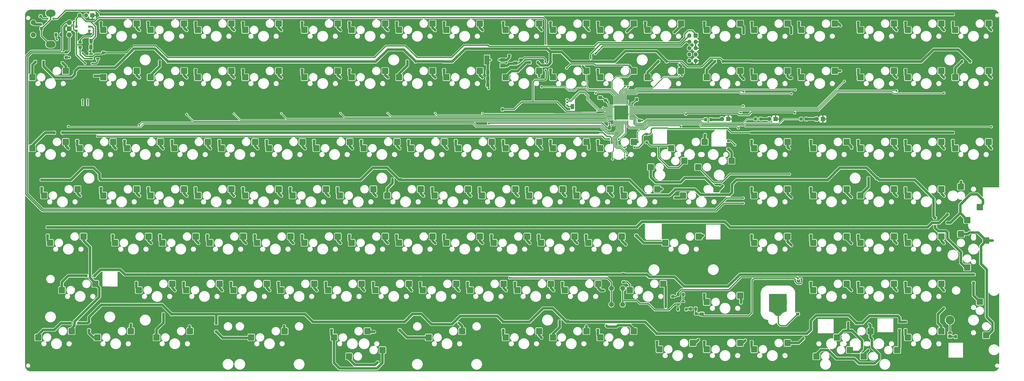
<source format=gbr>
G04 #@! TF.GenerationSoftware,KiCad,Pcbnew,7.0.2*
G04 #@! TF.CreationDate,2023-05-19T23:45:26-04:00*
G04 #@! TF.ProjectId,Boston-keyboard-V082DHA,426f7374-6f6e-42d6-9b65-79626f617264,rev?*
G04 #@! TF.SameCoordinates,Original*
G04 #@! TF.FileFunction,Copper,L2,Bot*
G04 #@! TF.FilePolarity,Positive*
%FSLAX46Y46*%
G04 Gerber Fmt 4.6, Leading zero omitted, Abs format (unit mm)*
G04 Created by KiCad (PCBNEW 7.0.2) date 2023-05-19 23:45:26*
%MOMM*%
%LPD*%
G01*
G04 APERTURE LIST*
G04 Aperture macros list*
%AMRoundRect*
0 Rectangle with rounded corners*
0 $1 Rounding radius*
0 $2 $3 $4 $5 $6 $7 $8 $9 X,Y pos of 4 corners*
0 Add a 4 corners polygon primitive as box body*
4,1,4,$2,$3,$4,$5,$6,$7,$8,$9,$2,$3,0*
0 Add four circle primitives for the rounded corners*
1,1,$1+$1,$2,$3*
1,1,$1+$1,$4,$5*
1,1,$1+$1,$6,$7*
1,1,$1+$1,$8,$9*
0 Add four rect primitives between the rounded corners*
20,1,$1+$1,$2,$3,$4,$5,0*
20,1,$1+$1,$4,$5,$6,$7,0*
20,1,$1+$1,$6,$7,$8,$9,0*
20,1,$1+$1,$8,$9,$2,$3,0*%
%AMFreePoly0*
4,1,6,1.000000,0.000000,0.500000,-0.750000,-0.500000,-0.750000,-0.500000,0.750000,0.500000,0.750000,1.000000,0.000000,1.000000,0.000000,$1*%
%AMFreePoly1*
4,1,6,0.500000,-0.750000,-0.650000,-0.750000,-0.150000,0.000000,-0.650000,0.750000,0.500000,0.750000,0.500000,-0.750000,0.500000,-0.750000,$1*%
%AMFreePoly2*
4,1,28,0.525059,0.400000,0.532182,0.397024,0.539142,0.394142,0.539153,0.394113,0.539183,0.394101,0.542090,0.387022,0.545000,0.380000,0.545000,-0.380000,0.539142,-0.394142,0.525000,-0.400000,-0.650000,-0.400000,-0.664142,-0.394142,-0.670000,-0.380000,-0.664142,-0.365858,-0.650000,-0.360000,-0.645403,-0.360000,-0.649771,-0.349394,-0.646861,-0.337380,-0.596034,-0.254811,-0.509604,-0.081220,
-0.439105,0.099429,-0.385107,0.285677,-0.366569,0.380847,-0.365754,0.382315,-0.365871,0.382599,-0.359972,0.396724,-0.345813,0.402541,0.525059,0.400000,0.525059,0.400000,$1*%
%AMFreePoly3*
4,1,27,0.539142,0.394142,0.545000,0.380000,0.545000,-0.380000,0.542090,-0.387022,0.539183,-0.394101,0.539153,-0.394113,0.539142,-0.394142,0.532182,-0.397024,0.525059,-0.400000,-0.345813,-0.402541,-0.359972,-0.396724,-0.365871,-0.382599,-0.360054,-0.368440,-0.356003,-0.366748,-0.366375,-0.362091,-0.372521,-0.351367,-0.392501,-0.256009,-0.449448,-0.069660,-0.522971,0.110794,-0.612470,0.283880,
-0.664821,0.366049,-0.665820,0.369911,-0.670000,0.380000,-0.664142,0.394142,-0.650000,0.400000,0.525000,0.400000,0.539142,0.394142,0.539142,0.394142,$1*%
%AMFreePoly4*
4,1,31,0.319736,0.407785,0.429772,0.357533,0.521194,0.278316,0.586594,0.176551,0.620674,0.060484,0.620674,-0.060484,0.586594,-0.176551,0.521194,-0.278316,0.429772,-0.357533,0.319736,-0.407785,0.199999,-0.425000,-0.575001,-0.424979,-0.592678,-0.417657,-0.600000,-0.399978,-0.592678,-0.382301,-0.590938,-0.381580,-0.588854,-0.372453,-0.535362,-0.282963,-0.445108,-0.094990,-0.372348,0.100422,
-0.317686,0.301647,-0.299623,0.404329,-0.293189,0.416443,-0.292678,0.417678,-0.292493,0.417754,-0.292376,0.417975,-0.278492,0.424755,-0.276455,0.424396,-0.275000,0.425000,0.200000,0.425000,0.319736,0.407785,0.319736,0.407785,$1*%
G04 Aperture macros list end*
G04 #@! TA.AperFunction,SMDPad,CuDef*
%ADD10RoundRect,0.254000X1.016000X1.016000X-1.016000X1.016000X-1.016000X-1.016000X1.016000X-1.016000X0*%
G04 #@! TD*
G04 #@! TA.AperFunction,ComponentPad*
%ADD11C,0.800000*%
G04 #@! TD*
G04 #@! TA.AperFunction,ComponentPad*
%ADD12C,7.000000*%
G04 #@! TD*
G04 #@! TA.AperFunction,ComponentPad*
%ADD13R,1.800000X1.800000*%
G04 #@! TD*
G04 #@! TA.AperFunction,ComponentPad*
%ADD14C,1.800000*%
G04 #@! TD*
G04 #@! TA.AperFunction,ComponentPad*
%ADD15C,2.000000*%
G04 #@! TD*
G04 #@! TA.AperFunction,ComponentPad*
%ADD16R,1.700000X1.700000*%
G04 #@! TD*
G04 #@! TA.AperFunction,ComponentPad*
%ADD17O,1.700000X1.700000*%
G04 #@! TD*
G04 #@! TA.AperFunction,ComponentPad*
%ADD18C,3.500000*%
G04 #@! TD*
G04 #@! TA.AperFunction,SMDPad,CuDef*
%ADD19RoundRect,0.250000X-0.350000X0.250000X-0.350000X-0.250000X0.350000X-0.250000X0.350000X0.250000X0*%
G04 #@! TD*
G04 #@! TA.AperFunction,SMDPad,CuDef*
%ADD20RoundRect,0.250001X0.624999X-0.462499X0.624999X0.462499X-0.624999X0.462499X-0.624999X-0.462499X0*%
G04 #@! TD*
G04 #@! TA.AperFunction,SMDPad,CuDef*
%ADD21RoundRect,0.250000X0.250000X0.350000X-0.250000X0.350000X-0.250000X-0.350000X0.250000X-0.350000X0*%
G04 #@! TD*
G04 #@! TA.AperFunction,SMDPad,CuDef*
%ADD22RoundRect,0.250001X-0.462499X-0.624999X0.462499X-0.624999X0.462499X0.624999X-0.462499X0.624999X0*%
G04 #@! TD*
G04 #@! TA.AperFunction,SMDPad,CuDef*
%ADD23R,2.000000X1.500000*%
G04 #@! TD*
G04 #@! TA.AperFunction,SMDPad,CuDef*
%ADD24R,2.000000X3.800000*%
G04 #@! TD*
G04 #@! TA.AperFunction,SMDPad,CuDef*
%ADD25RoundRect,0.254000X-1.016000X1.016000X-1.016000X-1.016000X1.016000X-1.016000X1.016000X1.016000X0*%
G04 #@! TD*
G04 #@! TA.AperFunction,SMDPad,CuDef*
%ADD26RoundRect,0.250000X-0.450000X0.325000X-0.450000X-0.325000X0.450000X-0.325000X0.450000X0.325000X0*%
G04 #@! TD*
G04 #@! TA.AperFunction,SMDPad,CuDef*
%ADD27RoundRect,0.254000X-1.016000X-1.016000X1.016000X-1.016000X1.016000X1.016000X-1.016000X1.016000X0*%
G04 #@! TD*
G04 #@! TA.AperFunction,SMDPad,CuDef*
%ADD28RoundRect,0.250000X0.350000X0.450000X-0.350000X0.450000X-0.350000X-0.450000X0.350000X-0.450000X0*%
G04 #@! TD*
G04 #@! TA.AperFunction,SMDPad,CuDef*
%ADD29RoundRect,0.150000X0.275000X-0.150000X0.275000X0.150000X-0.275000X0.150000X-0.275000X-0.150000X0*%
G04 #@! TD*
G04 #@! TA.AperFunction,SMDPad,CuDef*
%ADD30RoundRect,0.175000X0.225000X-0.175000X0.225000X0.175000X-0.225000X0.175000X-0.225000X-0.175000X0*%
G04 #@! TD*
G04 #@! TA.AperFunction,SMDPad,CuDef*
%ADD31R,1.400000X2.100000*%
G04 #@! TD*
G04 #@! TA.AperFunction,SMDPad,CuDef*
%ADD32RoundRect,0.250000X-0.450000X0.350000X-0.450000X-0.350000X0.450000X-0.350000X0.450000X0.350000X0*%
G04 #@! TD*
G04 #@! TA.AperFunction,SMDPad,CuDef*
%ADD33FreePoly0,90.000000*%
G04 #@! TD*
G04 #@! TA.AperFunction,SMDPad,CuDef*
%ADD34FreePoly1,90.000000*%
G04 #@! TD*
G04 #@! TA.AperFunction,SMDPad,CuDef*
%ADD35RoundRect,0.250001X-0.624999X0.462499X-0.624999X-0.462499X0.624999X-0.462499X0.624999X0.462499X0*%
G04 #@! TD*
G04 #@! TA.AperFunction,SMDPad,CuDef*
%ADD36RoundRect,0.250000X0.450000X-0.325000X0.450000X0.325000X-0.450000X0.325000X-0.450000X-0.325000X0*%
G04 #@! TD*
G04 #@! TA.AperFunction,SMDPad,CuDef*
%ADD37RoundRect,0.254000X1.016000X-1.016000X1.016000X1.016000X-1.016000X1.016000X-1.016000X-1.016000X0*%
G04 #@! TD*
G04 #@! TA.AperFunction,SMDPad,CuDef*
%ADD38RoundRect,0.075000X0.662500X0.075000X-0.662500X0.075000X-0.662500X-0.075000X0.662500X-0.075000X0*%
G04 #@! TD*
G04 #@! TA.AperFunction,SMDPad,CuDef*
%ADD39RoundRect,0.075000X0.075000X0.662500X-0.075000X0.662500X-0.075000X-0.662500X0.075000X-0.662500X0*%
G04 #@! TD*
G04 #@! TA.AperFunction,ComponentPad*
%ADD40C,2.032000*%
G04 #@! TD*
G04 #@! TA.AperFunction,ComponentPad*
%ADD41O,3.900000X2.799999*%
G04 #@! TD*
G04 #@! TA.AperFunction,SMDPad,CuDef*
%ADD42RoundRect,0.250000X0.325000X0.450000X-0.325000X0.450000X-0.325000X-0.450000X0.325000X-0.450000X0*%
G04 #@! TD*
G04 #@! TA.AperFunction,SMDPad,CuDef*
%ADD43RoundRect,0.250000X-0.325000X-0.450000X0.325000X-0.450000X0.325000X0.450000X-0.325000X0.450000X0*%
G04 #@! TD*
G04 #@! TA.AperFunction,SMDPad,CuDef*
%ADD44R,1.560000X0.650000*%
G04 #@! TD*
G04 #@! TA.AperFunction,SMDPad,CuDef*
%ADD45R,0.600000X1.550000*%
G04 #@! TD*
G04 #@! TA.AperFunction,ComponentPad*
%ADD46C,0.500000*%
G04 #@! TD*
G04 #@! TA.AperFunction,SMDPad,CuDef*
%ADD47R,1.200000X1.800000*%
G04 #@! TD*
G04 #@! TA.AperFunction,SMDPad,CuDef*
%ADD48RoundRect,0.250000X0.350000X-0.250000X0.350000X0.250000X-0.350000X0.250000X-0.350000X-0.250000X0*%
G04 #@! TD*
G04 #@! TA.AperFunction,SMDPad,CuDef*
%ADD49RoundRect,0.062500X0.375000X0.062500X-0.375000X0.062500X-0.375000X-0.062500X0.375000X-0.062500X0*%
G04 #@! TD*
G04 #@! TA.AperFunction,SMDPad,CuDef*
%ADD50RoundRect,0.062500X0.062500X0.375000X-0.062500X0.375000X-0.062500X-0.375000X0.062500X-0.375000X0*%
G04 #@! TD*
G04 #@! TA.AperFunction,SMDPad,CuDef*
%ADD51R,5.600000X5.600000*%
G04 #@! TD*
G04 #@! TA.AperFunction,SMDPad,CuDef*
%ADD52FreePoly2,180.000000*%
G04 #@! TD*
G04 #@! TA.AperFunction,SMDPad,CuDef*
%ADD53FreePoly3,180.000000*%
G04 #@! TD*
G04 #@! TA.AperFunction,SMDPad,CuDef*
%ADD54FreePoly4,0.000000*%
G04 #@! TD*
G04 #@! TA.AperFunction,SMDPad,CuDef*
%ADD55FreePoly3,0.000000*%
G04 #@! TD*
G04 #@! TA.AperFunction,SMDPad,CuDef*
%ADD56RoundRect,0.150000X-0.587500X-0.150000X0.587500X-0.150000X0.587500X0.150000X-0.587500X0.150000X0*%
G04 #@! TD*
G04 #@! TA.AperFunction,ViaPad*
%ADD57C,0.800000*%
G04 #@! TD*
G04 #@! TA.AperFunction,ViaPad*
%ADD58C,0.600000*%
G04 #@! TD*
G04 #@! TA.AperFunction,Conductor*
%ADD59C,1.000000*%
G04 #@! TD*
G04 #@! TA.AperFunction,Conductor*
%ADD60C,0.300000*%
G04 #@! TD*
G04 #@! TA.AperFunction,Conductor*
%ADD61C,0.500000*%
G04 #@! TD*
G04 APERTURE END LIST*
D10*
X218177750Y-160660000D03*
X231639750Y-158120000D03*
X146740250Y-160660000D03*
X160202250Y-158120000D03*
X193539750Y-158120000D03*
X180077750Y-160660000D03*
D11*
X356268500Y-146649500D03*
X357037345Y-144793345D03*
X357037345Y-148505655D03*
X358893500Y-144024500D03*
D12*
X358893500Y-146649500D03*
D11*
X358893500Y-149274500D03*
X360749655Y-144793345D03*
X360749655Y-148505655D03*
X361518500Y-146649500D03*
D13*
X338732500Y-72712500D03*
D14*
X336192500Y-72712500D03*
D13*
X357782500Y-72712500D03*
D14*
X355242500Y-72712500D03*
D15*
X291750000Y-147400000D03*
X291750000Y-140900000D03*
X296250000Y-147400000D03*
X296250000Y-140900000D03*
D16*
X82825000Y-30950000D03*
D17*
X80285000Y-30950000D03*
X77745000Y-30950000D03*
D18*
X427950304Y-153675080D03*
D16*
X325655625Y-39087500D03*
D17*
X323115625Y-39087500D03*
X325655625Y-41627500D03*
X323115625Y-41627500D03*
X325655625Y-44167500D03*
X323115625Y-44167500D03*
X325655625Y-46707500D03*
X323115625Y-46707500D03*
X325655625Y-49247500D03*
X323115625Y-49247500D03*
D13*
X376832500Y-72712500D03*
D14*
X374292500Y-72712500D03*
D19*
X124340625Y-97256250D03*
X124340625Y-100556250D03*
D10*
X281646000Y-81920000D03*
X268184000Y-84460000D03*
X395946000Y-158120000D03*
X382484000Y-160660000D03*
D20*
X253100000Y-50212500D03*
X253100000Y-47237500D03*
D19*
X238640625Y-97256250D03*
X238640625Y-100556250D03*
D21*
X262150000Y-49925000D03*
X258850000Y-49925000D03*
D22*
X242012500Y-53925000D03*
X244987500Y-53925000D03*
D10*
X257833500Y-120020000D03*
X244371500Y-122560000D03*
D19*
X286265625Y-49631250D03*
X286265625Y-52931250D03*
D10*
X424521000Y-158120000D03*
X411059000Y-160660000D03*
X262596000Y-158120000D03*
X249134000Y-160660000D03*
D19*
X224353125Y-49631250D03*
X224353125Y-52931250D03*
D10*
X100671000Y-53345000D03*
X87209000Y-55885000D03*
X310221000Y-100970000D03*
X296759000Y-103510000D03*
D23*
X247950000Y-46625000D03*
X247950000Y-48925000D03*
D24*
X241650000Y-48925000D03*
D23*
X247950000Y-51225000D03*
D19*
X276778750Y-97256250D03*
X276778750Y-100556250D03*
D10*
X219733500Y-34295000D03*
X206271500Y-36835000D03*
D19*
X348178125Y-78206250D03*
X348178125Y-81506250D03*
D22*
X242012500Y-58925000D03*
X244987500Y-58925000D03*
D21*
X63150000Y-49725000D03*
X59850000Y-49725000D03*
D25*
X432395000Y-99954000D03*
X434935000Y-113416000D03*
D26*
X87200000Y-46000000D03*
X87200000Y-48050000D03*
D10*
X343558500Y-53345000D03*
X330096500Y-55885000D03*
X362608500Y-120020000D03*
X349146500Y-122560000D03*
D19*
X348216250Y-30581250D03*
X348216250Y-33881250D03*
D10*
X362608500Y-100970000D03*
X349146500Y-103510000D03*
D19*
X76715625Y-78206250D03*
X76715625Y-81506250D03*
X114853750Y-78206250D03*
X114853750Y-81506250D03*
D21*
X212906372Y-49495305D03*
X209606372Y-49495305D03*
D22*
X82262500Y-41325000D03*
X85237500Y-41325000D03*
D10*
X424521000Y-120020000D03*
X411059000Y-122560000D03*
X98289750Y-158120000D03*
X84827750Y-160660000D03*
X84002250Y-139070000D03*
X70540250Y-141610000D03*
D27*
X393279000Y-168280000D03*
X406741000Y-165740000D03*
D19*
X243403125Y-116306250D03*
X243403125Y-119606250D03*
D10*
X143533500Y-120020000D03*
X130071500Y-122560000D03*
X300696000Y-34295000D03*
X287234000Y-36835000D03*
X334033500Y-100970000D03*
X320571500Y-103510000D03*
X134008500Y-139070000D03*
X120546500Y-141610000D03*
D19*
X407709375Y-154406250D03*
X407709375Y-157706250D03*
X329128125Y-30581250D03*
X329128125Y-33881250D03*
D10*
X267358500Y-139070000D03*
X253896500Y-141610000D03*
X219733500Y-120020000D03*
X206271500Y-122560000D03*
D19*
X172003750Y-78206250D03*
X172003750Y-81506250D03*
D10*
X186396000Y-81920000D03*
X172934000Y-84460000D03*
X326889964Y-120020000D03*
X313427964Y-122560000D03*
D19*
X219590625Y-97256250D03*
X219590625Y-100556250D03*
D10*
X300696000Y-81920000D03*
X287234000Y-84460000D03*
X157821000Y-53345000D03*
X144359000Y-55885000D03*
X200683500Y-120020000D03*
X187221500Y-122560000D03*
D21*
X70750000Y-78225000D03*
X67450000Y-78225000D03*
D10*
X262596160Y-34295000D03*
X249134160Y-36835000D03*
D19*
X167241250Y-116306250D03*
X167241250Y-119606250D03*
D10*
X224496000Y-81920000D03*
X211034000Y-84460000D03*
X443571000Y-81920000D03*
X430109000Y-84460000D03*
D19*
X296600000Y-135075000D03*
X296600000Y-138375000D03*
X410090625Y-97256250D03*
X410090625Y-100556250D03*
D26*
X289400000Y-65139069D03*
X289400000Y-67189069D03*
D10*
X119721000Y-100970000D03*
X106259000Y-103510000D03*
X195921000Y-100970000D03*
X182459000Y-103510000D03*
D19*
X61975000Y-31275000D03*
X61975000Y-34575000D03*
D10*
X114958500Y-139070000D03*
X101496500Y-141610000D03*
X405471000Y-139070000D03*
X392009000Y-141610000D03*
X191158500Y-139070000D03*
X177696500Y-141610000D03*
D19*
X367228125Y-30581250D03*
X367228125Y-33881250D03*
D10*
X91146000Y-81920000D03*
X77684000Y-84460000D03*
X329271000Y-81920000D03*
X315809000Y-84460000D03*
D19*
X143390625Y-30581250D03*
X143390625Y-33881250D03*
D10*
X129246000Y-81920000D03*
X115784000Y-84460000D03*
D26*
X366700000Y-149200000D03*
X366700000Y-151250000D03*
D19*
X437475000Y-135356250D03*
X437475000Y-138656250D03*
D10*
X424521000Y-81920000D03*
X411059000Y-84460000D03*
X443571000Y-53345000D03*
X430109000Y-55885000D03*
X200683606Y-34295000D03*
X187221606Y-36835000D03*
X405471000Y-34295000D03*
X392009000Y-36835000D03*
D19*
X205341250Y-30581250D03*
X205341250Y-33881250D03*
D10*
X157821000Y-34295000D03*
X144359000Y-36835000D03*
D19*
X317460000Y-101066250D03*
X317460000Y-104366250D03*
X124340625Y-49631250D03*
X124340625Y-52931250D03*
D26*
X77900000Y-41800000D03*
X77900000Y-43850000D03*
D19*
X81478125Y-154406250D03*
X81478125Y-157706250D03*
D28*
X351800000Y-72725000D03*
X349800000Y-72725000D03*
D10*
X276883500Y-120020000D03*
X263421500Y-122560000D03*
X238783500Y-53345000D03*
X225321500Y-55885000D03*
D29*
X273875000Y-67225000D03*
X273875000Y-66025000D03*
X273875000Y-64825000D03*
X273875000Y-63625000D03*
D30*
X270100000Y-68375000D03*
X270100000Y-62475000D03*
D10*
X405471000Y-120020000D03*
X392009000Y-122560000D03*
D31*
X280400000Y-67725000D03*
X276000000Y-67725000D03*
D10*
X281646000Y-34295000D03*
X268184000Y-36835000D03*
X343558500Y-143832500D03*
X330096500Y-146372500D03*
D19*
X64809375Y-116306250D03*
X64809375Y-119606250D03*
X348178125Y-159168750D03*
X348178125Y-162468750D03*
D10*
X210208500Y-139070000D03*
X196746500Y-141610000D03*
D19*
X124340625Y-30581250D03*
X124340625Y-33881250D03*
D32*
X255300000Y-46925000D03*
X255300000Y-48925000D03*
D19*
X91003125Y-116306250D03*
X91003125Y-119606250D03*
X301743948Y-116306300D03*
X301743948Y-119606300D03*
D10*
X181633500Y-53345000D03*
X168171500Y-55885000D03*
D25*
X432395000Y-119004000D03*
X434935000Y-132466000D03*
D33*
X427950304Y-160353210D03*
D34*
X427950304Y-158903210D03*
D27*
X326604000Y-92080000D03*
X340066000Y-89540000D03*
D19*
X119578125Y-135356250D03*
X119578125Y-138656250D03*
D27*
X186110250Y-168280000D03*
X199572250Y-165740000D03*
D19*
X295790625Y-97256250D03*
X295790625Y-100556250D03*
X83859375Y-52012500D03*
X83859375Y-55312500D03*
D10*
X181633590Y-34295000D03*
X168171590Y-36835000D03*
X291171000Y-100970000D03*
X277709000Y-103510000D03*
D27*
X307554000Y-92080000D03*
X321016000Y-89540000D03*
D10*
X405471000Y-100970000D03*
X392009000Y-103510000D03*
D19*
X329128125Y-140118750D03*
X329128125Y-143418750D03*
D10*
X119721000Y-34295000D03*
X106259000Y-36835000D03*
D35*
X328100000Y-151237500D03*
X328100000Y-154212500D03*
D10*
X238783500Y-120020000D03*
X225321500Y-122560000D03*
D19*
X348178125Y-116306250D03*
X348178125Y-119606250D03*
D10*
X138771000Y-100970000D03*
X125309000Y-103510000D03*
X200683500Y-53345000D03*
X187221500Y-55885000D03*
D21*
X436148747Y-49495305D03*
X432848747Y-49495305D03*
D19*
X305911139Y-78801581D03*
X305911139Y-82101581D03*
X129103125Y-116306250D03*
X129103125Y-119606250D03*
D36*
X302900000Y-73350000D03*
X302900000Y-71300000D03*
D10*
X172108500Y-139070000D03*
X158646500Y-141610000D03*
X343558500Y-162882500D03*
X330096500Y-165422500D03*
X76858500Y-100970000D03*
X63396500Y-103510000D03*
D27*
X374229000Y-168280000D03*
X387691000Y-165740000D03*
D19*
X329128125Y-159168750D03*
X329128125Y-162468750D03*
X371990625Y-97256250D03*
X371990625Y-100556250D03*
D10*
X100671000Y-100970000D03*
X87209000Y-103510000D03*
D19*
X338800000Y-81550000D03*
X338800000Y-84850000D03*
D10*
X72096000Y-53345000D03*
X58634000Y-55885000D03*
X319746000Y-34295000D03*
X306284000Y-36835000D03*
D19*
X176766250Y-135356250D03*
X176766250Y-138656250D03*
X248165625Y-78206250D03*
X248165625Y-81506250D03*
D10*
X362608500Y-162882500D03*
X349146500Y-165422500D03*
X262596000Y-81920000D03*
X249134000Y-84460000D03*
X100671000Y-34295000D03*
X87209000Y-36835000D03*
D19*
X138628125Y-135356250D03*
X138628125Y-138656250D03*
D35*
X287200000Y-64081256D03*
X287200000Y-67056256D03*
D10*
X148296000Y-81920000D03*
X134834000Y-84460000D03*
D19*
X371990625Y-135356250D03*
X371990625Y-138656250D03*
X305315625Y-30581250D03*
X305315625Y-33881250D03*
D37*
X442555000Y-121671000D03*
X440015000Y-108209000D03*
D10*
X362608500Y-53345000D03*
X349146500Y-55885000D03*
X229258500Y-139070000D03*
X215796500Y-141610000D03*
D19*
X391040625Y-49631250D03*
X391040625Y-52931250D03*
X281503125Y-116306250D03*
X281503125Y-119606250D03*
X286265625Y-78206250D03*
X286265625Y-81506250D03*
D10*
X362608500Y-34295000D03*
X349146500Y-36835000D03*
D19*
X210065625Y-78206250D03*
X210065625Y-81506250D03*
X348178125Y-49631250D03*
X348178125Y-52931250D03*
D21*
X274223611Y-154270393D03*
X270923611Y-154270393D03*
D19*
X224391250Y-30581250D03*
X224391250Y-33881250D03*
D10*
X281646000Y-158120000D03*
X268184000Y-160660000D03*
X122102250Y-158120000D03*
X108640250Y-160660000D03*
X381658500Y-34295000D03*
X368196500Y-36835000D03*
X443571000Y-34295000D03*
X430109000Y-36835000D03*
X405471000Y-81920000D03*
X392009000Y-84460000D03*
D19*
X257690625Y-97256250D03*
X257690625Y-100556250D03*
X186253125Y-116306250D03*
X186253125Y-119606250D03*
D10*
X138771000Y-34295000D03*
X125309000Y-36835000D03*
X243546000Y-81920000D03*
X230084000Y-84460000D03*
X343558500Y-34295000D03*
X330096500Y-36835000D03*
D19*
X186253125Y-49631250D03*
X186253125Y-52931250D03*
X391040625Y-116306250D03*
X391040625Y-119606250D03*
D10*
X153058500Y-139070000D03*
X139596500Y-141610000D03*
D19*
X214828125Y-135396875D03*
X214828125Y-138696875D03*
D10*
X424521000Y-139070000D03*
X411059000Y-141610000D03*
X110196000Y-81920000D03*
X96734000Y-84460000D03*
X72096000Y-81920000D03*
X58634000Y-84460000D03*
D22*
X242012500Y-56425000D03*
X244987500Y-56425000D03*
D19*
X348178125Y-97256250D03*
X348178125Y-100556250D03*
X391040625Y-78206250D03*
X391040625Y-81506250D03*
D10*
X79239750Y-120020000D03*
X65777750Y-122560000D03*
D19*
X429140625Y-30581250D03*
X429140625Y-33881250D03*
X195816250Y-135356250D03*
X195816250Y-138656250D03*
D10*
X162583500Y-120020000D03*
X149121500Y-122560000D03*
D19*
X286265625Y-154406250D03*
X286265625Y-157706250D03*
D10*
X281646000Y-53345000D03*
X268184000Y-55885000D03*
X181633500Y-120020000D03*
X168171500Y-122560000D03*
D19*
X410090625Y-30581250D03*
X410090625Y-33881250D03*
D10*
X424521000Y-100970000D03*
X411059000Y-103510000D03*
X248308500Y-139070000D03*
X234846500Y-141610000D03*
D19*
X410090625Y-154406250D03*
X410090625Y-157706250D03*
D21*
X390309375Y-154865625D03*
X387009375Y-154865625D03*
D10*
X119721000Y-53345000D03*
X106259000Y-55885000D03*
D19*
X167203125Y-30581250D03*
X167203125Y-33881250D03*
D38*
X299813125Y-67316875D03*
X299813125Y-67816875D03*
X299813125Y-68316875D03*
X299813125Y-68816875D03*
X299813125Y-69316875D03*
X299813125Y-69816875D03*
X299813125Y-70316875D03*
X299813125Y-70816875D03*
X299813125Y-71316875D03*
X299813125Y-71816875D03*
X299813125Y-72316875D03*
X299813125Y-72816875D03*
D39*
X298400625Y-74229375D03*
X297900625Y-74229375D03*
X297400625Y-74229375D03*
X296900625Y-74229375D03*
X296400625Y-74229375D03*
X295900625Y-74229375D03*
X295400625Y-74229375D03*
X294900625Y-74229375D03*
X294400625Y-74229375D03*
X293900625Y-74229375D03*
X293400625Y-74229375D03*
X292900625Y-74229375D03*
D38*
X291488125Y-72816875D03*
X291488125Y-72316875D03*
X291488125Y-71816875D03*
X291488125Y-71316875D03*
X291488125Y-70816875D03*
X291488125Y-70316875D03*
X291488125Y-69816875D03*
X291488125Y-69316875D03*
X291488125Y-68816875D03*
X291488125Y-68316875D03*
X291488125Y-67816875D03*
X291488125Y-67316875D03*
D39*
X292900625Y-65904375D03*
X293400625Y-65904375D03*
X293900625Y-65904375D03*
X294400625Y-65904375D03*
X294900625Y-65904375D03*
X295400625Y-65904375D03*
X295900625Y-65904375D03*
X296400625Y-65904375D03*
X296900625Y-65904375D03*
X297400625Y-65904375D03*
X297900625Y-65904375D03*
X298400625Y-65904375D03*
D19*
X152953750Y-78206250D03*
X152953750Y-81506250D03*
D21*
X206953242Y-97120345D03*
X203653242Y-97120345D03*
D19*
X233878125Y-135356250D03*
X233878125Y-138656250D03*
X371990625Y-78206250D03*
X371990625Y-81506250D03*
X391040625Y-135356250D03*
X391040625Y-138656250D03*
D10*
X157821000Y-100970000D03*
X144359000Y-103510000D03*
D19*
X186253125Y-30581250D03*
X186253125Y-33881250D03*
D10*
X386421000Y-100970000D03*
X372959000Y-103510000D03*
D21*
X247850000Y-68825000D03*
X244550000Y-68825000D03*
D19*
X267215625Y-78206250D03*
X267215625Y-81506250D03*
X110053125Y-116306250D03*
X110053125Y-119606250D03*
D10*
X262596000Y-53345000D03*
X249134000Y-55885000D03*
D19*
X100528125Y-135356250D03*
X100528125Y-138656250D03*
D40*
X73500000Y-33875000D03*
X73500000Y-38875000D03*
X73500000Y-36375000D03*
D41*
X66000000Y-30125000D03*
X66000000Y-42625000D03*
D40*
X59000000Y-33875000D03*
X59000000Y-38875000D03*
D42*
X325625000Y-149125000D03*
X323575000Y-149125000D03*
D19*
X371990625Y-116306250D03*
X371990625Y-119606250D03*
D10*
X319746000Y-53345000D03*
X306284000Y-55885000D03*
D19*
X429140625Y-78206250D03*
X429140625Y-81506250D03*
X229115625Y-78206250D03*
X229115625Y-81506250D03*
D21*
X336750000Y-49525000D03*
X333450000Y-49525000D03*
D10*
X238783500Y-34295000D03*
X225321500Y-36835000D03*
D19*
X391040625Y-30581250D03*
X391040625Y-33881250D03*
D10*
X386421000Y-120020000D03*
X372959000Y-122560000D03*
X300696000Y-53345000D03*
X287234000Y-55885000D03*
X272121000Y-100970000D03*
X258659000Y-103510000D03*
D19*
X157716250Y-135356250D03*
X157716250Y-138656250D03*
D21*
X77175000Y-154900000D03*
X73875000Y-154900000D03*
D19*
X62428125Y-97256250D03*
X62428125Y-100556250D03*
D10*
X295933500Y-120020000D03*
X282471500Y-122560000D03*
D21*
X83650000Y-135900000D03*
X80350000Y-135900000D03*
D10*
X167346000Y-81920000D03*
X153884000Y-84460000D03*
X105433500Y-120020000D03*
X91971500Y-122560000D03*
D19*
X167203125Y-49631250D03*
X167203125Y-52931250D03*
D10*
X381658500Y-53345000D03*
X368196500Y-55885000D03*
D43*
X290875000Y-76325000D03*
X292925000Y-76325000D03*
D10*
X124483500Y-120020000D03*
X111021500Y-122560000D03*
D19*
X367228125Y-49631250D03*
X367228125Y-52931250D03*
D36*
X325900000Y-153150000D03*
X325900000Y-151100000D03*
D42*
X301915625Y-64821875D03*
X299865625Y-64821875D03*
D10*
X253071000Y-100970000D03*
X239609000Y-103510000D03*
X386421000Y-139070000D03*
X372959000Y-141610000D03*
D28*
X370100000Y-72725000D03*
X368100000Y-72725000D03*
D44*
X84971250Y-46521250D03*
X84971250Y-47471250D03*
X84971250Y-48421250D03*
X82271250Y-48421250D03*
X82271250Y-47471250D03*
X82271250Y-46521250D03*
D10*
X424521000Y-34295000D03*
X411059000Y-36835000D03*
D22*
X82237500Y-43725000D03*
X85212500Y-43725000D03*
D19*
X248165625Y-30581250D03*
X248165625Y-33881250D03*
X205266250Y-116306250D03*
X205266250Y-119606250D03*
D21*
X321850000Y-149325000D03*
X318550000Y-149325000D03*
D19*
X179109375Y-154406250D03*
X179109375Y-157706250D03*
D42*
X70225000Y-38725000D03*
X68175000Y-38725000D03*
D19*
X271978125Y-135356250D03*
X271978125Y-138656250D03*
X95765625Y-78206250D03*
X95765625Y-81506250D03*
D45*
X80900000Y-66500000D03*
X79900000Y-66500000D03*
X78900000Y-66500000D03*
X77900000Y-66500000D03*
D46*
X82800000Y-70975000D03*
X82800000Y-70375000D03*
X82800000Y-69775000D03*
D47*
X82500000Y-70375000D03*
D46*
X82200000Y-70975000D03*
X82200000Y-70375000D03*
X82200000Y-69775000D03*
X76600000Y-70975000D03*
X76600000Y-70375000D03*
X76600000Y-69775000D03*
D47*
X76300000Y-70375000D03*
D46*
X76000000Y-70975000D03*
X76000000Y-70375000D03*
X76000000Y-69775000D03*
D19*
X191015625Y-78206250D03*
X191015625Y-81506250D03*
X252928125Y-135356250D03*
X252928125Y-138656250D03*
X410090625Y-78206250D03*
X410090625Y-81506250D03*
D10*
X219733500Y-53345000D03*
X206271500Y-55885000D03*
D21*
X114679727Y-151293828D03*
X111379727Y-151293828D03*
D10*
X312602250Y-139070000D03*
X299140250Y-141610000D03*
D19*
X206493750Y-154406250D03*
X206493750Y-157706250D03*
D10*
X138771000Y-53345000D03*
X125309000Y-55885000D03*
D48*
X250600000Y-50475000D03*
X250600000Y-47175000D03*
D19*
X422000000Y-112575000D03*
X422000000Y-115875000D03*
X86240625Y-30581250D03*
X86240625Y-33881250D03*
D10*
X286408500Y-139070000D03*
X272946500Y-141610000D03*
D19*
X162478750Y-97256250D03*
X162478750Y-100556250D03*
X267215625Y-30581250D03*
X267215625Y-33881250D03*
X410090625Y-49631250D03*
X410090625Y-52931250D03*
D10*
X405471000Y-53345000D03*
X392009000Y-55885000D03*
D42*
X62300000Y-36325000D03*
X60250000Y-36325000D03*
D19*
X224353125Y-116306250D03*
X224353125Y-119606250D03*
D10*
X214971000Y-100970000D03*
X201509000Y-103510000D03*
D49*
X299088125Y-67316875D03*
X299088125Y-67816875D03*
X299088125Y-68316875D03*
X299088125Y-68816875D03*
X299088125Y-69316875D03*
X299088125Y-69816875D03*
X299088125Y-70316875D03*
X299088125Y-70816875D03*
X299088125Y-71316875D03*
X299088125Y-71816875D03*
X299088125Y-72316875D03*
X299088125Y-72816875D03*
D50*
X298400625Y-73504375D03*
X297900625Y-73504375D03*
X297400625Y-73504375D03*
X296900625Y-73504375D03*
X296400625Y-73504375D03*
X295900625Y-73504375D03*
X295400625Y-73504375D03*
X294900625Y-73504375D03*
X294400625Y-73504375D03*
X293900625Y-73504375D03*
X293400625Y-73504375D03*
X292900625Y-73504375D03*
D49*
X292213125Y-72816875D03*
X292213125Y-72316875D03*
X292213125Y-71816875D03*
X292213125Y-71316875D03*
X292213125Y-70816875D03*
X292213125Y-70316875D03*
X292213125Y-69816875D03*
X292213125Y-69316875D03*
X292213125Y-68816875D03*
X292213125Y-68316875D03*
X292213125Y-67816875D03*
X292213125Y-67316875D03*
D50*
X292900625Y-66629375D03*
X293400625Y-66629375D03*
X293900625Y-66629375D03*
X294400625Y-66629375D03*
X294900625Y-66629375D03*
X295400625Y-66629375D03*
X295900625Y-66629375D03*
X296400625Y-66629375D03*
X296900625Y-66629375D03*
X297400625Y-66629375D03*
X297900625Y-66629375D03*
X298400625Y-66629375D03*
D51*
X295650625Y-70066875D03*
D19*
X132675056Y-155001645D03*
X132675056Y-158301645D03*
D10*
X386421000Y-81920000D03*
X372959000Y-84460000D03*
X324508500Y-162882500D03*
X311046500Y-165422500D03*
D19*
X105328750Y-97256250D03*
X105328750Y-100556250D03*
D52*
X76333000Y-35575000D03*
D53*
X76358400Y-37175000D03*
D54*
X81565400Y-37175000D03*
D55*
X81641600Y-35575000D03*
D36*
X316400000Y-144150000D03*
X316400000Y-142100000D03*
D37*
X442555000Y-159771000D03*
X440015000Y-146309000D03*
D19*
X181490625Y-97256250D03*
X181490625Y-100556250D03*
D26*
X72300000Y-45825000D03*
X72300000Y-47875000D03*
D19*
X267215625Y-49631250D03*
X267215625Y-52931250D03*
X310078125Y-159168750D03*
X310078125Y-162468750D03*
D28*
X331700000Y-72925000D03*
X329700000Y-72925000D03*
D19*
X133903750Y-78206250D03*
X133903750Y-81506250D03*
X86240625Y-97256250D03*
X86240625Y-100556250D03*
D56*
X318662500Y-147175000D03*
X318662500Y-145275000D03*
X320537500Y-146225000D03*
D19*
X148153125Y-116306250D03*
X148153125Y-119606250D03*
D10*
X74477250Y-158120000D03*
X61015250Y-160660000D03*
D21*
X313973643Y-49495305D03*
X310673643Y-49495305D03*
D10*
X362608500Y-81920000D03*
X349146500Y-84460000D03*
D21*
X113250000Y-49625000D03*
X109950000Y-49625000D03*
D19*
X143428750Y-97256250D03*
X143428750Y-100556250D03*
X262453125Y-116306250D03*
X262453125Y-119606250D03*
X410090625Y-135356250D03*
X410090625Y-138656250D03*
D10*
X205446000Y-81920000D03*
X191984000Y-84460000D03*
X424521000Y-53345000D03*
X411059000Y-55885000D03*
D43*
X430275000Y-160325000D03*
X432325000Y-160325000D03*
X318575000Y-143325000D03*
X320625000Y-143325000D03*
D19*
X248165625Y-154406250D03*
X248165625Y-157706250D03*
X410090625Y-116306250D03*
X410090625Y-119606250D03*
X427000000Y-111150000D03*
X427000000Y-114450000D03*
D21*
X398508089Y-96525032D03*
X395208089Y-96525032D03*
D19*
X286303750Y-30581250D03*
X286303750Y-33881250D03*
X143390625Y-49631250D03*
X143390625Y-52931250D03*
D10*
X300696000Y-158120000D03*
X287234000Y-160660000D03*
X176871000Y-100970000D03*
X163409000Y-103510000D03*
D19*
X105290625Y-30581250D03*
X105290625Y-33881250D03*
D10*
X234021000Y-100970000D03*
X220559000Y-103510000D03*
D57*
X214500000Y-152525000D03*
X215400000Y-149925000D03*
X218400000Y-149125000D03*
X300418750Y-116306250D03*
X297100000Y-88425000D03*
D58*
X288390000Y-68115000D03*
D57*
X283400000Y-48125000D03*
X285200000Y-46425000D03*
X285400000Y-62325000D03*
X350443750Y-159168750D03*
X342800000Y-76325000D03*
X292200000Y-88825000D03*
X298431250Y-135356250D03*
X348931250Y-135356250D03*
X341400000Y-83125000D03*
X298000000Y-87525000D03*
X297968750Y-97256250D03*
X291900000Y-82325000D03*
X301000000Y-84125000D03*
X297200000Y-84125000D03*
X298400000Y-59625000D03*
X292093750Y-49631250D03*
X297200000Y-59625000D03*
X283043750Y-30581250D03*
X64700000Y-32325000D03*
X67100000Y-32325000D03*
X294650000Y-80875000D03*
X290750000Y-80725000D03*
X82700000Y-50325000D03*
X84900000Y-79625000D03*
X365500000Y-70225000D03*
X366900000Y-136925000D03*
X321700000Y-70825000D03*
X264850000Y-69925000D03*
X312150000Y-99375000D03*
X79100000Y-108125000D03*
X181400000Y-46425000D03*
X284300000Y-47025000D03*
X227400000Y-153825000D03*
X238600000Y-136625000D03*
X79100000Y-110625000D03*
X407700000Y-96175000D03*
X299200000Y-79625000D03*
X195850000Y-108125000D03*
X132800000Y-96025000D03*
X319900000Y-77625000D03*
X296450000Y-117425000D03*
X238600000Y-134225000D03*
X154800000Y-152425000D03*
X279200000Y-134225000D03*
X203000000Y-136625000D03*
X74250000Y-95625000D03*
X318700000Y-66975000D03*
X398350000Y-153175000D03*
X394150000Y-164925000D03*
X170500000Y-76925000D03*
X222000000Y-36825000D03*
X212500000Y-80625000D03*
X157100000Y-80475000D03*
X279100000Y-117475000D03*
X161500000Y-110575000D03*
X297900000Y-98375000D03*
X261550000Y-42625000D03*
X162400000Y-136625000D03*
X345300000Y-105625000D03*
X152100000Y-96125000D03*
X268300000Y-80625000D03*
X424400000Y-79375000D03*
X273650000Y-49525000D03*
X183800000Y-75425000D03*
X203000000Y-134225000D03*
X329300000Y-115275000D03*
X157700000Y-108125000D03*
X389600000Y-62625000D03*
X257900000Y-153225000D03*
X164800000Y-136625000D03*
X229200000Y-155425000D03*
X119600000Y-50825000D03*
X81400000Y-115225000D03*
X366900000Y-76875000D03*
X308500000Y-155825000D03*
X257950000Y-76775000D03*
X183850000Y-117425000D03*
X173900000Y-80825000D03*
X272100000Y-110575000D03*
X428200000Y-120475000D03*
X138600000Y-46425000D03*
X407650000Y-75075000D03*
X298850000Y-96025000D03*
X346200000Y-63425000D03*
X256000000Y-137625000D03*
X160200000Y-70425000D03*
X365400000Y-134225000D03*
X341000000Y-115225000D03*
X258050000Y-69875000D03*
X387150000Y-117475000D03*
X249600000Y-98375000D03*
X343200000Y-63025000D03*
X85700000Y-80575000D03*
X243300000Y-60725000D03*
X328400000Y-77475000D03*
X426700000Y-148775000D03*
X318200000Y-44225000D03*
X264400000Y-45575000D03*
X197600000Y-155625000D03*
X241000000Y-134225000D03*
X105400000Y-117425000D03*
X107600000Y-115225000D03*
X119600000Y-75325000D03*
X424400000Y-123175000D03*
X299600000Y-152475000D03*
X72000000Y-76975000D03*
X363000000Y-67425000D03*
X74350000Y-76975000D03*
X249600000Y-136625000D03*
X289800000Y-137625000D03*
X194600000Y-44425000D03*
X281500000Y-42625000D03*
X250750000Y-108125000D03*
X102850000Y-80575000D03*
X407700000Y-136525000D03*
X138600000Y-72825000D03*
X274550000Y-110575000D03*
X221950000Y-115225000D03*
X257600000Y-134225000D03*
X300300000Y-44225000D03*
X343950000Y-117425000D03*
X242800000Y-42325000D03*
X234350000Y-110625000D03*
X243100000Y-76625000D03*
X291100000Y-65125000D03*
X340950000Y-96775000D03*
X265100000Y-76725000D03*
X289250000Y-96075000D03*
X119500000Y-80475000D03*
X244600000Y-98425000D03*
X286900000Y-76625000D03*
X60200000Y-44425000D03*
X193500000Y-96175000D03*
X301250000Y-67025000D03*
X314900000Y-150625000D03*
X250700000Y-115175000D03*
X297050000Y-110575000D03*
X343600000Y-60025000D03*
X298000000Y-136525000D03*
X407650000Y-50775000D03*
X271150000Y-46925000D03*
X259800000Y-151725000D03*
X426700000Y-141925000D03*
X162400000Y-134225000D03*
X336400000Y-102075000D03*
X351800000Y-134225000D03*
X198100000Y-108125000D03*
X324600000Y-138825000D03*
X141000000Y-50825000D03*
X405350000Y-115175000D03*
X389600000Y-60525000D03*
X267550000Y-44375000D03*
D58*
X284500000Y-51725000D03*
D57*
X300100000Y-110575000D03*
X160050000Y-108125000D03*
X271200000Y-44525000D03*
X188300000Y-80625000D03*
X181400000Y-70325000D03*
X158200000Y-110575000D03*
X212900000Y-76925000D03*
X259300000Y-64925000D03*
X267150000Y-150125000D03*
X97200000Y-148625000D03*
X363000000Y-76875000D03*
X80800000Y-133825000D03*
X191850000Y-94525000D03*
X256400000Y-67825000D03*
X114800000Y-149425000D03*
X311100000Y-108125000D03*
X155800000Y-150025000D03*
X113800000Y-96025000D03*
X346700000Y-152825000D03*
X366850000Y-117475000D03*
X304850000Y-155575000D03*
X138600000Y-50825000D03*
X290900000Y-153325000D03*
X140950000Y-108125000D03*
X81400000Y-117425000D03*
X241050000Y-45625000D03*
X346600000Y-73675000D03*
X94800000Y-96025000D03*
X100500000Y-75025000D03*
X313450000Y-104575000D03*
X157600000Y-98375000D03*
X259300000Y-59825000D03*
X313450000Y-102275000D03*
X366800000Y-75025000D03*
D58*
X278400000Y-61025000D03*
D57*
X382750000Y-50775000D03*
X124400000Y-117425000D03*
X261500000Y-153375000D03*
X288550000Y-155525000D03*
X271150000Y-42475000D03*
D58*
X288200000Y-70025000D03*
D57*
X135200000Y-98425000D03*
X240950000Y-115175000D03*
X266500000Y-42525000D03*
X219650000Y-117425000D03*
X143400000Y-134225000D03*
X405400000Y-79325000D03*
X369150000Y-136475000D03*
X346000000Y-61725000D03*
X104600000Y-136625000D03*
X119600000Y-98425000D03*
X255300000Y-108125000D03*
X426750000Y-116725000D03*
X407650000Y-79375000D03*
X267800000Y-76625000D03*
X99600000Y-148625000D03*
X346400000Y-60025000D03*
X370250000Y-160325000D03*
X122000000Y-50825000D03*
X170600000Y-80525000D03*
X318600000Y-72025000D03*
X70300000Y-54875000D03*
X407650000Y-98375000D03*
X405350000Y-98425000D03*
X119600000Y-108025000D03*
X202900000Y-75425000D03*
X257700000Y-115225000D03*
X426700000Y-43525000D03*
X138600000Y-98425000D03*
X238600000Y-70325000D03*
X347400000Y-137225000D03*
X296300000Y-96075000D03*
X424400000Y-112125000D03*
X248900000Y-115225000D03*
X321000000Y-60125000D03*
X238600000Y-60725000D03*
X318700000Y-62675000D03*
X323300000Y-155775000D03*
X348000000Y-134225000D03*
X251900000Y-110575000D03*
X238650000Y-115175000D03*
X443400000Y-76625000D03*
X241000000Y-40975000D03*
X426800000Y-74975000D03*
X275600000Y-137625000D03*
X327850000Y-160325000D03*
X81800000Y-149825000D03*
X424400000Y-45825000D03*
X100400000Y-108025000D03*
X121900000Y-73225000D03*
X256900000Y-81025000D03*
X363000000Y-134225000D03*
X407650000Y-117475000D03*
X157700000Y-77075000D03*
X424400000Y-63225000D03*
X280450000Y-153225000D03*
X345850000Y-93975000D03*
X387300000Y-62625000D03*
X301850000Y-77225000D03*
X141000000Y-103725000D03*
X389450000Y-117425000D03*
X293050000Y-98375000D03*
X336350000Y-108625000D03*
X315850000Y-48575000D03*
X280700000Y-56825000D03*
X260800000Y-80525000D03*
X341000000Y-107475000D03*
X262400000Y-67825000D03*
X99600000Y-146425000D03*
X299200000Y-65825000D03*
X217200000Y-108075000D03*
X255700000Y-69925000D03*
X330650000Y-77525000D03*
X336400000Y-104425000D03*
X408900000Y-158925000D03*
X342800000Y-134225000D03*
X198800000Y-49425000D03*
X342600000Y-139025000D03*
X86600000Y-41225000D03*
X367900000Y-160275000D03*
X274350000Y-108125000D03*
X386900000Y-60525000D03*
X343750000Y-50675000D03*
X143450000Y-115175000D03*
X389500000Y-136525000D03*
X345800000Y-85325000D03*
X98800000Y-41625000D03*
X300000000Y-146825000D03*
X141000000Y-75325000D03*
X219600000Y-134225000D03*
X238600000Y-74425000D03*
X313350000Y-97025000D03*
X291900000Y-77525000D03*
X407700000Y-84575000D03*
X69450000Y-46975000D03*
X330650000Y-71275000D03*
X76700000Y-108125000D03*
X334000000Y-110625000D03*
X318550000Y-48575000D03*
X241000000Y-36725000D03*
X363000000Y-70825000D03*
X264500000Y-53825000D03*
X126800000Y-117425000D03*
X426750000Y-134275000D03*
X219600000Y-70725000D03*
X405350000Y-117475000D03*
X140950000Y-80525000D03*
X164750000Y-115175000D03*
X71600000Y-44575000D03*
X320550000Y-62675000D03*
X196350000Y-110575000D03*
X293000000Y-96125000D03*
X101000000Y-110825000D03*
X183800000Y-50825000D03*
X308350000Y-102275000D03*
X287400000Y-134225000D03*
X247350000Y-96175000D03*
X181600000Y-50825000D03*
D58*
X288400000Y-67325000D03*
D57*
X324600000Y-142425000D03*
X259800000Y-155025000D03*
X215400000Y-110625000D03*
X202900000Y-115175000D03*
X160200000Y-50825000D03*
X71900000Y-49525000D03*
X85900000Y-76825000D03*
X349300000Y-157825000D03*
X311150000Y-112975000D03*
X113600000Y-76825000D03*
X242000000Y-98375000D03*
X300300000Y-41025000D03*
X344800000Y-66325000D03*
X366500000Y-70225000D03*
X407700000Y-150975000D03*
X181400000Y-136625000D03*
X138700000Y-108125000D03*
X215300000Y-80725000D03*
X157600000Y-50825000D03*
X222000000Y-136625000D03*
X219600000Y-46225000D03*
X269250000Y-62425000D03*
X363050000Y-74975000D03*
X238650000Y-117425000D03*
X123400000Y-110625000D03*
X122000000Y-46425000D03*
X126800000Y-134225000D03*
X261200000Y-55625000D03*
X79900000Y-64825000D03*
X197400000Y-44425000D03*
X268650000Y-98375000D03*
X154350000Y-98375000D03*
X69600000Y-40325000D03*
X426700000Y-136475000D03*
X363050000Y-96125000D03*
X272050000Y-108125000D03*
X424400000Y-76775000D03*
X79200000Y-115225000D03*
X343750000Y-48375000D03*
X284400000Y-62225000D03*
X292100000Y-48325000D03*
X69600000Y-44375000D03*
X405350000Y-85125000D03*
X322200000Y-142425000D03*
X211500000Y-98425000D03*
D58*
X294300000Y-51925000D03*
D57*
X389500000Y-115175000D03*
X228350000Y-96125000D03*
X424400000Y-115425000D03*
X290950000Y-157475000D03*
X57850000Y-44375000D03*
X214850000Y-108125000D03*
X367950000Y-158025000D03*
X119600000Y-77125000D03*
X162500000Y-117475000D03*
X103000000Y-73225000D03*
X367300000Y-137925000D03*
X200400000Y-136625000D03*
X238650000Y-45575000D03*
X142400000Y-110575000D03*
X261500000Y-45625000D03*
X347500000Y-71925000D03*
X212550000Y-96075000D03*
X405400000Y-60525000D03*
X153000000Y-150025000D03*
X286400000Y-59925000D03*
D58*
X290900000Y-51925000D03*
D57*
X183850000Y-115225000D03*
X242250000Y-96025000D03*
X219600000Y-75325000D03*
X351550000Y-157825000D03*
X141200000Y-46225000D03*
X336150000Y-115325000D03*
X76700000Y-110625000D03*
X257500000Y-66725000D03*
X250600000Y-96075000D03*
X107600000Y-117425000D03*
X160050000Y-103775000D03*
X405400000Y-63225000D03*
X256800000Y-110575000D03*
X113600000Y-80525000D03*
X299900000Y-144825000D03*
X74300000Y-54475000D03*
X240900000Y-74525000D03*
X296300000Y-98575000D03*
X252900000Y-108125000D03*
X260050000Y-115175000D03*
X387250000Y-76775000D03*
X266350000Y-96075000D03*
X236100000Y-80525000D03*
X132400000Y-80525000D03*
X271900000Y-98425000D03*
X345800000Y-76725000D03*
X58350000Y-47425000D03*
X202900000Y-36525000D03*
X365300000Y-50775000D03*
X98600000Y-47025000D03*
X275000000Y-52425000D03*
X190200000Y-96125000D03*
X155400000Y-142425000D03*
X200400000Y-47625000D03*
X340950000Y-85275000D03*
X424400000Y-61625000D03*
X322250000Y-153475000D03*
X105200000Y-134225000D03*
X85900000Y-75025000D03*
X384100000Y-57725000D03*
X342900000Y-73425000D03*
X239750000Y-96125000D03*
X145800000Y-136625000D03*
X366800000Y-79325000D03*
X209200000Y-96125000D03*
X67100000Y-33325000D03*
X116600000Y-152625000D03*
X340750000Y-103675000D03*
X141000000Y-70525000D03*
X386450000Y-91225000D03*
X405400000Y-150825000D03*
X197100000Y-169425000D03*
X160050000Y-77025000D03*
X290900000Y-81825000D03*
X363050000Y-48525000D03*
X366800000Y-96125000D03*
X334050000Y-104325000D03*
X105400000Y-115225000D03*
X295300000Y-108125000D03*
X426700000Y-113125000D03*
X116200000Y-98425000D03*
X219400000Y-136625000D03*
X261000000Y-48925000D03*
X255500000Y-76775000D03*
X324600000Y-153725000D03*
X386550000Y-93475000D03*
X320550000Y-67025000D03*
X426750000Y-109925000D03*
X299500000Y-59925000D03*
X385050000Y-50775000D03*
X200600000Y-134225000D03*
X405400000Y-96075000D03*
X281500000Y-44425000D03*
X193000000Y-142625000D03*
X177250000Y-110575000D03*
X138600000Y-75425000D03*
X155350000Y-96125000D03*
X188500000Y-76925000D03*
X342100000Y-71275000D03*
X160400000Y-154725000D03*
X179050000Y-108125000D03*
X289800000Y-134225000D03*
X241100000Y-76725000D03*
X382750000Y-48525000D03*
X184000000Y-46425000D03*
X363050000Y-50775000D03*
X328350000Y-67075000D03*
X126800000Y-115225000D03*
X298200000Y-76875000D03*
X181500000Y-75325000D03*
X231500000Y-96075000D03*
X341500000Y-76625000D03*
X72000000Y-96175000D03*
X370300000Y-157625000D03*
X396450000Y-154575000D03*
X365300000Y-61925000D03*
X335100000Y-112975000D03*
X312400000Y-150525000D03*
X83000000Y-133825000D03*
D58*
X289400000Y-48525000D03*
D57*
X184000000Y-136625000D03*
X407700000Y-115175000D03*
X345800000Y-95925000D03*
X197600000Y-157925000D03*
X141000000Y-77125000D03*
X407700000Y-48525000D03*
X121900000Y-80575000D03*
X299350000Y-115125000D03*
X279000000Y-115125000D03*
X282650000Y-155625000D03*
X363050000Y-115175000D03*
X194800000Y-153225000D03*
X295100000Y-71525000D03*
X325500000Y-160325000D03*
X233800000Y-98375000D03*
X221950000Y-117425000D03*
X145800000Y-134225000D03*
X265100000Y-80525000D03*
X405400000Y-48525000D03*
X286000000Y-96125000D03*
X288300000Y-98375000D03*
X120000000Y-110625000D03*
X101200000Y-45625000D03*
X117800000Y-149825000D03*
X83900000Y-76825000D03*
X142600000Y-136625000D03*
X346050000Y-50675000D03*
X341000000Y-117475000D03*
X337000000Y-84825000D03*
X288100000Y-44825000D03*
X389500000Y-79375000D03*
X79000000Y-53175000D03*
X121900000Y-75425000D03*
X405400000Y-50775000D03*
X297800000Y-46725000D03*
X157700000Y-72325000D03*
X313450000Y-112925000D03*
X195000000Y-155625000D03*
X233950000Y-108075000D03*
X74300000Y-57175000D03*
X104400000Y-110625000D03*
X248900000Y-117425000D03*
X363050000Y-79325000D03*
X75400000Y-97725000D03*
X324050000Y-60125000D03*
X248800000Y-110575000D03*
X296400000Y-115125000D03*
X74350000Y-79375000D03*
X197600000Y-153225000D03*
X341700000Y-79075000D03*
X279200000Y-59325000D03*
X107600000Y-136625000D03*
X366800000Y-98375000D03*
X264100000Y-49725000D03*
X174450000Y-96025000D03*
X320700000Y-75725000D03*
X214850000Y-98425000D03*
X270450000Y-53425000D03*
X363000000Y-137825000D03*
X317050000Y-50375000D03*
X160000000Y-75325000D03*
X311050000Y-110575000D03*
X329000000Y-97625000D03*
X384200000Y-93525000D03*
X100600000Y-98425000D03*
X231000000Y-153625000D03*
X267700000Y-69925000D03*
X313500000Y-110625000D03*
X424450000Y-134275000D03*
X297000000Y-71625000D03*
X268500000Y-64675000D03*
X426800000Y-79425000D03*
X107800000Y-134225000D03*
X240950000Y-117475000D03*
X296450000Y-69725000D03*
X81463454Y-38288454D03*
X340950000Y-105575000D03*
X407700000Y-61625000D03*
X405350000Y-76825000D03*
X275850000Y-115175000D03*
X83900000Y-79625000D03*
X269600000Y-148675000D03*
X407700000Y-76825000D03*
X136400000Y-96025000D03*
X269600000Y-96075000D03*
X262400000Y-59825000D03*
X330650000Y-67025000D03*
X164800000Y-117475000D03*
X262500000Y-76625000D03*
X171050000Y-96125000D03*
X318200000Y-41025000D03*
X183800000Y-134225000D03*
X292200000Y-110575000D03*
X99600000Y-155425000D03*
X268500000Y-66925000D03*
X157600000Y-46225000D03*
X321800000Y-138825000D03*
X346050000Y-48375000D03*
X299200000Y-117525000D03*
X74900000Y-32525000D03*
X181550000Y-117425000D03*
X363050000Y-98375000D03*
X331800000Y-112975000D03*
X249800000Y-134225000D03*
X407750000Y-155775000D03*
D58*
X281000000Y-60925000D03*
D57*
X344400000Y-160275000D03*
X304100000Y-72325000D03*
X367000000Y-140025000D03*
X276800000Y-117425000D03*
X312300000Y-148625000D03*
X424350000Y-74925000D03*
X387250000Y-75075000D03*
X102400000Y-41825000D03*
X238500000Y-76625000D03*
X344450000Y-152775000D03*
X407700000Y-63225000D03*
X78900000Y-50825000D03*
X301450000Y-79975000D03*
X200600000Y-117475000D03*
X281400000Y-89825000D03*
X385050000Y-48525000D03*
X191850000Y-97825000D03*
X181550000Y-115225000D03*
X257750000Y-117475000D03*
X405400000Y-75025000D03*
X315800000Y-41025000D03*
X124400000Y-115225000D03*
X365350000Y-48525000D03*
X243300000Y-69925000D03*
X346750000Y-160325000D03*
X97200000Y-146425000D03*
X344000000Y-107625000D03*
X283800000Y-90625000D03*
X260200000Y-134225000D03*
X123100000Y-155825000D03*
X346600000Y-70125000D03*
X126800000Y-136625000D03*
X424450000Y-136475000D03*
X219650000Y-115225000D03*
X250650000Y-117425000D03*
X405350000Y-136525000D03*
X426800000Y-122375000D03*
X282200000Y-92425000D03*
D58*
X294300000Y-50125000D03*
D57*
X268700000Y-58625000D03*
X199650000Y-110575000D03*
X237800000Y-82425000D03*
X83900000Y-74925000D03*
X78900000Y-45125000D03*
X140950000Y-72825000D03*
X297300000Y-79675000D03*
X238650000Y-41525000D03*
X74100000Y-48825000D03*
X122000000Y-108025000D03*
X393900000Y-152025000D03*
X387150000Y-115225000D03*
X251800000Y-134225000D03*
X268400000Y-48525000D03*
X260050000Y-117475000D03*
X172000000Y-142425000D03*
X162500000Y-115175000D03*
X424400000Y-43625000D03*
X117400000Y-96025000D03*
X279200000Y-155575000D03*
X229200000Y-152025000D03*
X389550000Y-75075000D03*
X389650000Y-76725000D03*
X296900000Y-41025000D03*
X345000000Y-137225000D03*
X72000000Y-57175000D03*
X138700000Y-77125000D03*
X315900000Y-44225000D03*
X327850000Y-158025000D03*
X252900000Y-98375000D03*
X306900000Y-151325000D03*
X79200000Y-117425000D03*
X157700000Y-75325000D03*
X259600000Y-137625000D03*
X81900000Y-49625000D03*
X164800000Y-134225000D03*
X80600000Y-45125000D03*
X366850000Y-115125000D03*
X121950000Y-77025000D03*
X346750000Y-150875000D03*
X248850000Y-108125000D03*
X119600000Y-46425000D03*
X243200000Y-45525000D03*
X200600000Y-75425000D03*
X445850000Y-75825000D03*
X176800000Y-98425000D03*
X160200000Y-46225000D03*
X328400000Y-71275000D03*
X72750000Y-98375000D03*
X158200000Y-152425000D03*
X443350000Y-74875000D03*
X94300000Y-80525000D03*
X145750000Y-115125000D03*
X123600000Y-136625000D03*
X299362696Y-134029751D03*
X222000000Y-134225000D03*
X324050000Y-62675000D03*
X98400000Y-96025000D03*
X151700000Y-80525000D03*
X200600000Y-115225000D03*
X318650000Y-60125000D03*
X100200000Y-80525000D03*
X82600000Y-53175000D03*
X426800000Y-76775000D03*
X323650000Y-67075000D03*
X181400000Y-134225000D03*
X221400000Y-77025000D03*
X392200000Y-153675000D03*
X219600000Y-50625000D03*
X284000000Y-44325000D03*
D58*
X282700000Y-51325000D03*
D57*
X119500000Y-71525000D03*
X346800000Y-158075000D03*
X291000000Y-108125000D03*
X103000000Y-76525000D03*
X263600000Y-66725000D03*
X313500000Y-108025000D03*
X174400000Y-142225000D03*
X344450000Y-151025000D03*
X208800000Y-80525000D03*
X71950000Y-79375000D03*
X281750000Y-48475000D03*
X132400000Y-76925000D03*
X294850000Y-81925000D03*
X124400000Y-134225000D03*
X344800000Y-70125000D03*
X284400000Y-59825000D03*
X313650000Y-115275000D03*
X160000000Y-80525000D03*
X253700000Y-80625000D03*
X192200000Y-80525000D03*
X222000000Y-70225000D03*
X339000000Y-93325000D03*
X222000000Y-75325000D03*
X262500000Y-69925000D03*
X387150000Y-136525000D03*
X343950000Y-115175000D03*
X288600000Y-153275000D03*
X334000000Y-107425000D03*
X222000000Y-50625000D03*
X393900000Y-155375000D03*
X289800000Y-74625000D03*
X139200000Y-110575000D03*
X369200000Y-134125000D03*
X426700000Y-45925000D03*
X407700000Y-134275000D03*
X298000000Y-108075000D03*
X276800000Y-134225000D03*
X387300000Y-79425000D03*
X202900000Y-117425000D03*
X143450000Y-117425000D03*
X265800000Y-68225000D03*
X389500000Y-134275000D03*
X100500000Y-76725000D03*
X120200000Y-152425000D03*
X222000000Y-46225000D03*
X300400000Y-46625000D03*
X180550000Y-110575000D03*
X173350000Y-98475000D03*
X311200000Y-104575000D03*
X345750000Y-98425000D03*
X341000000Y-136025000D03*
X145700000Y-117425000D03*
X283400000Y-57925000D03*
X230550000Y-98375000D03*
X325350000Y-157925000D03*
X345700000Y-79125000D03*
X103000000Y-108025000D03*
X285200000Y-41825000D03*
X366400000Y-67325000D03*
X176800000Y-108175000D03*
X387150000Y-134275000D03*
X264300000Y-42425000D03*
X405350000Y-134275000D03*
X296800000Y-44225000D03*
X138400000Y-80575000D03*
X286900000Y-46025000D03*
X406550000Y-159425000D03*
X267250000Y-147725000D03*
X261200000Y-64925000D03*
X218700000Y-110575000D03*
X384200000Y-91175000D03*
X351600000Y-137825000D03*
X241200000Y-136625000D03*
X279000000Y-137625000D03*
X363050000Y-117425000D03*
X236250000Y-108075000D03*
X78600000Y-149425000D03*
X203000000Y-70325000D03*
X237700000Y-110575000D03*
X200500000Y-70325000D03*
X315000000Y-148025000D03*
X320700000Y-71225000D03*
X97000000Y-98425000D03*
X245600000Y-80525000D03*
X344800000Y-106625000D03*
X343800000Y-70125000D03*
X344800000Y-67425000D03*
X344800000Y-104575000D03*
X239831250Y-122718750D03*
D58*
X239831396Y-70331260D03*
D57*
X235068750Y-103668750D03*
X230306250Y-141768750D03*
X239831396Y-56043748D03*
X239831396Y-36993732D03*
X225543750Y-84618750D03*
X220781250Y-36993750D03*
X220781250Y-122718750D03*
X211256250Y-141768750D03*
X216018750Y-103668750D03*
X230306250Y-154865625D03*
X220781250Y-56043750D03*
D58*
X220781250Y-70331250D03*
D57*
X206493750Y-84618750D03*
X201731250Y-36993750D03*
D58*
X201731250Y-70331250D03*
D57*
X192206250Y-141768750D03*
X201731250Y-56043750D03*
X201731250Y-122718750D03*
X187443750Y-84618750D03*
X196968750Y-103668750D03*
X182681250Y-56043750D03*
X182681250Y-122718750D03*
X182681250Y-36993750D03*
X196300000Y-158425000D03*
D58*
X182681250Y-70331250D03*
D57*
X197600000Y-170625000D03*
X173156250Y-141768750D03*
X177918750Y-103668750D03*
X168393750Y-84618750D03*
X149343750Y-84618750D03*
X158868750Y-103668750D03*
X163631250Y-122718750D03*
X160059375Y-156056250D03*
X154106250Y-141768750D03*
X158868750Y-56043750D03*
X158868750Y-36993750D03*
D58*
X158868750Y-70493750D03*
D57*
X139818750Y-103668750D03*
D58*
X139818750Y-70606250D03*
D57*
X139818750Y-56043750D03*
X139818750Y-36993750D03*
X135056250Y-141768750D03*
X144581250Y-122718750D03*
X130293750Y-84618750D03*
X120768750Y-56043750D03*
X121959375Y-156056250D03*
X120768750Y-36993750D03*
X116006250Y-141768750D03*
X120768750Y-103668750D03*
X111243750Y-84618750D03*
X125531250Y-122718750D03*
X120768750Y-70893750D03*
X106481250Y-122718750D03*
X101718750Y-103668750D03*
X92193750Y-84618750D03*
X98400000Y-155425000D03*
X101718750Y-75093750D03*
X101718750Y-36993750D03*
X101718750Y-56043750D03*
X445200000Y-121625000D03*
X444618750Y-75843750D03*
X444618750Y-36993750D03*
X432500000Y-97925000D03*
X444618750Y-84618750D03*
X444618750Y-56043750D03*
X425568750Y-56043750D03*
X425568750Y-148912274D03*
X425568750Y-103668750D03*
X425568750Y-84618750D03*
X425568750Y-36993750D03*
X425568750Y-141768750D03*
X425568750Y-122718750D03*
X425568750Y-62256250D03*
X395100000Y-165825000D03*
X406518750Y-84618750D03*
X406518750Y-122718750D03*
X406518750Y-36993750D03*
X406518750Y-61306250D03*
X406518750Y-103668750D03*
X406518750Y-56043750D03*
X406518750Y-141768750D03*
X388300000Y-141725000D03*
X385500000Y-57525000D03*
X383900000Y-53325000D03*
X388300000Y-122825000D03*
X388400000Y-84325000D03*
X383900000Y-35125000D03*
X395500000Y-155325000D03*
X388300000Y-104225000D03*
X363300000Y-84625000D03*
X364200000Y-123625000D03*
X364200000Y-104325000D03*
X364200000Y-56225000D03*
X364200000Y-62525000D03*
X369100000Y-160925000D03*
X363400000Y-94925000D03*
X364100000Y-38125000D03*
X344900000Y-61725000D03*
X336500000Y-99625000D03*
X329500000Y-79025000D03*
X343900000Y-146725000D03*
X345600000Y-161825000D03*
X344900000Y-38125000D03*
X344900000Y-56625000D03*
X328600000Y-119625000D03*
X320100000Y-55225000D03*
X312000000Y-100825000D03*
X302300000Y-81825000D03*
X319100000Y-50825000D03*
X319600000Y-75725000D03*
X317100000Y-37825000D03*
X326700000Y-161625000D03*
X313600000Y-148325000D03*
X297576757Y-123314117D03*
X299100000Y-51525000D03*
X273700000Y-52225000D03*
X288647062Y-141768820D03*
X298000000Y-37525000D03*
X292218940Y-103668788D03*
X282693932Y-84618772D03*
X289700000Y-155925000D03*
X277931250Y-122718750D03*
X268406250Y-141768750D03*
X273168750Y-103668750D03*
X281585937Y-156139063D03*
D58*
X282693932Y-36993732D03*
X280200000Y-51525000D03*
D57*
X263643750Y-84618750D03*
X258881250Y-122718750D03*
X262700000Y-55425000D03*
X249356250Y-141768750D03*
X263643916Y-59768916D03*
X254118750Y-103668750D03*
X263643916Y-36993732D03*
X244593750Y-84618750D03*
X263643750Y-160818750D03*
X80287500Y-122718750D03*
X73143750Y-75668750D03*
X73143750Y-84618750D03*
X77906250Y-103668750D03*
X70762500Y-50090625D03*
X368200000Y-137025000D03*
X365700000Y-60925000D03*
X80900000Y-65025000D03*
X81600000Y-45425000D03*
X265200000Y-53025000D03*
X265150000Y-49675000D03*
X265300000Y-42425000D03*
X290300000Y-65925000D03*
X242000000Y-43025000D03*
X68600000Y-40725000D03*
X243100000Y-48925000D03*
X73600000Y-47925000D03*
X242300000Y-60425000D03*
X78900000Y-46225000D03*
X246500000Y-48925000D03*
X300100000Y-66325000D03*
X290900000Y-74425000D03*
X242300000Y-74525000D03*
X250800000Y-136725000D03*
X304100000Y-73325000D03*
X79900000Y-50325000D03*
X75400000Y-33425000D03*
X78900000Y-65125000D03*
D59*
X124340625Y-52931250D02*
X124340625Y-54916625D01*
X245784375Y-152025000D02*
X248165625Y-154406250D01*
X230900000Y-152025000D02*
X245784375Y-152025000D01*
X219300000Y-155325000D02*
X227600000Y-155325000D01*
X227600000Y-155325000D02*
X230900000Y-152025000D01*
X208518750Y-154406250D02*
X211700000Y-151225000D01*
X211700000Y-151225000D02*
X215200000Y-151225000D01*
X215200000Y-151225000D02*
X219300000Y-155325000D01*
X206493750Y-154406250D02*
X208518750Y-154406250D01*
D60*
X292842824Y-81539002D02*
X292842824Y-80218642D01*
X297100000Y-86213507D02*
X295411493Y-84525000D01*
D59*
X337300000Y-114125000D02*
X339481250Y-116306250D01*
D60*
X293124001Y-83949001D02*
X293124001Y-81820179D01*
D59*
X410090625Y-116306250D02*
X371990625Y-116306250D01*
X348178125Y-116306250D02*
X371990625Y-116306250D01*
D60*
X295411493Y-84525000D02*
X293700000Y-84525000D01*
D59*
X424025000Y-114125000D02*
X424000000Y-114125000D01*
X410090625Y-116306250D02*
X419018750Y-116306250D01*
X300418750Y-116306250D02*
X301818750Y-116306250D01*
X281503125Y-116306250D02*
X298981250Y-116306250D01*
X339481250Y-116306250D02*
X348178125Y-116306250D01*
D60*
X292842824Y-80218642D02*
X295400625Y-77660841D01*
X293700000Y-84525000D02*
X293124001Y-83949001D01*
D59*
X420900000Y-114525000D02*
X420850000Y-114475000D01*
X298981250Y-116306250D02*
X300418750Y-116306250D01*
X304000000Y-114125000D02*
X337300000Y-114125000D01*
D60*
X293124001Y-81820179D02*
X292842824Y-81539002D01*
D59*
X301818750Y-116306250D02*
X304000000Y-114125000D01*
X64809375Y-116306250D02*
X281503125Y-116306250D01*
D60*
X297100000Y-88425000D02*
X297100000Y-86213507D01*
D59*
X424000000Y-114125000D02*
X423600000Y-114525000D01*
X424025000Y-114125000D02*
X427000000Y-111150000D01*
X423600000Y-114525000D02*
X420900000Y-114525000D01*
D60*
X295400625Y-77660841D02*
X295400625Y-74229375D01*
D59*
X419018750Y-116306250D02*
X420850000Y-114475000D01*
D61*
X287280000Y-42645000D02*
X319523334Y-42645000D01*
X283400000Y-46525000D02*
X287280000Y-42645000D01*
X319523334Y-42645000D02*
X323080834Y-39087500D01*
X283400000Y-48125000D02*
X283400000Y-46525000D01*
X323080834Y-39087500D02*
X323115625Y-39087500D01*
D60*
X288591875Y-68316875D02*
X288390000Y-68115000D01*
X291488125Y-68316875D02*
X288591875Y-68316875D01*
X291200000Y-61825000D02*
X288500000Y-61825000D01*
D61*
X288300000Y-43325000D02*
X319805000Y-43325000D01*
X319805000Y-43325000D02*
X321502500Y-41627500D01*
D60*
X292900625Y-65904375D02*
X292900625Y-63525625D01*
D61*
X321502500Y-41627500D02*
X323115625Y-41627500D01*
D60*
X288500000Y-61825000D02*
X285900000Y-61825000D01*
X291500000Y-62125000D02*
X291200000Y-61825000D01*
D61*
X285200000Y-46425000D02*
X288300000Y-43325000D01*
D60*
X292900625Y-63525625D02*
X291500000Y-62125000D01*
X285900000Y-61825000D02*
X285400000Y-62325000D01*
D59*
X370000000Y-72700000D02*
X374280000Y-72700000D01*
X374280000Y-72700000D02*
X374292500Y-72712500D01*
X372050000Y-157575000D02*
X372050000Y-153875000D01*
X348178125Y-159168750D02*
X350443750Y-159168750D01*
X168393750Y-151293750D02*
X132643250Y-151293750D01*
X350443750Y-159168750D02*
X370456250Y-159168750D01*
D60*
X299000000Y-76425000D02*
X297900625Y-75325625D01*
D59*
X372050000Y-153875000D02*
X374100000Y-151825000D01*
X286265625Y-154406250D02*
X305315625Y-154406250D01*
D60*
X342240000Y-75765000D02*
X327861178Y-75765000D01*
D59*
X132675056Y-155001645D02*
X132675056Y-151325556D01*
X179109375Y-154406250D02*
X171506250Y-154406250D01*
X264239229Y-148912576D02*
X268134706Y-148912576D01*
X273628380Y-154406250D02*
X286265625Y-154406250D01*
X132643250Y-151293750D02*
X114815625Y-151293750D01*
D60*
X305200000Y-76425000D02*
X299000000Y-76425000D01*
D59*
X114815547Y-151293828D02*
X114815625Y-151293750D01*
D60*
X297900625Y-75325625D02*
X297900625Y-74229375D01*
D59*
X370456250Y-159168750D02*
X372050000Y-157575000D01*
D60*
X306720000Y-74905000D02*
X305200000Y-76425000D01*
D59*
X392840625Y-154865625D02*
X392840625Y-154784375D01*
X132675056Y-151325556D02*
X132643250Y-151293750D01*
X110910899Y-147525000D02*
X114679727Y-151293828D01*
X374100000Y-151825000D02*
X387268750Y-151825000D01*
X392840625Y-154784375D02*
X395600000Y-152025000D01*
X390309375Y-154865625D02*
X392840625Y-154865625D01*
X407709375Y-154406250D02*
X410090625Y-154406250D01*
X310078125Y-159168750D02*
X348178125Y-159168750D01*
X114679727Y-151293828D02*
X114815547Y-151293828D01*
X206493750Y-154406250D02*
X179109375Y-154406250D01*
X248165625Y-154406250D02*
X258745555Y-154406250D01*
X268134706Y-148912576D02*
X273628380Y-154406250D01*
X86400000Y-147525000D02*
X110910899Y-147525000D01*
X258745555Y-154406250D02*
X264239229Y-148912576D01*
X407709375Y-152734375D02*
X407709375Y-154406250D01*
X81478125Y-154406250D02*
X81478125Y-152446875D01*
X171506250Y-154406250D02*
X168393750Y-151293750D01*
X77175000Y-154900000D02*
X80984375Y-154900000D01*
D60*
X327001178Y-74905000D02*
X306720000Y-74905000D01*
D59*
X305315625Y-154406250D02*
X310078125Y-159168750D01*
D60*
X342800000Y-76325000D02*
X342240000Y-75765000D01*
D59*
X80984375Y-154900000D02*
X81478125Y-154406250D01*
D60*
X327861178Y-75765000D02*
X327001178Y-74905000D01*
D59*
X81478125Y-152446875D02*
X86400000Y-147525000D01*
X387268750Y-151825000D02*
X390309375Y-154865625D01*
X407000000Y-152025000D02*
X407709375Y-152734375D01*
X395600000Y-152025000D02*
X407000000Y-152025000D01*
X371990625Y-135356250D02*
X348931250Y-135356250D01*
D60*
X292644001Y-82019001D02*
X292350000Y-81725000D01*
X294900625Y-77482019D02*
X294900625Y-74229375D01*
D59*
X348931250Y-135356250D02*
X343468750Y-135356250D01*
D61*
X339825000Y-81550000D02*
X341400000Y-83125000D01*
D60*
X292350000Y-81725000D02*
X292350000Y-80032644D01*
X292200000Y-88825000D02*
X292200000Y-85925000D01*
D59*
X343468750Y-135356250D02*
X338706250Y-140118750D01*
X298431250Y-135356250D02*
X306031250Y-135356250D01*
X306031250Y-135356250D02*
X307000000Y-136325000D01*
X271978125Y-135356250D02*
X100528125Y-135356250D01*
X271978125Y-135356250D02*
X298431250Y-135356250D01*
X437475000Y-135356250D02*
X371990625Y-135356250D01*
D60*
X292644001Y-85480999D02*
X292644001Y-82019001D01*
X292200000Y-85925000D02*
X292644001Y-85480999D01*
D59*
X100528125Y-135356250D02*
X95901523Y-135356250D01*
D61*
X338800000Y-81550000D02*
X339825000Y-81550000D01*
D59*
X95901523Y-135356250D02*
X93979711Y-133434438D01*
X320993750Y-140118750D02*
X329128125Y-140118750D01*
X307000000Y-136325000D02*
X317200000Y-136325000D01*
X93979711Y-133434438D02*
X86115562Y-133434438D01*
D60*
X292350000Y-80032644D02*
X294900625Y-77482019D01*
D59*
X338706250Y-140118750D02*
X329128125Y-140118750D01*
X86115562Y-133434438D02*
X83650000Y-135900000D01*
X317200000Y-136325000D02*
X320993750Y-140118750D01*
X339350000Y-103225000D02*
X327500000Y-103225000D01*
D60*
X295600904Y-84035589D02*
X293889411Y-84035589D01*
D59*
X421400000Y-111975000D02*
X422000000Y-112575000D01*
X305200000Y-103425000D02*
X315101250Y-103425000D01*
X74198477Y-97256250D02*
X79096886Y-92357841D01*
X85645329Y-96660954D02*
X86240625Y-97256250D01*
X398779967Y-96525032D02*
X399511185Y-97256250D01*
D60*
X298000000Y-87525000D02*
X298000000Y-86434685D01*
D59*
X413831250Y-97256250D02*
X421400000Y-104825000D01*
X299031250Y-97256250D02*
X305200000Y-103425000D01*
X378768750Y-97256250D02*
X371990625Y-97256250D01*
X195667159Y-92357841D02*
X190768750Y-97256250D01*
D60*
X295900625Y-77839663D02*
X295900625Y-74229375D01*
D59*
X398508089Y-96525032D02*
X398779967Y-96525032D01*
X79096886Y-92357841D02*
X83264077Y-92357841D01*
X295790625Y-97256250D02*
X297968750Y-97256250D01*
D60*
X293328822Y-81346178D02*
X293328822Y-80411466D01*
D59*
X421400000Y-104825000D02*
X421400000Y-111975000D01*
X348178125Y-97256250D02*
X371990625Y-97256250D01*
D60*
X293889411Y-84035589D02*
X293604001Y-83750179D01*
D59*
X62428125Y-97256250D02*
X74198477Y-97256250D01*
X327500000Y-103225000D02*
X325341250Y-101066250D01*
X295790625Y-97256250D02*
X206357963Y-97256250D01*
X399511185Y-97256250D02*
X410090625Y-97256250D01*
X394340898Y-92357841D02*
X383667159Y-92357841D01*
X85645329Y-94739093D02*
X85645329Y-95929719D01*
X340300000Y-102275000D02*
X339350000Y-103225000D01*
D60*
X293604001Y-81621357D02*
X293328822Y-81346178D01*
D59*
X201459554Y-92357841D02*
X195667159Y-92357841D01*
X190768750Y-97256250D02*
X86240625Y-97256250D01*
X342068750Y-97256250D02*
X340300000Y-99025000D01*
X206357963Y-97256250D02*
X201459554Y-92357841D01*
D60*
X298000000Y-86434685D02*
X295600904Y-84035589D01*
D59*
X383667159Y-92357841D02*
X378768750Y-97256250D01*
D60*
X293328822Y-80411466D02*
X295900625Y-77839663D01*
D59*
X325341250Y-101066250D02*
X317460000Y-101066250D01*
X410090625Y-97256250D02*
X413831250Y-97256250D01*
X398508089Y-96525032D02*
X394340898Y-92357841D01*
X297968750Y-97256250D02*
X299031250Y-97256250D01*
X340300000Y-99025000D02*
X340300000Y-102275000D01*
D60*
X293604001Y-83750179D02*
X293604001Y-81621357D01*
D59*
X348178125Y-97256250D02*
X342068750Y-97256250D01*
X83264077Y-92357841D02*
X85645329Y-94739093D01*
X315101250Y-103425000D02*
X317460000Y-101066250D01*
X85645329Y-95929719D02*
X85645329Y-96660954D01*
X286265625Y-78206250D02*
X76715625Y-78206250D01*
D60*
X293818233Y-80600877D02*
X293818233Y-81156766D01*
D61*
X302700000Y-84125000D02*
X304200000Y-82625000D01*
X291750000Y-80325000D02*
X291050000Y-79625000D01*
X291750000Y-82175000D02*
X291750000Y-80325000D01*
X314300000Y-76325000D02*
X314600000Y-76625000D01*
X307800000Y-78225000D02*
X307800000Y-76825000D01*
X291050000Y-79625000D02*
X289800000Y-79625000D01*
D59*
X371990625Y-78206250D02*
X429140625Y-78206250D01*
D61*
X305911139Y-78801581D02*
X307223419Y-78801581D01*
X314600000Y-76625000D02*
X338500000Y-76625000D01*
D60*
X295900000Y-83525000D02*
X296500000Y-84125000D01*
D61*
X307800000Y-76825000D02*
X308300000Y-76325000D01*
X304200000Y-79625000D02*
X305023419Y-78801581D01*
D59*
X70768750Y-78206250D02*
X70750000Y-78225000D01*
D61*
X305023419Y-78801581D02*
X305911139Y-78801581D01*
X291900000Y-82325000D02*
X291750000Y-82175000D01*
X304200000Y-82625000D02*
X304200000Y-79625000D01*
D60*
X293818233Y-81156766D02*
X294084001Y-81422534D01*
D61*
X301000000Y-84125000D02*
X302700000Y-84125000D01*
D60*
X294084001Y-83209001D02*
X294400000Y-83525000D01*
X296400625Y-74229375D02*
X296400625Y-78018485D01*
D61*
X308300000Y-76325000D02*
X314300000Y-76325000D01*
X340081250Y-78206250D02*
X348178125Y-78206250D01*
X288381250Y-78206250D02*
X286265625Y-78206250D01*
D60*
X296400625Y-78018485D02*
X293818233Y-80600877D01*
X294084001Y-81422534D02*
X294084001Y-83209001D01*
D61*
X307223419Y-78801581D02*
X307800000Y-78225000D01*
D59*
X76715625Y-78206250D02*
X70768750Y-78206250D01*
D60*
X296500000Y-84125000D02*
X297200000Y-84125000D01*
D61*
X289800000Y-79625000D02*
X288381250Y-78206250D01*
X338500000Y-76625000D02*
X340081250Y-78206250D01*
D60*
X294400000Y-83525000D02*
X295900000Y-83525000D01*
D59*
X348178125Y-78206250D02*
X371990625Y-78206250D01*
X208143868Y-44732801D02*
X212906372Y-49495305D01*
X227693750Y-49631250D02*
X232904688Y-44420312D01*
X75800000Y-53500000D02*
X77287500Y-52012500D01*
X267215625Y-45740625D02*
X267215625Y-49631250D01*
X196832915Y-49631250D02*
X201731364Y-44732801D01*
X336750000Y-49525000D02*
X348071875Y-49525000D01*
D60*
X297900000Y-60625000D02*
X298400000Y-60125000D01*
D59*
X99600000Y-44325000D02*
X105887500Y-44325000D01*
X266200000Y-51125000D02*
X263350000Y-51125000D01*
X271665625Y-45740625D02*
X275556250Y-49631250D01*
X286265625Y-49631250D02*
X292093750Y-49631250D01*
X267215625Y-45740625D02*
X271665625Y-45740625D01*
X143390625Y-49631250D02*
X186253125Y-49631250D01*
X105887500Y-44325000D02*
X107950000Y-44325000D01*
D60*
X295400625Y-65904375D02*
X295400625Y-62124375D01*
D59*
X224217180Y-49495305D02*
X224353125Y-49631250D01*
X309853338Y-45375000D02*
X313973643Y-49495305D01*
X63150000Y-49725000D02*
X63150000Y-51475000D01*
X267215625Y-49631250D02*
X267215625Y-50109375D01*
D60*
X297700000Y-60625000D02*
X297900000Y-60625000D01*
D59*
X410090625Y-49631250D02*
X416503412Y-49631250D01*
X348071875Y-49525000D02*
X348178125Y-49631250D01*
X63150000Y-51475000D02*
X67700000Y-56025000D01*
X297350000Y-45375000D02*
X309853338Y-45375000D01*
D61*
X331600000Y-48225000D02*
X328100000Y-51725000D01*
D59*
X224353125Y-49631250D02*
X227693750Y-49631250D01*
X205898555Y-44732801D02*
X208143868Y-44732801D01*
X83859375Y-52012500D02*
X91912500Y-52012500D01*
X286265625Y-49631250D02*
X275556250Y-49631250D01*
X293093750Y-49631250D02*
X297350000Y-45375000D01*
X232904688Y-44420312D02*
X265895312Y-44420312D01*
X107950000Y-44325000D02*
X113250000Y-49625000D01*
X74500000Y-56025000D02*
X75800000Y-54725000D01*
D60*
X298400000Y-60125000D02*
X298400000Y-59625000D01*
D61*
X320170305Y-49495305D02*
X322400000Y-51725000D01*
X336750000Y-49475000D02*
X335500000Y-48225000D01*
D59*
X431386243Y-44732801D02*
X436148747Y-49495305D01*
X186253125Y-49631250D02*
X196832915Y-49631250D01*
X77287500Y-52012500D02*
X83859375Y-52012500D01*
X67700000Y-56025000D02*
X74500000Y-56025000D01*
D61*
X322400000Y-51725000D02*
X328100000Y-51725000D01*
D59*
X421401861Y-44732801D02*
X431386243Y-44732801D01*
D61*
X313973643Y-49495305D02*
X320170305Y-49495305D01*
D59*
X348178125Y-49631250D02*
X410090625Y-49631250D01*
D60*
X296800000Y-60725000D02*
X296900000Y-60625000D01*
D59*
X292093750Y-49631250D02*
X293093750Y-49631250D01*
X113250000Y-49625000D02*
X143384375Y-49625000D01*
X267215625Y-50109375D02*
X266200000Y-51125000D01*
X143384375Y-49625000D02*
X143390625Y-49631250D01*
D60*
X295400625Y-62124375D02*
X296800000Y-60725000D01*
X296900000Y-60625000D02*
X297700000Y-60625000D01*
D59*
X91912500Y-52012500D02*
X99600000Y-44325000D01*
X265895312Y-44420312D02*
X267215625Y-45740625D01*
D61*
X335500000Y-48225000D02*
X331600000Y-48225000D01*
X336750000Y-49525000D02*
X336750000Y-49475000D01*
D59*
X212906372Y-49495305D02*
X224217180Y-49495305D01*
X75800000Y-54725000D02*
X75800000Y-53500000D01*
X416503412Y-49631250D02*
X421401861Y-44732801D01*
X201731364Y-44732801D02*
X205898555Y-44732801D01*
X263350000Y-51125000D02*
X262150000Y-49925000D01*
D60*
X294900625Y-65904375D02*
X294900625Y-61924375D01*
D61*
X68700000Y-32325000D02*
X67100000Y-32325000D01*
X64700000Y-32325000D02*
X63025000Y-32325000D01*
D59*
X429140625Y-30581250D02*
X283043750Y-30581250D01*
D61*
X68900000Y-32125000D02*
X68700000Y-32325000D01*
X72075000Y-28950000D02*
X68900000Y-32125000D01*
D60*
X294900625Y-61924375D02*
X297200000Y-59625000D01*
D61*
X86240625Y-30581250D02*
X84609375Y-28950000D01*
X63025000Y-32325000D02*
X61975000Y-31275000D01*
X84609375Y-28950000D02*
X72075000Y-28950000D01*
D59*
X283043750Y-30581250D02*
X86240625Y-30581250D01*
D60*
X295060000Y-80775000D02*
X294750000Y-80775000D01*
X294750000Y-80775000D02*
X294650000Y-80875000D01*
D61*
X82700000Y-50325000D02*
X84300000Y-50325000D01*
D60*
X297400625Y-78434375D02*
X295060000Y-80775000D01*
X297400625Y-74229375D02*
X297400625Y-78434375D01*
D61*
X288000000Y-79625000D02*
X84900000Y-79625000D01*
X84971250Y-49653750D02*
X84971250Y-48421250D01*
X290750000Y-80725000D02*
X289100000Y-80725000D01*
X84300000Y-50325000D02*
X84971250Y-49653750D01*
X289100000Y-80725000D02*
X288000000Y-79625000D01*
X82271250Y-48421250D02*
X80396250Y-48421250D01*
X77900000Y-46725000D02*
X79596250Y-48421250D01*
X77900000Y-43850000D02*
X77900000Y-46725000D01*
X79596250Y-48421250D02*
X80396250Y-48421250D01*
D60*
X301700000Y-72633053D02*
X301700000Y-74225000D01*
X304340000Y-74485000D02*
X305900000Y-72925000D01*
X299813125Y-71816875D02*
X300883822Y-71816875D01*
X301960000Y-74485000D02*
X304340000Y-74485000D01*
X305900000Y-72925000D02*
X330100000Y-72925000D01*
X301700000Y-74225000D02*
X301960000Y-74485000D01*
X300883822Y-71816875D02*
X301700000Y-72633053D01*
X301200000Y-72811875D02*
X301200000Y-74446178D01*
X346400000Y-72725000D02*
X349800000Y-72725000D01*
X306078822Y-73425000D02*
X327600000Y-73425000D01*
X299813125Y-72316875D02*
X300705000Y-72316875D01*
X300705000Y-72316875D02*
X301200000Y-72811875D01*
X327600000Y-73425000D02*
X328500000Y-74325000D01*
X344800000Y-74325000D02*
X346400000Y-72725000D01*
X301200000Y-74446178D02*
X301718822Y-74965000D01*
X301718822Y-74965000D02*
X304538822Y-74965000D01*
X304538822Y-74965000D02*
X306078822Y-73425000D01*
X328500000Y-74325000D02*
X344800000Y-74325000D01*
X345350000Y-74475000D02*
X359450000Y-74475000D01*
X300700000Y-73025000D02*
X300700000Y-74625000D01*
X304780000Y-75445000D02*
X306320000Y-73905000D01*
X300491875Y-72816875D02*
X300700000Y-73025000D01*
X299813125Y-72816875D02*
X300491875Y-72816875D01*
X328301178Y-74805000D02*
X345020000Y-74805000D01*
X359450000Y-74475000D02*
X361200000Y-72725000D01*
X327401178Y-73905000D02*
X328301178Y-74805000D01*
X361200000Y-72725000D02*
X368100000Y-72725000D01*
X301520000Y-75445000D02*
X304780000Y-75445000D01*
X306320000Y-73905000D02*
X327401178Y-73905000D01*
X300700000Y-74625000D02*
X301520000Y-75445000D01*
X345020000Y-74805000D02*
X345350000Y-74475000D01*
D61*
X323575000Y-149125000D02*
X322050000Y-149125000D01*
X322050000Y-149125000D02*
X321850000Y-149325000D01*
X66000000Y-32625000D02*
X62300000Y-36325000D01*
X65678125Y-42625000D02*
X66000000Y-42625000D01*
X62300000Y-39246875D02*
X65678125Y-42625000D01*
X62300000Y-36325000D02*
X62300000Y-39246875D01*
X66000000Y-30125000D02*
X66000000Y-32625000D01*
D59*
X367228125Y-33881250D02*
X367228125Y-35866625D01*
X367228125Y-35866625D02*
X368196500Y-36835000D01*
X348178125Y-162468750D02*
X348178125Y-164454125D01*
X348178125Y-164454125D02*
X349146500Y-165422500D01*
X348178125Y-121591625D02*
X349146500Y-122560000D01*
X348178125Y-119606250D02*
X348178125Y-121591625D01*
X348178125Y-100556250D02*
X348178125Y-102541625D01*
X348178125Y-102541625D02*
X349146500Y-103510000D01*
X348178125Y-81506250D02*
X348178125Y-83491625D01*
X348178125Y-83491625D02*
X349146500Y-84460000D01*
X348178125Y-52931250D02*
X348178125Y-54916625D01*
X348178125Y-54916625D02*
X349146500Y-55885000D01*
X348216250Y-35904750D02*
X349146500Y-36835000D01*
X348216250Y-33881250D02*
X348216250Y-35904750D01*
X329128125Y-164454125D02*
X330096500Y-165422500D01*
X329128125Y-162468750D02*
X329128125Y-164454125D01*
X329128125Y-145404125D02*
X330096500Y-146372500D01*
X329128125Y-143418750D02*
X329128125Y-145404125D01*
X313427964Y-122560000D02*
X304697648Y-122560000D01*
X304697648Y-122560000D02*
X301743948Y-119606300D01*
X76715625Y-83491625D02*
X77684000Y-84460000D01*
X76715625Y-81506250D02*
X76715625Y-83491625D01*
X317460000Y-104366250D02*
X319715250Y-104366250D01*
X319715250Y-104366250D02*
X320571500Y-103510000D01*
D61*
X315809000Y-84460000D02*
X315335000Y-84460000D01*
X314498347Y-83623347D02*
X310701653Y-83623347D01*
X321016000Y-90009000D02*
X318800000Y-92225000D01*
X310701653Y-88226653D02*
X310701653Y-83623347D01*
X307432905Y-83623347D02*
X305911139Y-82101581D01*
X310701653Y-83623347D02*
X307432905Y-83623347D01*
X314700000Y-92225000D02*
X310701653Y-88226653D01*
X321016000Y-89540000D02*
X321016000Y-90009000D01*
X318800000Y-92225000D02*
X314700000Y-92225000D01*
X315335000Y-84460000D02*
X314498347Y-83623347D01*
D59*
X330096500Y-55885000D02*
X330096500Y-52878500D01*
X330096500Y-52878500D02*
X333450000Y-49525000D01*
X329128125Y-35866625D02*
X330096500Y-36835000D01*
X329128125Y-33881250D02*
X329128125Y-35866625D01*
X310078125Y-162468750D02*
X310078125Y-164454125D01*
X310078125Y-164454125D02*
X311046500Y-165422500D01*
D61*
X299140250Y-139465250D02*
X298000000Y-138325000D01*
X299140250Y-141610000D02*
X299140250Y-139465250D01*
X296650000Y-138325000D02*
X296600000Y-138375000D01*
X298000000Y-138325000D02*
X296650000Y-138325000D01*
D59*
X295790625Y-100556250D02*
X295790625Y-102541625D01*
X295790625Y-102541625D02*
X296759000Y-103510000D01*
X286265625Y-83491625D02*
X287234000Y-84460000D01*
X286265625Y-81506250D02*
X286265625Y-83491625D01*
X306284000Y-53884948D02*
X310673643Y-49495305D01*
X306284000Y-55885000D02*
X306284000Y-53884948D01*
X83859375Y-55312500D02*
X86636500Y-55312500D01*
X86636500Y-55312500D02*
X87209000Y-55885000D01*
X305315625Y-33881250D02*
X305315625Y-35866625D01*
X305315625Y-35866625D02*
X306284000Y-36835000D01*
X286265625Y-159691625D02*
X287234000Y-160660000D01*
X286265625Y-157706250D02*
X286265625Y-159691625D01*
X271978125Y-138656250D02*
X271978125Y-140641625D01*
X271978125Y-140641625D02*
X272946500Y-141610000D01*
X281503125Y-121591625D02*
X282471500Y-122560000D01*
X281503125Y-119606250D02*
X281503125Y-121591625D01*
X276778750Y-100556250D02*
X276778750Y-102579750D01*
X276778750Y-102579750D02*
X277709000Y-103510000D01*
X267215625Y-83491625D02*
X268184000Y-84460000D01*
X267215625Y-81506250D02*
X267215625Y-83491625D01*
X286265625Y-54916625D02*
X287234000Y-55885000D01*
X286265625Y-52931250D02*
X286265625Y-54916625D01*
X286303750Y-33881250D02*
X286303750Y-35904750D01*
X286303750Y-35904750D02*
X287234000Y-36835000D01*
X268184000Y-159255317D02*
X270923611Y-156515706D01*
X270923611Y-156515706D02*
X270923611Y-154270393D01*
X268184000Y-160660000D02*
X268184000Y-159255317D01*
D61*
X314900000Y-149625000D02*
X317350000Y-147175000D01*
X296250000Y-145875000D02*
X302050000Y-145875000D01*
X318550000Y-149325000D02*
X318550000Y-147287500D01*
X296250000Y-147400000D02*
X296250000Y-145875000D01*
X302100000Y-145925000D02*
X303200000Y-147025000D01*
X318550000Y-147287500D02*
X318662500Y-147175000D01*
X309200000Y-149625000D02*
X314900000Y-149625000D01*
X317350000Y-147175000D02*
X318662500Y-147175000D01*
X306600000Y-147025000D02*
X309200000Y-149625000D01*
X303200000Y-147025000D02*
X306600000Y-147025000D01*
X302050000Y-145875000D02*
X302100000Y-145925000D01*
X296250000Y-145875000D02*
X296250000Y-140900000D01*
D59*
X252928125Y-138656250D02*
X252928125Y-140641625D01*
X252928125Y-140641625D02*
X253896500Y-141610000D01*
X86240625Y-33881250D02*
X86240625Y-35866625D01*
X86240625Y-35866625D02*
X87209000Y-36835000D01*
X262453125Y-121591625D02*
X263421500Y-122560000D01*
X262453125Y-119606250D02*
X262453125Y-121591625D01*
X257690625Y-100556250D02*
X257690625Y-102541625D01*
X257690625Y-102541625D02*
X258659000Y-103510000D01*
X248165625Y-83491625D02*
X249134000Y-84460000D01*
X248165625Y-81506250D02*
X248165625Y-83491625D01*
X267215625Y-54916625D02*
X268184000Y-55885000D01*
X267215625Y-52931250D02*
X267215625Y-54916625D01*
X267215625Y-33881250D02*
X267215625Y-35866625D01*
X267215625Y-35866625D02*
X268184000Y-36835000D01*
X248165625Y-157706250D02*
X248165625Y-159691625D01*
X248165625Y-159691625D02*
X249134000Y-160660000D01*
X233878125Y-138656250D02*
X233878125Y-140641625D01*
X233878125Y-140641625D02*
X234846500Y-141610000D01*
X243403125Y-119606250D02*
X243403125Y-121591625D01*
X243403125Y-121591625D02*
X244371500Y-122560000D01*
X238640625Y-100556250D02*
X238640625Y-102541625D01*
X238640625Y-102541625D02*
X239609000Y-103510000D01*
X229115625Y-83491625D02*
X230084000Y-84460000D01*
X229115625Y-81506250D02*
X229115625Y-83491625D01*
X61015250Y-159609750D02*
X63000000Y-157625000D01*
X67500000Y-157625000D02*
X70225000Y-154900000D01*
X70225000Y-154900000D02*
X73875000Y-154900000D01*
X63000000Y-157625000D02*
X67500000Y-157625000D01*
X61015250Y-160660000D02*
X61015250Y-159609750D01*
X249134000Y-55791000D02*
X251500000Y-53425000D01*
X249134000Y-55885000D02*
X249134000Y-55791000D01*
X254000000Y-53425000D02*
X257500000Y-49925000D01*
X257500000Y-49925000D02*
X258850000Y-49925000D01*
X251500000Y-53425000D02*
X254000000Y-53425000D01*
X248165625Y-35866465D02*
X249134160Y-36835000D01*
X248165625Y-33881250D02*
X248165625Y-35866465D01*
X214828125Y-138696875D02*
X214828125Y-140641625D01*
X214828125Y-140641625D02*
X215796500Y-141610000D01*
X224353125Y-119606250D02*
X224353125Y-121591625D01*
X224353125Y-121591625D02*
X225321500Y-122560000D01*
X219590625Y-100556250D02*
X219590625Y-102541625D01*
X219590625Y-102541625D02*
X220559000Y-103510000D01*
X210065625Y-83491625D02*
X211034000Y-84460000D01*
X210065625Y-81506250D02*
X210065625Y-83491625D01*
X224353125Y-54916625D02*
X225321500Y-55885000D01*
X224353125Y-52931250D02*
X224353125Y-54916625D01*
X224391250Y-35904750D02*
X225321500Y-36835000D01*
X224391250Y-33881250D02*
X224391250Y-35904750D01*
X195816250Y-138656250D02*
X195816250Y-140679750D01*
X195816250Y-140679750D02*
X196746500Y-141610000D01*
X205266250Y-119606250D02*
X205266250Y-121554750D01*
X205266250Y-121554750D02*
X206271500Y-122560000D01*
X80265690Y-135815690D02*
X80350000Y-135900000D01*
X73143756Y-135815690D02*
X80265690Y-135815690D01*
X70540250Y-138419196D02*
X73143756Y-135815690D01*
X70540250Y-141610000D02*
X70540250Y-138419196D01*
X203653242Y-97120345D02*
X203653242Y-98571758D01*
X201509000Y-100716000D02*
X201509000Y-103510000D01*
X203653242Y-98571758D02*
X201509000Y-100716000D01*
X191015625Y-83491625D02*
X191984000Y-84460000D01*
X191015625Y-81506250D02*
X191015625Y-83491625D01*
X206271500Y-55885000D02*
X206271500Y-54480177D01*
X206271500Y-54480177D02*
X209606372Y-51145305D01*
X209606372Y-51145305D02*
X209606372Y-49495305D01*
X205341250Y-33881250D02*
X205341250Y-35904750D01*
X205341250Y-35904750D02*
X206271500Y-36835000D01*
X176766250Y-140679750D02*
X177696500Y-141610000D01*
X176766250Y-138656250D02*
X176766250Y-140679750D01*
X186253125Y-119606250D02*
X186253125Y-121591625D01*
X186253125Y-121591625D02*
X187221500Y-122560000D01*
X181490625Y-100556250D02*
X181490625Y-102541625D01*
X181490625Y-102541625D02*
X182459000Y-103510000D01*
X172003750Y-81506250D02*
X172003750Y-83529750D01*
X172003750Y-83529750D02*
X172934000Y-84460000D01*
X186253125Y-52931250D02*
X186253125Y-54916625D01*
X186253125Y-54916625D02*
X187221500Y-55885000D01*
X186253125Y-33881250D02*
X186253125Y-35866519D01*
X186253125Y-35866519D02*
X187221606Y-36835000D01*
X64809375Y-119606250D02*
X64809375Y-121591625D01*
X64809375Y-121591625D02*
X65777750Y-122560000D01*
X180077750Y-170902750D02*
X180077750Y-160660000D01*
X199572250Y-170952750D02*
X197400000Y-173125000D01*
X179109375Y-159691625D02*
X180077750Y-160660000D01*
X182300000Y-173125000D02*
X180077750Y-170902750D01*
X197400000Y-173125000D02*
X182300000Y-173125000D01*
X179109375Y-157706250D02*
X179109375Y-159691625D01*
X199572250Y-165740000D02*
X199572250Y-170952750D01*
X157716250Y-140679750D02*
X158646500Y-141610000D01*
X157716250Y-138656250D02*
X157716250Y-140679750D01*
X167241250Y-119606250D02*
X167241250Y-121629750D01*
X167241250Y-121629750D02*
X168171500Y-122560000D01*
X162478750Y-102579750D02*
X163409000Y-103510000D01*
X162478750Y-100556250D02*
X162478750Y-102579750D01*
X152953750Y-83529750D02*
X153884000Y-84460000D01*
X152953750Y-81506250D02*
X152953750Y-83529750D01*
X167203125Y-52931250D02*
X167203125Y-54916625D01*
X167203125Y-54916625D02*
X168171500Y-55885000D01*
X167203125Y-35866535D02*
X168171590Y-36835000D01*
X167203125Y-33881250D02*
X167203125Y-35866535D01*
X138628125Y-138656250D02*
X138628125Y-140641625D01*
X138628125Y-140641625D02*
X139596500Y-141610000D01*
X148153125Y-119606250D02*
X148153125Y-121591625D01*
X148153125Y-121591625D02*
X149121500Y-122560000D01*
X143428750Y-100556250D02*
X143428750Y-102579750D01*
X143428750Y-102579750D02*
X144359000Y-103510000D01*
X62428125Y-102541625D02*
X63396500Y-103510000D01*
X62428125Y-100556250D02*
X62428125Y-102541625D01*
X133903750Y-81506250D02*
X133903750Y-83529750D01*
X133903750Y-83529750D02*
X134834000Y-84460000D01*
X143390625Y-52931250D02*
X143390625Y-54916625D01*
X143390625Y-54916625D02*
X144359000Y-55885000D01*
X143390625Y-35866625D02*
X144359000Y-36835000D01*
X143390625Y-33881250D02*
X143390625Y-35866625D01*
X119578125Y-140641625D02*
X120546500Y-141610000D01*
X119578125Y-138656250D02*
X119578125Y-140641625D01*
X129103125Y-119606250D02*
X129103125Y-121591625D01*
X129103125Y-121591625D02*
X130071500Y-122560000D01*
X124340625Y-102541625D02*
X125309000Y-103510000D01*
X124340625Y-100556250D02*
X124340625Y-102541625D01*
X114853750Y-83529750D02*
X115784000Y-84460000D01*
X114853750Y-81506250D02*
X114853750Y-83529750D01*
X124340625Y-54916625D02*
X125309000Y-55885000D01*
X124340625Y-33881250D02*
X124340625Y-35866625D01*
X124340625Y-35866625D02*
X125309000Y-36835000D01*
X111379727Y-154729767D02*
X111379727Y-151293828D01*
X108640250Y-157469244D02*
X111379727Y-154729767D01*
X108640250Y-160660000D02*
X108640250Y-157469244D01*
X58634000Y-83391000D02*
X63800000Y-78225000D01*
X63800000Y-78225000D02*
X67450000Y-78225000D01*
X58634000Y-84460000D02*
X58634000Y-83391000D01*
X100528125Y-140641625D02*
X101496500Y-141610000D01*
X100528125Y-138656250D02*
X100528125Y-140641625D01*
X110053125Y-119606250D02*
X110053125Y-121591625D01*
X110053125Y-121591625D02*
X111021500Y-122560000D01*
X105328750Y-100556250D02*
X105328750Y-102579750D01*
X105328750Y-102579750D02*
X106259000Y-103510000D01*
X95765625Y-81506250D02*
X95765625Y-83491625D01*
X95765625Y-83491625D02*
X96734000Y-84460000D01*
X106259000Y-55885000D02*
X106259000Y-55166000D01*
X106259000Y-55166000D02*
X109950000Y-51475000D01*
X109950000Y-51475000D02*
X109950000Y-49625000D01*
X105290625Y-35866625D02*
X106259000Y-36835000D01*
X105290625Y-33881250D02*
X105290625Y-35866625D01*
X81478125Y-158903125D02*
X83235000Y-160660000D01*
X83235000Y-160660000D02*
X84827750Y-160660000D01*
X81478125Y-157706250D02*
X81478125Y-158903125D01*
X209447500Y-160660000D02*
X206493750Y-157706250D01*
X218177750Y-160660000D02*
X209447500Y-160660000D01*
X146740250Y-160660000D02*
X146581500Y-160818750D01*
X146581500Y-160818750D02*
X135192161Y-160818750D01*
X135192161Y-160818750D02*
X132675056Y-158301645D01*
X340066000Y-89540000D02*
X340066000Y-86116000D01*
X340066000Y-86116000D02*
X338800000Y-84850000D01*
X61975000Y-34575000D02*
X59700000Y-34575000D01*
X59700000Y-34575000D02*
X59000000Y-33875000D01*
X440015000Y-146309000D02*
X437475000Y-143769000D01*
X437475000Y-143769000D02*
X437475000Y-138656250D01*
X428231000Y-114450000D02*
X432100000Y-110581000D01*
X440015000Y-108010000D02*
X441300000Y-106725000D01*
X427000000Y-114450000D02*
X428231000Y-114450000D01*
X432100000Y-107225000D02*
X432100000Y-110581000D01*
X441300000Y-105325000D02*
X439000000Y-103025000D01*
X441300000Y-106725000D02*
X441300000Y-105325000D01*
X439000000Y-103025000D02*
X436300000Y-103025000D01*
X440015000Y-108209000D02*
X440015000Y-108010000D01*
X432100000Y-110581000D02*
X434935000Y-113416000D01*
X436300000Y-103025000D02*
X432100000Y-107225000D01*
X432400000Y-130625000D02*
X434241000Y-132466000D01*
X426350000Y-117875000D02*
X427000000Y-118525000D01*
X427000000Y-120925000D02*
X432400000Y-126325000D01*
X434241000Y-132466000D02*
X434935000Y-132466000D01*
X427000000Y-118525000D02*
X427000000Y-120925000D01*
X422000000Y-116525000D02*
X423350000Y-117875000D01*
X432400000Y-126325000D02*
X432400000Y-130625000D01*
X422000000Y-115875000D02*
X422000000Y-116525000D01*
X423350000Y-117875000D02*
X426350000Y-117875000D01*
X429140625Y-81506250D02*
X429140625Y-83491625D01*
X429140625Y-83491625D02*
X430109000Y-84460000D01*
X430109000Y-55885000D02*
X430109000Y-52235052D01*
X430109000Y-52235052D02*
X432848747Y-49495305D01*
X429140625Y-35866625D02*
X430109000Y-36835000D01*
X429140625Y-33881250D02*
X429140625Y-35866625D01*
X410090625Y-159691625D02*
X411059000Y-160660000D01*
X410090625Y-157706250D02*
X410090625Y-159691625D01*
X410090625Y-138656250D02*
X410090625Y-140641625D01*
X410090625Y-140641625D02*
X411059000Y-141610000D01*
X410090625Y-121591625D02*
X411059000Y-122560000D01*
X410090625Y-119606250D02*
X410090625Y-121591625D01*
X410090625Y-100556250D02*
X410090625Y-102541625D01*
X410090625Y-102541625D02*
X411059000Y-103510000D01*
X410090625Y-81506250D02*
X410090625Y-83491625D01*
X410090625Y-83491625D02*
X411059000Y-84460000D01*
X410090625Y-54916625D02*
X411059000Y-55885000D01*
X410090625Y-52931250D02*
X410090625Y-54916625D01*
X410090625Y-35866625D02*
X411059000Y-36835000D01*
X410090625Y-33881250D02*
X410090625Y-35866625D01*
X391040625Y-138656250D02*
X391040625Y-140641625D01*
X391040625Y-140641625D02*
X392009000Y-141610000D01*
X391040625Y-119606250D02*
X391040625Y-121591625D01*
X391040625Y-121591625D02*
X392009000Y-122560000D01*
X91003125Y-119606250D02*
X91003125Y-121591625D01*
X91003125Y-121591625D02*
X91971500Y-122560000D01*
X395208089Y-100096910D02*
X395208089Y-96525032D01*
X392009000Y-103295999D02*
X395208089Y-100096910D01*
X392009000Y-103510000D02*
X392009000Y-103295999D01*
X391040625Y-83491625D02*
X392009000Y-84460000D01*
X391040625Y-81506250D02*
X391040625Y-83491625D01*
X391040625Y-52931250D02*
X391040625Y-54916625D01*
X391040625Y-54916625D02*
X392009000Y-55885000D01*
X391040625Y-33881250D02*
X391040625Y-35866625D01*
X391040625Y-35866625D02*
X392009000Y-36835000D01*
X388400000Y-166525000D02*
X391300000Y-166525000D01*
X387009375Y-154865625D02*
X387009375Y-157715625D01*
X386800000Y-157925000D02*
X385219000Y-157925000D01*
X387691000Y-165740000D02*
X387691000Y-165816000D01*
X385219000Y-157925000D02*
X382484000Y-160660000D01*
X391300000Y-166525000D02*
X392600000Y-165225000D01*
X392600000Y-161925000D02*
X388600000Y-157925000D01*
X392600000Y-165225000D02*
X392600000Y-161925000D01*
X388600000Y-157925000D02*
X386800000Y-157925000D01*
X387691000Y-165816000D02*
X388400000Y-166525000D01*
X387009375Y-157715625D02*
X386800000Y-157925000D01*
X371990625Y-140641625D02*
X372959000Y-141610000D01*
X371990625Y-138656250D02*
X371990625Y-140641625D01*
X371990625Y-119606250D02*
X371990625Y-121591625D01*
X371990625Y-121591625D02*
X372959000Y-122560000D01*
X371990625Y-100556250D02*
X371990625Y-102541625D01*
X371990625Y-102541625D02*
X372959000Y-103510000D01*
X371990625Y-83491625D02*
X372959000Y-84460000D01*
X371990625Y-81506250D02*
X371990625Y-83491625D01*
X367228125Y-52931250D02*
X367228125Y-54916625D01*
X367228125Y-54916625D02*
X368196500Y-55885000D01*
X86240625Y-100556250D02*
X86240625Y-102541625D01*
X86240625Y-102541625D02*
X87209000Y-103510000D01*
X58634000Y-55885000D02*
X58634000Y-50941000D01*
X58634000Y-50941000D02*
X59850000Y-49725000D01*
X335980000Y-72925000D02*
X336192500Y-72712500D01*
X331700000Y-72925000D02*
X335980000Y-72925000D01*
D61*
X316400000Y-144150000D02*
X317750000Y-144150000D01*
X366261250Y-136286250D02*
X366900000Y-136925000D01*
X318575000Y-142650000D02*
X319800000Y-141425000D01*
X318575000Y-143325000D02*
X318575000Y-142650000D01*
X365500000Y-70225000D02*
X365171875Y-69896875D01*
X348128125Y-69896875D02*
X347000000Y-71025000D01*
D60*
X321191875Y-70316875D02*
X321700000Y-70825000D01*
D61*
X345500000Y-136286250D02*
X366261250Y-136286250D01*
X343700000Y-136625000D02*
X344038750Y-136286250D01*
X344038750Y-136286250D02*
X345500000Y-136286250D01*
X343100000Y-71025000D02*
X342471875Y-70396875D01*
X342471875Y-70396875D02*
X322128125Y-70396875D01*
X347000000Y-71025000D02*
X343100000Y-71025000D01*
X365171875Y-69896875D02*
X348128125Y-69896875D01*
X338900000Y-141425000D02*
X343700000Y-136625000D01*
X322128125Y-70396875D02*
X321700000Y-70825000D01*
X317750000Y-144150000D02*
X318575000Y-143325000D01*
D60*
X299813125Y-70316875D02*
X321191875Y-70316875D01*
D61*
X319800000Y-141425000D02*
X333800000Y-141425000D01*
X333800000Y-141425000D02*
X338900000Y-141425000D01*
D60*
X291488125Y-67816875D02*
X289766875Y-67816875D01*
D61*
X200580000Y-42545000D02*
X209081666Y-42545000D01*
X81565400Y-38186508D02*
X81463454Y-38288454D01*
X213761666Y-47225000D02*
X227138334Y-47225000D01*
X195900000Y-47225000D02*
X200580000Y-42545000D01*
X289275000Y-67325000D02*
X289400000Y-67450000D01*
D59*
X244987500Y-58925000D02*
X244987500Y-47437500D01*
D61*
X108661666Y-42525000D02*
X113361666Y-47225000D01*
X325655625Y-44167500D02*
X325655625Y-41627500D01*
X99038334Y-42525000D02*
X108661666Y-42525000D01*
D60*
X299668750Y-64625000D02*
X299865625Y-64821875D01*
D61*
X303075000Y-71300000D02*
X304100000Y-72325000D01*
D60*
X302516875Y-70816875D02*
X302800000Y-71100000D01*
D61*
X85212500Y-43725000D02*
X87300000Y-43725000D01*
D59*
X249500000Y-45725000D02*
X251000000Y-45725000D01*
D61*
X96243334Y-45320000D02*
X99038334Y-42525000D01*
D60*
X288200000Y-70025000D02*
X287980000Y-70245000D01*
D61*
X240200000Y-42325000D02*
X240800000Y-41725000D01*
X86621250Y-47471250D02*
X87200000Y-48050000D01*
D59*
X252400000Y-45725000D02*
X251000000Y-45725000D01*
D60*
X270100000Y-62475000D02*
X269300000Y-62475000D01*
D59*
X253100000Y-46425000D02*
X252400000Y-45725000D01*
D60*
X293400625Y-74229375D02*
X293400625Y-75424375D01*
X292925000Y-75900000D02*
X293400625Y-75424375D01*
D61*
X227138334Y-47225000D02*
X232038334Y-42325000D01*
D60*
X292925000Y-76325000D02*
X292925000Y-75900000D01*
D59*
X248600000Y-46625000D02*
X249500000Y-45725000D01*
D60*
X292925000Y-76500000D02*
X291900000Y-77525000D01*
D61*
X209081666Y-42545000D02*
X213761666Y-47225000D01*
X81565400Y-37175000D02*
X81565400Y-38186508D01*
D60*
X299813125Y-70816875D02*
X302516875Y-70816875D01*
X297900625Y-65904375D02*
X297900625Y-64914375D01*
X269300000Y-68375000D02*
X269250000Y-68425000D01*
D61*
X232038334Y-42325000D02*
X240200000Y-42325000D01*
X299865625Y-65159375D02*
X299200000Y-65825000D01*
D59*
X247950000Y-46625000D02*
X248600000Y-46625000D01*
D61*
X299865625Y-64821875D02*
X299865625Y-65159375D01*
X88895000Y-45320000D02*
X96243334Y-45320000D01*
X287200000Y-67325000D02*
X288400000Y-67325000D01*
X113361666Y-47225000D02*
X195900000Y-47225000D01*
D60*
X293400625Y-76149375D02*
X293225000Y-76325000D01*
D61*
X84971250Y-47471250D02*
X86621250Y-47471250D01*
D60*
X298190000Y-64625000D02*
X299668750Y-64625000D01*
X270100000Y-68375000D02*
X269300000Y-68375000D01*
D61*
X288400000Y-67325000D02*
X289275000Y-67325000D01*
D60*
X289766875Y-67816875D02*
X289400000Y-67450000D01*
D59*
X253100000Y-47237500D02*
X253100000Y-46425000D01*
X244987500Y-47437500D02*
X245800000Y-46625000D01*
D60*
X287980000Y-70245000D02*
X268700000Y-70245000D01*
D59*
X245800000Y-46625000D02*
X247950000Y-46625000D01*
D61*
X87300000Y-43725000D02*
X88895000Y-45320000D01*
D60*
X297900625Y-64914375D02*
X298190000Y-64625000D01*
X269300000Y-62475000D02*
X269250000Y-62425000D01*
D61*
X79900000Y-66500000D02*
X79900000Y-64825000D01*
D60*
X292925000Y-76325000D02*
X292925000Y-76500000D01*
D61*
X302900000Y-71300000D02*
X303075000Y-71300000D01*
X62618334Y-109705000D02*
X333981665Y-109705000D01*
X337061666Y-106625000D02*
X344800000Y-106625000D01*
X73500000Y-33875000D02*
X72050000Y-33875000D01*
X56020000Y-47405001D02*
X56020000Y-103106666D01*
D60*
X343300000Y-70125000D02*
X343800000Y-70125000D01*
D61*
X69980000Y-45345000D02*
X58080000Y-45345000D01*
D60*
X299813125Y-69816875D02*
X342991875Y-69816875D01*
D61*
X56020000Y-103106666D02*
X62618334Y-109705000D01*
D60*
X342991875Y-69816875D02*
X343300000Y-70125000D01*
D61*
X58080000Y-45345000D02*
X56020000Y-47405001D01*
X70550000Y-44775000D02*
X69980000Y-45345000D01*
X333981665Y-109705000D02*
X337061666Y-106625000D01*
X72050000Y-33875000D02*
X70550000Y-35375000D01*
X70550000Y-35375000D02*
X70550000Y-44775000D01*
X56700000Y-47686666D02*
X58361666Y-46025000D01*
X72900000Y-45825000D02*
X73500000Y-45225000D01*
X344800000Y-104575000D02*
X338150000Y-104575000D01*
X338150000Y-104575000D02*
X333700000Y-109025000D01*
D60*
X342600000Y-67825000D02*
X343850000Y-67825000D01*
D61*
X70100000Y-46025000D02*
X72100000Y-46025000D01*
X58361666Y-46025000D02*
X70100000Y-46025000D01*
X62900000Y-109025000D02*
X56700000Y-102825000D01*
X56700000Y-102825000D02*
X56700000Y-47686666D01*
X72300000Y-45825000D02*
X72900000Y-45825000D01*
X73500000Y-42925000D02*
X73500000Y-38875000D01*
D60*
X342588125Y-67836875D02*
X342600000Y-67825000D01*
X344250000Y-67425000D02*
X344800000Y-67425000D01*
D61*
X73500000Y-45225000D02*
X73500000Y-42925000D01*
X333700000Y-109025000D02*
X62900000Y-109025000D01*
D60*
X299833125Y-67836875D02*
X342588125Y-67836875D01*
X343850000Y-67825000D02*
X344250000Y-67425000D01*
D61*
X72100000Y-46025000D02*
X72300000Y-45825000D01*
D60*
X299813125Y-67816875D02*
X299833125Y-67836875D01*
D61*
X82300000Y-39625000D02*
X83200000Y-38725000D01*
X81300000Y-39625000D02*
X82300000Y-39625000D01*
X83200000Y-38725000D02*
X83200000Y-36125000D01*
X77900000Y-40925000D02*
X79200000Y-39625000D01*
X77900000Y-41800000D02*
X77900000Y-40925000D01*
X83200000Y-36125000D02*
X82650000Y-35575000D01*
X82650000Y-35575000D02*
X81641600Y-35575000D01*
X79200000Y-39625000D02*
X81300000Y-39625000D01*
D60*
X280800588Y-62165000D02*
X278999412Y-62165000D01*
X275499411Y-65665001D02*
X274234999Y-65665001D01*
X278999412Y-62165000D02*
X275499411Y-65665001D01*
X274234999Y-65665001D02*
X273875000Y-66025000D01*
X291488125Y-69316875D02*
X291478126Y-69306876D01*
X286442464Y-69306876D02*
X281960000Y-64824412D01*
X281960000Y-64824412D02*
X281960000Y-63324412D01*
X281960000Y-63324412D02*
X280800588Y-62165000D01*
X291478126Y-69306876D02*
X286442464Y-69306876D01*
X286641286Y-68826874D02*
X282440000Y-64625588D01*
X282440000Y-63125588D02*
X280999412Y-61685000D01*
X280999412Y-61685000D02*
X278800588Y-61685000D01*
X275300589Y-65184999D02*
X274234999Y-65184999D01*
X291488125Y-68816875D02*
X291478126Y-68826874D01*
X282440000Y-64625588D02*
X282440000Y-63125588D01*
X278800588Y-61685000D02*
X275300589Y-65184999D01*
X274234999Y-65184999D02*
X273875000Y-64825000D01*
X291478126Y-68826874D02*
X286641286Y-68826874D01*
D59*
X229258500Y-139070000D02*
X229258500Y-140721000D01*
D60*
X240225136Y-70725000D02*
X239831396Y-70331260D01*
X291488125Y-69816875D02*
X289508125Y-69816875D01*
X289508125Y-69816875D02*
X288600000Y-70725000D01*
X288600000Y-70725000D02*
X240225136Y-70725000D01*
D59*
X238783500Y-35945836D02*
X239831396Y-36993732D01*
X224496000Y-83571000D02*
X225543750Y-84618750D01*
X238783500Y-54995852D02*
X239831396Y-56043748D01*
X238783500Y-121671000D02*
X239831250Y-122718750D01*
X238783500Y-53345000D02*
X238783500Y-54995852D01*
X238783500Y-34295000D02*
X238783500Y-35945836D01*
X224496000Y-81920000D02*
X224496000Y-83571000D01*
X234021000Y-102621000D02*
X235068750Y-103668750D01*
X234021000Y-100970000D02*
X234021000Y-102621000D01*
X229258500Y-140721000D02*
X230306250Y-141768750D01*
X238783500Y-120020000D02*
X238783500Y-121671000D01*
X210208500Y-140721000D02*
X211256250Y-141768750D01*
X214971000Y-100970000D02*
X214971000Y-102621000D01*
X231639750Y-158120000D02*
X231639750Y-156199125D01*
D60*
X220781250Y-70331250D02*
X220781250Y-70366250D01*
X288798822Y-71205000D02*
X222080000Y-71205000D01*
X222080000Y-71205000D02*
X221620000Y-71205000D01*
D59*
X214971000Y-102621000D02*
X216018750Y-103668750D01*
X231639750Y-156199125D02*
X230306250Y-154865625D01*
X219733500Y-121671000D02*
X220781250Y-122718750D01*
X210208500Y-139070000D02*
X210208500Y-140721000D01*
X219733500Y-120020000D02*
X219733500Y-121671000D01*
X219733500Y-35946000D02*
X220781250Y-36993750D01*
X219733500Y-53345000D02*
X219733500Y-54996000D01*
D60*
X289686947Y-70316875D02*
X288798822Y-71205000D01*
D59*
X219733500Y-34295000D02*
X219733500Y-35946000D01*
D60*
X220781250Y-70366250D02*
X221620000Y-71205000D01*
X291488125Y-70316875D02*
X289686947Y-70316875D01*
D59*
X219733500Y-54996000D02*
X220781250Y-56043750D01*
X205446000Y-81920000D02*
X205446000Y-83571000D01*
X205446000Y-83571000D02*
X206493750Y-84618750D01*
X200683606Y-35946106D02*
X201731250Y-36993750D01*
X191158500Y-139070000D02*
X191158500Y-140721000D01*
X195921000Y-102621000D02*
X196968750Y-103668750D01*
X186396000Y-83571000D02*
X187443750Y-84618750D01*
X195921000Y-100970000D02*
X195921000Y-102621000D01*
D60*
X203085000Y-71685000D02*
X201731250Y-70331250D01*
D59*
X200683500Y-120020000D02*
X200683500Y-121671000D01*
D60*
X288997644Y-71685000D02*
X203085000Y-71685000D01*
D59*
X200683500Y-54996000D02*
X201731250Y-56043750D01*
X200683500Y-53345000D02*
X200683500Y-54996000D01*
X186396000Y-81920000D02*
X186396000Y-83571000D01*
X200683606Y-34295000D02*
X200683606Y-35946106D01*
X191158500Y-140721000D02*
X192206250Y-141768750D01*
D60*
X291488125Y-70816875D02*
X289865769Y-70816875D01*
X289865769Y-70816875D02*
X288997644Y-71685000D01*
D59*
X200683500Y-121671000D02*
X201731250Y-122718750D01*
X181633590Y-35946090D02*
X182681250Y-36993750D01*
X193844750Y-158425000D02*
X193539750Y-158120000D01*
X196500000Y-171725000D02*
X197600000Y-170625000D01*
X167346000Y-83571000D02*
X168393750Y-84618750D01*
X181633500Y-121671000D02*
X182681250Y-122718750D01*
D60*
X291488125Y-71316875D02*
X290044591Y-71316875D01*
X290044591Y-71316875D02*
X289196466Y-72165000D01*
D59*
X172108500Y-139070000D02*
X172108500Y-140721000D01*
X186110250Y-169335250D02*
X188200000Y-171425000D01*
X167346000Y-81920000D02*
X167346000Y-83571000D01*
X176871000Y-100970000D02*
X176871000Y-102621000D01*
X181633500Y-120020000D02*
X181633500Y-121671000D01*
X181633500Y-54996000D02*
X182681250Y-56043750D01*
D60*
X184515000Y-72165000D02*
X182681250Y-70331250D01*
D59*
X196300000Y-158425000D02*
X193844750Y-158425000D01*
X188500000Y-171725000D02*
X193800000Y-171725000D01*
X186110250Y-168280000D02*
X186110250Y-169335250D01*
X188200000Y-171425000D02*
X188500000Y-171725000D01*
D60*
X289196466Y-72165000D02*
X184515000Y-72165000D01*
D59*
X181633590Y-34295000D02*
X181633590Y-35946090D01*
X181633500Y-53345000D02*
X181633500Y-54996000D01*
X176871000Y-102621000D02*
X177918750Y-103668750D01*
X172108500Y-140721000D02*
X173156250Y-141768750D01*
X193800000Y-171725000D02*
X196500000Y-171725000D01*
X162583500Y-120020000D02*
X162583500Y-121671000D01*
X157821000Y-34295000D02*
X157821000Y-35946000D01*
X160059375Y-156056250D02*
X160059375Y-157977125D01*
D60*
X290223413Y-71816875D02*
X289395288Y-72645000D01*
D59*
X148296000Y-83571000D02*
X149343750Y-84618750D01*
X157821000Y-54996000D02*
X158868750Y-56043750D01*
X160059375Y-157977125D02*
X160202250Y-158120000D01*
D60*
X289395288Y-72645000D02*
X161020000Y-72645000D01*
D59*
X153058500Y-140721000D02*
X154106250Y-141768750D01*
X157821000Y-35946000D02*
X158868750Y-36993750D01*
X157821000Y-100970000D02*
X157821000Y-102621000D01*
X162583500Y-121671000D02*
X163631250Y-122718750D01*
X157821000Y-53345000D02*
X157821000Y-54996000D01*
X148296000Y-81920000D02*
X148296000Y-83571000D01*
D60*
X291488125Y-71816875D02*
X290223413Y-71816875D01*
D59*
X157821000Y-102621000D02*
X158868750Y-103668750D01*
X153058500Y-139070000D02*
X153058500Y-140721000D01*
D60*
X161020000Y-72645000D02*
X158868750Y-70493750D01*
D59*
X138771000Y-100970000D02*
X138771000Y-102621000D01*
X134008500Y-140721000D02*
X135056250Y-141768750D01*
D60*
X289594110Y-73125000D02*
X142337500Y-73125000D01*
X291488125Y-72316875D02*
X290402235Y-72316875D01*
D59*
X138771000Y-102621000D02*
X139818750Y-103668750D01*
X143533500Y-120020000D02*
X143533500Y-121671000D01*
X134008500Y-139070000D02*
X134008500Y-140721000D01*
X138771000Y-35946000D02*
X139818750Y-36993750D01*
X143533500Y-121671000D02*
X144581250Y-122718750D01*
X138771000Y-53345000D02*
X138771000Y-54996000D01*
X129246000Y-81920000D02*
X129246000Y-83571000D01*
D60*
X142337500Y-73125000D02*
X139818750Y-70606250D01*
D59*
X138771000Y-34295000D02*
X138771000Y-35946000D01*
X138771000Y-54996000D02*
X139818750Y-56043750D01*
D60*
X290402235Y-72316875D02*
X289594110Y-73125000D01*
D59*
X129246000Y-83571000D02*
X130293750Y-84618750D01*
X114958500Y-139070000D02*
X114958500Y-140721000D01*
D60*
X289792933Y-73605000D02*
X123480000Y-73605000D01*
X292213125Y-72816875D02*
X290608125Y-72816875D01*
D59*
X124483500Y-121671000D02*
X125531250Y-122718750D01*
D60*
X290608125Y-72816875D02*
X290400000Y-73025000D01*
X123480000Y-73605000D02*
X120768750Y-70893750D01*
D59*
X119721000Y-100970000D02*
X119721000Y-102621000D01*
D60*
X290372933Y-73025000D02*
X289792933Y-73605000D01*
D59*
X124483500Y-120020000D02*
X124483500Y-121671000D01*
X119721000Y-53345000D02*
X119721000Y-54996000D01*
X119721000Y-54996000D02*
X120768750Y-56043750D01*
D60*
X290400000Y-73025000D02*
X290372933Y-73025000D01*
D59*
X121959375Y-157977125D02*
X122102250Y-158120000D01*
X121959375Y-156056250D02*
X121959375Y-157977125D01*
X119721000Y-35946000D02*
X120768750Y-36993750D01*
X119721000Y-34295000D02*
X119721000Y-35946000D01*
X119721000Y-102621000D02*
X120768750Y-103668750D01*
X114958500Y-140721000D02*
X116006250Y-141768750D01*
X110196000Y-83571000D02*
X111243750Y-84618750D01*
X110196000Y-81920000D02*
X110196000Y-83571000D01*
D60*
X237480000Y-75325000D02*
X236240000Y-74085000D01*
X102727500Y-74085000D02*
X101718750Y-75093750D01*
D59*
X100671000Y-54996000D02*
X101718750Y-56043750D01*
D60*
X293900625Y-74229375D02*
X293900625Y-77124375D01*
D59*
X100671000Y-35946000D02*
X101718750Y-36993750D01*
X98289750Y-158120000D02*
X98289750Y-155535250D01*
D60*
X287418822Y-75325000D02*
X237480000Y-75325000D01*
D59*
X100671000Y-34295000D02*
X100671000Y-35946000D01*
D60*
X293900625Y-77124375D02*
X292709411Y-78315589D01*
D59*
X100671000Y-53345000D02*
X100671000Y-54996000D01*
X91146000Y-83571000D02*
X92193750Y-84618750D01*
D60*
X292709411Y-78315589D02*
X290409411Y-78315589D01*
D59*
X91146000Y-81920000D02*
X91146000Y-83571000D01*
X105433500Y-121671000D02*
X106481250Y-122718750D01*
X105433500Y-120020000D02*
X105433500Y-121671000D01*
D60*
X290409411Y-78315589D02*
X287418822Y-75325000D01*
D59*
X100671000Y-100970000D02*
X100671000Y-102621000D01*
X98289750Y-155535250D02*
X98400000Y-155425000D01*
X100671000Y-102621000D02*
X101718750Y-103668750D01*
D60*
X236240000Y-74085000D02*
X102727500Y-74085000D01*
D59*
X442555000Y-121671000D02*
X442555000Y-121770000D01*
D60*
X298400625Y-74229375D02*
X298400625Y-75146803D01*
D59*
X442800000Y-152425000D02*
X445100000Y-154725000D01*
X443571000Y-81920000D02*
X443571000Y-83571000D01*
X435800000Y-118425000D02*
X439309000Y-118425000D01*
X435221000Y-119004000D02*
X435800000Y-118425000D01*
X432500000Y-97925000D02*
X432500000Y-99849000D01*
X443571000Y-35946000D02*
X444618750Y-36993750D01*
X432500000Y-99849000D02*
X432395000Y-99954000D01*
X442555000Y-121770000D02*
X440500000Y-123825000D01*
X439309000Y-118425000D02*
X442555000Y-121671000D01*
X442800000Y-133325000D02*
X442800000Y-152425000D01*
X443154000Y-159771000D02*
X442555000Y-159771000D01*
D60*
X299178822Y-75925000D02*
X305000000Y-75925000D01*
X345777573Y-75843750D02*
X444618750Y-75843750D01*
D59*
X443571000Y-54996000D02*
X444618750Y-56043750D01*
D60*
X305000000Y-75925000D02*
X306500000Y-74425000D01*
X298400625Y-75146803D02*
X299178822Y-75925000D01*
D59*
X432395000Y-119004000D02*
X435221000Y-119004000D01*
X445154000Y-121671000D02*
X445200000Y-121625000D01*
D60*
X327200000Y-74425000D02*
X328060000Y-75285000D01*
X345218823Y-75285000D02*
X345777573Y-75843750D01*
D59*
X442555000Y-121671000D02*
X445154000Y-121671000D01*
X445100000Y-154725000D02*
X445100000Y-157825000D01*
X445100000Y-157825000D02*
X443154000Y-159771000D01*
X440500000Y-131025000D02*
X442800000Y-133325000D01*
X440500000Y-123825000D02*
X440500000Y-131025000D01*
X443571000Y-83571000D02*
X444618750Y-84618750D01*
X443571000Y-53345000D02*
X443571000Y-54996000D01*
D60*
X306500000Y-74425000D02*
X327200000Y-74425000D01*
D59*
X443571000Y-34295000D02*
X443571000Y-35946000D01*
D60*
X328060000Y-75285000D02*
X345218823Y-75285000D01*
D59*
X424521000Y-54996000D02*
X425568750Y-56043750D01*
X424521000Y-100970000D02*
X424521000Y-102621000D01*
D60*
X375108125Y-69316875D02*
X382600000Y-61825000D01*
D59*
X424521000Y-156198905D02*
X423187800Y-154865706D01*
D60*
X405300000Y-62425000D02*
X425400000Y-62425000D01*
D59*
X424521000Y-158120000D02*
X424521000Y-156198905D01*
X424521000Y-102621000D02*
X425568750Y-103668750D01*
X424521000Y-140721000D02*
X425568750Y-141768750D01*
X424521000Y-83571000D02*
X425568750Y-84618750D01*
D60*
X299813125Y-69316875D02*
X375108125Y-69316875D01*
X404700000Y-61825000D02*
X405300000Y-62425000D01*
D59*
X424521000Y-53345000D02*
X424521000Y-54996000D01*
X424521000Y-121671000D02*
X425568750Y-122718750D01*
X424521000Y-81920000D02*
X424521000Y-83571000D01*
D60*
X382600000Y-61825000D02*
X404700000Y-61825000D01*
D59*
X424521000Y-34295000D02*
X424521000Y-35946000D01*
D60*
X425400000Y-62425000D02*
X425568750Y-62256250D01*
D59*
X424521000Y-139070000D02*
X424521000Y-140721000D01*
X424521000Y-120020000D02*
X424521000Y-121671000D01*
X423187800Y-151293224D02*
X425568750Y-148912274D01*
X423187800Y-154865706D02*
X423187800Y-151293224D01*
X424521000Y-35946000D02*
X425568750Y-36993750D01*
X405471000Y-34295000D02*
X405471000Y-35946000D01*
X393279000Y-167646000D02*
X395100000Y-165825000D01*
X405471000Y-121671000D02*
X406518750Y-122718750D01*
X405471000Y-120020000D02*
X405471000Y-121671000D01*
X405471000Y-100970000D02*
X405471000Y-102621000D01*
X405471000Y-140721000D02*
X406518750Y-141768750D01*
X405471000Y-81920000D02*
X405471000Y-83571000D01*
X405471000Y-102621000D02*
X406518750Y-103668750D01*
X405471000Y-54996000D02*
X406518750Y-56043750D01*
X405471000Y-35946000D02*
X406518750Y-36993750D01*
X405471000Y-139070000D02*
X405471000Y-140721000D01*
X393279000Y-168280000D02*
X393279000Y-167646000D01*
D60*
X382418750Y-61306250D02*
X406518750Y-61306250D01*
X374908125Y-68816875D02*
X382418750Y-61306250D01*
D59*
X405471000Y-83571000D02*
X406518750Y-84618750D01*
X405471000Y-53345000D02*
X405471000Y-54996000D01*
D60*
X299813125Y-68816875D02*
X374908125Y-68816875D01*
D59*
X376000000Y-165725000D02*
X374229000Y-167496000D01*
X391400000Y-171125000D02*
X389500000Y-169225000D01*
X395946000Y-158120000D02*
X395946000Y-160671000D01*
X395946000Y-158120000D02*
X395946000Y-155771000D01*
X386421000Y-139070000D02*
X386421000Y-139846000D01*
X395946000Y-155771000D02*
X395500000Y-155325000D01*
X395946000Y-160671000D02*
X396600000Y-161325000D01*
X386421000Y-100970000D02*
X386421000Y-102346000D01*
X396600000Y-164625000D02*
X399500000Y-167525000D01*
X388400000Y-83899000D02*
X386421000Y-81920000D01*
X386421000Y-139846000D02*
X388300000Y-141725000D01*
X388400000Y-84325000D02*
X388400000Y-83899000D01*
X396600000Y-161325000D02*
X396600000Y-164625000D01*
X389500000Y-169225000D02*
X382300000Y-169225000D01*
X381658500Y-34295000D02*
X383070000Y-34295000D01*
D60*
X299813125Y-68316875D02*
X374708125Y-68316875D01*
D59*
X386421000Y-102346000D02*
X388300000Y-104225000D01*
X386421000Y-120946000D02*
X388300000Y-122825000D01*
X399500000Y-169325000D02*
X397700000Y-171125000D01*
X383070000Y-34295000D02*
X383900000Y-35125000D01*
X399500000Y-167525000D02*
X399500000Y-169325000D01*
X378800000Y-165725000D02*
X376000000Y-165725000D01*
X397700000Y-171125000D02*
X391400000Y-171125000D01*
X374229000Y-167496000D02*
X374229000Y-168280000D01*
X381658500Y-53345000D02*
X383880000Y-53345000D01*
X383880000Y-53345000D02*
X383900000Y-53325000D01*
X382300000Y-169225000D02*
X378800000Y-165725000D01*
D60*
X374708125Y-68316875D02*
X385500000Y-57525000D01*
D59*
X386421000Y-120020000D02*
X386421000Y-120946000D01*
X362608500Y-100970000D02*
X362608500Y-102733500D01*
D61*
X332749000Y-98225000D02*
X335500000Y-98225000D01*
X335500000Y-98225000D02*
X336100000Y-98225000D01*
D59*
X362608500Y-81920000D02*
X362608500Y-83933500D01*
D61*
X339400000Y-94925000D02*
X352100000Y-94925000D01*
D60*
X302500000Y-61885000D02*
X343260000Y-61885000D01*
D59*
X363400000Y-56225000D02*
X364200000Y-56225000D01*
X362608500Y-162882500D02*
X367142500Y-162882500D01*
D61*
X326604000Y-92080000D02*
X332749000Y-98225000D01*
X336100000Y-98225000D02*
X338900000Y-95425000D01*
X338900000Y-95425000D02*
X339400000Y-94925000D01*
D59*
X362608500Y-55433500D02*
X363400000Y-56225000D01*
D60*
X297730589Y-62594411D02*
X301790589Y-62594411D01*
X343900000Y-62525000D02*
X364200000Y-62525000D01*
D59*
X362608500Y-120020000D02*
X362608500Y-122033500D01*
D60*
X343260000Y-61885000D02*
X343900000Y-62525000D01*
D59*
X362608500Y-53345000D02*
X362608500Y-55433500D01*
X364100000Y-35786500D02*
X362608500Y-34295000D01*
X362608500Y-83933500D02*
X363300000Y-84625000D01*
D61*
X352100000Y-94925000D02*
X363400000Y-94925000D01*
D60*
X297400625Y-62924375D02*
X297730589Y-62594411D01*
D59*
X362608500Y-102733500D02*
X364200000Y-104325000D01*
D60*
X297400625Y-65904375D02*
X297400625Y-62924375D01*
D59*
X364100000Y-38125000D02*
X364100000Y-35786500D01*
X367142500Y-162882500D02*
X369100000Y-160925000D01*
D60*
X301790589Y-62594411D02*
X302500000Y-61885000D01*
D59*
X362608500Y-122033500D02*
X364200000Y-123625000D01*
X321300000Y-96425000D02*
X329488500Y-96425000D01*
X329271000Y-81920000D02*
X329271000Y-79254000D01*
X344542500Y-162882500D02*
X345600000Y-161825000D01*
X344900000Y-38125000D02*
X344900000Y-35636500D01*
X329488500Y-96425000D02*
X334033500Y-100970000D01*
X326889964Y-120020000D02*
X328205000Y-120020000D01*
X343900000Y-144174000D02*
X343558500Y-143832500D01*
X309600000Y-98225000D02*
X319500000Y-98225000D01*
X343558500Y-53345000D02*
X343558500Y-55283500D01*
X335155000Y-100970000D02*
X336500000Y-99625000D01*
X307554000Y-96179000D02*
X309600000Y-98225000D01*
X344900000Y-35636500D02*
X343558500Y-34295000D01*
X329271000Y-79254000D02*
X329500000Y-79025000D01*
D60*
X296900625Y-62703197D02*
X297489411Y-62114411D01*
D59*
X343558500Y-55283500D02*
X344900000Y-56625000D01*
D60*
X297489411Y-62114411D02*
X301510589Y-62114411D01*
D59*
X319500000Y-98225000D02*
X321300000Y-96425000D01*
D60*
X302220000Y-61405000D02*
X344580000Y-61405000D01*
X301510589Y-62114411D02*
X302220000Y-61405000D01*
D59*
X343558500Y-162882500D02*
X344542500Y-162882500D01*
D60*
X296900625Y-65904375D02*
X296900625Y-62703197D01*
D59*
X334033500Y-100970000D02*
X335155000Y-100970000D01*
X328205000Y-120020000D02*
X328600000Y-119625000D01*
D60*
X344580000Y-61405000D02*
X344900000Y-61725000D01*
D59*
X343900000Y-146725000D02*
X343900000Y-144174000D01*
X307554000Y-92080000D02*
X307554000Y-96179000D01*
X319746000Y-51471000D02*
X319100000Y-50825000D01*
D60*
X306918823Y-75385000D02*
X308000000Y-75385000D01*
X319260000Y-75385000D02*
X319600000Y-75725000D01*
X308000000Y-75385000D02*
X319260000Y-75385000D01*
D59*
X310221000Y-100970000D02*
X311855000Y-100970000D01*
D61*
X320100000Y-53699000D02*
X319746000Y-53345000D01*
D59*
X324508500Y-162882500D02*
X325442500Y-162882500D01*
D60*
X297100000Y-61125000D02*
X298300000Y-61125000D01*
D59*
X302205000Y-81920000D02*
X302300000Y-81825000D01*
D60*
X295900625Y-65904375D02*
X295900625Y-62324375D01*
X312840047Y-55825000D02*
X318400000Y-55825000D01*
X301822356Y-60445000D02*
X308220047Y-60445000D01*
X302300000Y-81825000D02*
X302300000Y-77925000D01*
D61*
X320100000Y-55225000D02*
X320100000Y-53699000D01*
D60*
X308220047Y-60445000D02*
X312840047Y-55825000D01*
D59*
X319746000Y-53345000D02*
X319746000Y-51471000D01*
D60*
X319746000Y-54479000D02*
X319746000Y-53345000D01*
X318400000Y-55825000D02*
X319746000Y-54479000D01*
X301142356Y-61125000D02*
X301822356Y-60445000D01*
D59*
X311855000Y-100970000D02*
X312000000Y-100825000D01*
D60*
X295900625Y-62324375D02*
X297100000Y-61125000D01*
D59*
X319746000Y-35179000D02*
X317100000Y-37825000D01*
X313600000Y-148325000D02*
X313600000Y-140067750D01*
D60*
X302300000Y-77925000D02*
X303300000Y-76925000D01*
D59*
X313600000Y-140067750D02*
X312602250Y-139070000D01*
D60*
X298300000Y-61125000D02*
X301142356Y-61125000D01*
X305680000Y-76623823D02*
X306918823Y-75385000D01*
D59*
X319746000Y-34295000D02*
X319746000Y-35179000D01*
D60*
X303300000Y-76925000D02*
X305378823Y-76925000D01*
D59*
X300696000Y-81920000D02*
X302205000Y-81920000D01*
D60*
X305378823Y-76925000D02*
X305680000Y-76623823D01*
D59*
X325442500Y-162882500D02*
X326700000Y-161625000D01*
X295933500Y-121670860D02*
X297576757Y-123314117D01*
D61*
X284836250Y-50561250D02*
X285300000Y-51025000D01*
D59*
X299100000Y-51525000D02*
X299100000Y-51749000D01*
X286408500Y-140720884D02*
X287456436Y-141768820D01*
X294400000Y-155725000D02*
X293800000Y-156325000D01*
D61*
X275363750Y-50561250D02*
X284836250Y-50561250D01*
D59*
X291171000Y-100970000D02*
X291171000Y-102620848D01*
D60*
X292039411Y-60485589D02*
X292039411Y-57385589D01*
D59*
X300696000Y-157321000D02*
X299200000Y-155825000D01*
X286408500Y-139070000D02*
X286408500Y-140720884D01*
X290100000Y-156325000D02*
X289700000Y-155925000D01*
X300696000Y-34829000D02*
X298000000Y-37525000D01*
X295933500Y-120020000D02*
X295933500Y-121670860D01*
X282693932Y-84618772D02*
X282693932Y-82967932D01*
X282693932Y-82967932D02*
X281646000Y-81920000D01*
X299100000Y-51749000D02*
X300696000Y-53345000D01*
X299200000Y-155825000D02*
X299100000Y-155725000D01*
D60*
X298316000Y-55725000D02*
X300696000Y-53345000D01*
D59*
X293800000Y-156325000D02*
X290100000Y-156325000D01*
X287456436Y-141768820D02*
X288647062Y-141768820D01*
D61*
X285300000Y-51025000D02*
X298600000Y-51025000D01*
X298600000Y-51025000D02*
X299100000Y-51525000D01*
D60*
X293700000Y-55725000D02*
X298316000Y-55725000D01*
D59*
X300696000Y-34295000D02*
X300696000Y-34829000D01*
D60*
X294400625Y-62846802D02*
X292039411Y-60485589D01*
D59*
X299100000Y-155725000D02*
X295600000Y-155725000D01*
D61*
X273700000Y-52225000D02*
X275363750Y-50561250D01*
D60*
X292039411Y-57385589D02*
X293700000Y-55725000D01*
D59*
X295600000Y-155725000D02*
X294400000Y-155725000D01*
X300696000Y-158120000D02*
X300696000Y-157321000D01*
D60*
X294400625Y-65904375D02*
X294400625Y-62846802D01*
D59*
X291171000Y-102620848D02*
X292218940Y-103668788D01*
X267358500Y-139070000D02*
X267358500Y-140721000D01*
D60*
X293900625Y-65904375D02*
X293900625Y-63025625D01*
X281950000Y-57283000D02*
X281646000Y-56979000D01*
D59*
X281646000Y-34295000D02*
X281646000Y-35945800D01*
X276883500Y-120020000D02*
X276883500Y-121671000D01*
X272121000Y-100970000D02*
X272121000Y-102621000D01*
X276883500Y-121671000D02*
X277931250Y-122718750D01*
X281646000Y-53345000D02*
X281646000Y-52971000D01*
D60*
X291620000Y-60745000D02*
X282720000Y-60745000D01*
D59*
X281646000Y-35945800D02*
X282693932Y-36993732D01*
X281646000Y-158120000D02*
X281646000Y-156199126D01*
X281646000Y-52971000D02*
X280200000Y-51525000D01*
X267358500Y-140721000D02*
X268406250Y-141768750D01*
X262596000Y-81920000D02*
X262596000Y-83571000D01*
D60*
X281646000Y-56979000D02*
X281646000Y-53345000D01*
D59*
X262596000Y-83571000D02*
X263643750Y-84618750D01*
D60*
X282720000Y-60745000D02*
X281950000Y-59975000D01*
D59*
X272121000Y-102621000D02*
X273168750Y-103668750D01*
X281646000Y-156199126D02*
X281585937Y-156139063D01*
D60*
X281950000Y-59975000D02*
X281950000Y-57283000D01*
X293900625Y-63025625D02*
X291620000Y-60745000D01*
X282400000Y-61225000D02*
X281400000Y-60225000D01*
X293400625Y-65904375D02*
X293400625Y-63225625D01*
X274600000Y-61225000D02*
X273143916Y-59768916D01*
D59*
X257833500Y-120020000D02*
X257833500Y-121671000D01*
X257833500Y-121671000D02*
X258881250Y-122718750D01*
X248308500Y-139070000D02*
X248308500Y-140721000D01*
X262596160Y-35945976D02*
X263643916Y-36993732D01*
X253071000Y-102621000D02*
X254118750Y-103668750D01*
X262596000Y-55321000D02*
X262700000Y-55425000D01*
X262596000Y-158120000D02*
X262596000Y-159771000D01*
X243546000Y-81920000D02*
X243546000Y-83571000D01*
X243546000Y-83571000D02*
X244593750Y-84618750D01*
X248308500Y-140721000D02*
X249356250Y-141768750D01*
X253071000Y-100970000D02*
X253071000Y-102621000D01*
D60*
X281400000Y-60225000D02*
X278000000Y-60225000D01*
D59*
X262596000Y-159771000D02*
X263643750Y-160818750D01*
X262596000Y-53345000D02*
X262596000Y-55321000D01*
D60*
X273143916Y-59768916D02*
X263643916Y-59768916D01*
X278000000Y-60225000D02*
X277000000Y-61225000D01*
X293400625Y-63225625D02*
X291400000Y-61225000D01*
X291400000Y-61225000D02*
X282400000Y-61225000D01*
X277000000Y-61225000D02*
X274600000Y-61225000D01*
D59*
X262596160Y-34295000D02*
X262596160Y-35945976D01*
X76858500Y-100970000D02*
X76858500Y-102621000D01*
X72096000Y-53345000D02*
X72096000Y-51424125D01*
X85600000Y-144325000D02*
X85600000Y-140667750D01*
D60*
X292908233Y-78795589D02*
X290210589Y-78795589D01*
X294400625Y-74229375D02*
X294400625Y-77303197D01*
X102200000Y-75925000D02*
X73400000Y-75925000D01*
D59*
X72096000Y-51424125D02*
X70762500Y-50090625D01*
X81900000Y-124331250D02*
X80287500Y-122718750D01*
D60*
X236040000Y-74565000D02*
X103560000Y-74565000D01*
X287220000Y-75805000D02*
X237280000Y-75805000D01*
D59*
X72096000Y-83571000D02*
X73143750Y-84618750D01*
X76858500Y-102621000D02*
X77906250Y-103668750D01*
D60*
X290210589Y-78795589D02*
X287220000Y-75805000D01*
X294400625Y-77303197D02*
X292908233Y-78795589D01*
D59*
X79239750Y-120020000D02*
X79239750Y-121671000D01*
D60*
X103560000Y-74565000D02*
X102200000Y-75925000D01*
D59*
X81900000Y-136725000D02*
X81900000Y-124331250D01*
X74477250Y-157047750D02*
X75600000Y-155925000D01*
X72096000Y-81920000D02*
X72096000Y-83571000D01*
X79239750Y-121671000D02*
X80287500Y-122718750D01*
X85600000Y-140667750D02*
X84002250Y-139070000D01*
X75600000Y-154325000D02*
X85600000Y-144325000D01*
D60*
X237280000Y-75805000D02*
X236040000Y-74565000D01*
D59*
X74477250Y-158120000D02*
X74477250Y-157047750D01*
X75600000Y-155925000D02*
X75600000Y-154325000D01*
X84002250Y-138827250D02*
X81900000Y-136725000D01*
D60*
X73400000Y-75925000D02*
X73143750Y-75668750D01*
D59*
X84002250Y-139070000D02*
X84002250Y-138827250D01*
X355230000Y-72725000D02*
X355242500Y-72712500D01*
X351800000Y-72725000D02*
X355230000Y-72725000D01*
D61*
X365800000Y-137425000D02*
X365800000Y-138225000D01*
X367900000Y-139025000D02*
X368200000Y-138725000D01*
X368200000Y-138725000D02*
X368200000Y-137025000D01*
X328787500Y-151925000D02*
X347100000Y-151925000D01*
X328100000Y-151237500D02*
X328787500Y-151925000D01*
X325625000Y-149125000D02*
X325625000Y-150825000D01*
X366600000Y-139025000D02*
X367900000Y-139025000D01*
D60*
X298580000Y-61605000D02*
X299020000Y-61605000D01*
X296400625Y-65904375D02*
X296400625Y-62524375D01*
D61*
X325625000Y-150825000D02*
X325900000Y-151100000D01*
X348300000Y-137725000D02*
X349058750Y-136966250D01*
D60*
X297320000Y-61605000D02*
X298580000Y-61605000D01*
X310700000Y-60925000D02*
X365700000Y-60925000D01*
X301960589Y-60985589D02*
X302021178Y-60925000D01*
D61*
X348300000Y-150725000D02*
X348300000Y-137725000D01*
X328100000Y-151237500D02*
X326037500Y-151237500D01*
X326037500Y-151237500D02*
X325900000Y-151100000D01*
D60*
X296400625Y-62524375D02*
X297320000Y-61605000D01*
D61*
X347100000Y-151925000D02*
X348300000Y-150725000D01*
D60*
X302021178Y-60925000D02*
X302418822Y-60925000D01*
D61*
X365341250Y-136966250D02*
X365800000Y-137425000D01*
X365800000Y-138225000D02*
X366600000Y-139025000D01*
X349058750Y-136966250D02*
X365341250Y-136966250D01*
D60*
X299020000Y-61605000D02*
X301341178Y-61605000D01*
X302418822Y-60925000D02*
X310700000Y-60925000D01*
X301341178Y-61605000D02*
X301960589Y-60985589D01*
D61*
X82237500Y-46487500D02*
X82271250Y-46521250D01*
X269900000Y-65825000D02*
X260000000Y-65825000D01*
D59*
X252837500Y-50475000D02*
X253100000Y-50212500D01*
D61*
X265500000Y-53325000D02*
X265500000Y-56425000D01*
X273700000Y-69625000D02*
X269900000Y-65825000D01*
X256700000Y-48025000D02*
X264500000Y-48025000D01*
X80900000Y-65025000D02*
X80900000Y-66500000D01*
X265150000Y-48675000D02*
X265150000Y-49675000D01*
X260000000Y-65825000D02*
X255600000Y-65825000D01*
D59*
X247950000Y-51225000D02*
X249850000Y-51225000D01*
D61*
X261000000Y-57025000D02*
X260200000Y-57825000D01*
X255200000Y-49525000D02*
X255100000Y-49625000D01*
X252600000Y-68825000D02*
X255600000Y-65825000D01*
X247850000Y-68825000D02*
X252600000Y-68825000D01*
X255200000Y-48800000D02*
X255200000Y-49525000D01*
X76333000Y-35575000D02*
X76333000Y-32362000D01*
X85200000Y-31925000D02*
X83600000Y-33525000D01*
D59*
X249850000Y-51225000D02*
X250600000Y-50475000D01*
D61*
X77745000Y-30950000D02*
X80320000Y-33525000D01*
X82262500Y-41325000D02*
X82262500Y-43700000D01*
X255100000Y-49625000D02*
X256700000Y-48025000D01*
X82262500Y-41262500D02*
X82262500Y-41325000D01*
X83600000Y-33525000D02*
X82200000Y-33525000D01*
X82262500Y-43700000D02*
X82237500Y-43725000D01*
X84100000Y-35425000D02*
X84100000Y-39425000D01*
X265200000Y-53025000D02*
X265500000Y-53325000D01*
D59*
X250600000Y-50475000D02*
X252837500Y-50475000D01*
D61*
X265300000Y-42425000D02*
X265300000Y-32925000D01*
X81600000Y-45425000D02*
X82175000Y-45425000D01*
X265500000Y-56425000D02*
X264900000Y-57025000D01*
X264300000Y-31925000D02*
X85200000Y-31925000D01*
X76333000Y-32362000D02*
X77745000Y-30950000D01*
X82237500Y-43725000D02*
X82237500Y-45487500D01*
X264900000Y-57025000D02*
X261000000Y-57025000D01*
X84100000Y-39425000D02*
X82262500Y-41262500D01*
X279900000Y-69625000D02*
X273700000Y-69625000D01*
X264500000Y-48025000D02*
X265150000Y-48675000D01*
X254512500Y-50212500D02*
X255100000Y-49625000D01*
X82175000Y-45425000D02*
X82237500Y-45487500D01*
X82200000Y-33525000D02*
X84100000Y-35425000D01*
X265300000Y-32925000D02*
X264300000Y-31925000D01*
X82237500Y-45487500D02*
X82237500Y-46487500D01*
X253100000Y-50212500D02*
X254512500Y-50212500D01*
X260200000Y-61225000D02*
X260200000Y-65625000D01*
X280400000Y-67725000D02*
X280400000Y-69125000D01*
X260200000Y-65625000D02*
X260000000Y-65825000D01*
X260200000Y-57825000D02*
X260200000Y-61225000D01*
X280400000Y-69125000D02*
X279900000Y-69625000D01*
X80320000Y-33525000D02*
X82200000Y-33525000D01*
X242000000Y-43025000D02*
X242465312Y-43490312D01*
D60*
X292900625Y-75024375D02*
X292700000Y-75225000D01*
X290550000Y-67175000D02*
X290691875Y-67316875D01*
D61*
X73600000Y-47925000D02*
X72350000Y-47925000D01*
D60*
X292700000Y-75225000D02*
X291800000Y-75225000D01*
D61*
X196300000Y-47925000D02*
X197800000Y-46425000D01*
X300100000Y-67030000D02*
X299893125Y-67236875D01*
X319160000Y-41965000D02*
X321200000Y-39925000D01*
X82271250Y-47471250D02*
X80146250Y-47471250D01*
X68200000Y-38750000D02*
X68175000Y-38725000D01*
D60*
X302800000Y-73025000D02*
X301091875Y-71316875D01*
D61*
X208800000Y-43225000D02*
X213500000Y-47925000D01*
X262934688Y-43490312D02*
X284134688Y-43490312D01*
X291750000Y-147400000D02*
X291750000Y-140900000D01*
X291750000Y-140900000D02*
X291750000Y-138401202D01*
D60*
X291800000Y-75225000D02*
X291175000Y-75850000D01*
D61*
X232300000Y-43025000D02*
X242000000Y-43025000D01*
X242465312Y-43490312D02*
X263200000Y-43490312D01*
X99100000Y-43425000D02*
X99300000Y-43225000D01*
X80146250Y-47471250D02*
X78900000Y-46225000D01*
X87200000Y-46000000D02*
X96525000Y-46000000D01*
X68600000Y-40725000D02*
X68200000Y-40325000D01*
D60*
X300623381Y-71316875D02*
X300643381Y-71336875D01*
D61*
X84003750Y-46521250D02*
X84971250Y-46521250D01*
D59*
X242012500Y-53925000D02*
X242012500Y-49287500D01*
D61*
X286360000Y-41965000D02*
X319160000Y-41965000D01*
X241650000Y-48925000D02*
X243100000Y-48925000D01*
X113100000Y-47925000D02*
X196300000Y-47925000D01*
X284134688Y-43490312D02*
X284834688Y-43490312D01*
D60*
X292900625Y-74229375D02*
X292900625Y-75024375D01*
D59*
X247950000Y-48925000D02*
X249600000Y-48925000D01*
D61*
X86678750Y-46521250D02*
X87200000Y-46000000D01*
D60*
X290691875Y-67316875D02*
X291488125Y-67316875D01*
D61*
X201000000Y-43225000D02*
X207900000Y-43225000D01*
X99300000Y-43225000D02*
X108400000Y-43225000D01*
X246500000Y-48925000D02*
X247950000Y-48925000D01*
D60*
X302800000Y-73150000D02*
X302800000Y-73025000D01*
D61*
X96525000Y-46000000D02*
X99100000Y-43425000D01*
X227400000Y-47925000D02*
X232000000Y-43325000D01*
D60*
X301091875Y-71316875D02*
X299813125Y-71316875D01*
D59*
X242012500Y-58925000D02*
X242012500Y-53925000D01*
D61*
X291750000Y-138401202D02*
X290073798Y-136725000D01*
X242500000Y-74325000D02*
X242300000Y-74525000D01*
X83053750Y-47471250D02*
X84003750Y-46521250D01*
D59*
X250600000Y-47175000D02*
X250600000Y-47925000D01*
D60*
X289375000Y-65400000D02*
X290550000Y-66575000D01*
D61*
X300412500Y-66325000D02*
X301915625Y-64821875D01*
X290875000Y-74450000D02*
X290900000Y-74425000D01*
X284834688Y-43490312D02*
X286360000Y-41965000D01*
X290875000Y-76325000D02*
X290000000Y-76325000D01*
D60*
X298400625Y-66629375D02*
X299088125Y-67316875D01*
D61*
X288000000Y-74325000D02*
X242500000Y-74325000D01*
X300100000Y-66325000D02*
X300412500Y-66325000D01*
X290000000Y-76325000D02*
X288000000Y-74325000D01*
D59*
X242012500Y-49287500D02*
X241650000Y-48925000D01*
D61*
X108400000Y-43225000D02*
X113100000Y-47925000D01*
X321200000Y-39925000D02*
X321200000Y-38525000D01*
D60*
X290550000Y-66575000D02*
X290550000Y-67175000D01*
D61*
X207900000Y-43225000D02*
X208800000Y-43225000D01*
X68200000Y-40325000D02*
X68200000Y-38750000D01*
X290875000Y-76325000D02*
X290875000Y-74450000D01*
X232000000Y-43325000D02*
X232300000Y-43025000D01*
X72350000Y-47925000D02*
X72300000Y-47875000D01*
D59*
X250600000Y-47925000D02*
X249600000Y-48925000D01*
D61*
X325655625Y-38480625D02*
X325655625Y-39087500D01*
X302900000Y-73350000D02*
X304075000Y-73350000D01*
X84971250Y-46521250D02*
X86678750Y-46521250D01*
X304075000Y-73350000D02*
X304100000Y-73325000D01*
X242300000Y-60425000D02*
X242300000Y-59212500D01*
X242300000Y-59212500D02*
X242012500Y-58925000D01*
X213500000Y-47925000D02*
X227400000Y-47925000D01*
X288350000Y-64350000D02*
X289400000Y-65400000D01*
D60*
X291175000Y-75850000D02*
X291175000Y-76325000D01*
D61*
X287200000Y-64350000D02*
X288350000Y-64350000D01*
X324300000Y-37125000D02*
X325655625Y-38480625D01*
X290000000Y-136725000D02*
X250800000Y-136725000D01*
X197800000Y-46425000D02*
X201000000Y-43225000D01*
X321200000Y-38525000D02*
X322600000Y-37125000D01*
D60*
X299813125Y-71316875D02*
X300623381Y-71316875D01*
D61*
X322600000Y-37125000D02*
X324300000Y-37125000D01*
X290073798Y-136725000D02*
X290000000Y-136725000D01*
X82271250Y-47471250D02*
X83053750Y-47471250D01*
X289514069Y-65139069D02*
X290300000Y-65925000D01*
X300100000Y-66325000D02*
X300100000Y-67030000D01*
X358893500Y-146649500D02*
X358893500Y-155118500D01*
X362025000Y-155925000D02*
X366700000Y-151250000D01*
X359700000Y-155925000D02*
X362025000Y-155925000D01*
X358893500Y-155118500D02*
X359700000Y-155925000D01*
X320537500Y-146225000D02*
X320537500Y-143412500D01*
X320537500Y-143412500D02*
X320625000Y-143325000D01*
X75300000Y-36625000D02*
X75850000Y-37175000D01*
X76358400Y-37175000D02*
X76358400Y-46783400D01*
X75300000Y-33525000D02*
X75400000Y-33425000D01*
X75850000Y-37175000D02*
X76358400Y-37175000D01*
X76358400Y-46783400D02*
X79900000Y-50325000D01*
X78900000Y-66500000D02*
X78900000Y-65125000D01*
X75300000Y-36625000D02*
X75300000Y-33525000D01*
D59*
X406741000Y-165740000D02*
X407709375Y-164771625D01*
X407709375Y-164771625D02*
X407709375Y-157706250D01*
D61*
X427950304Y-158903210D02*
X427950304Y-153675080D01*
X430275000Y-160325000D02*
X427978514Y-160325000D01*
X427978514Y-160325000D02*
X427950304Y-160353210D01*
X276000000Y-67725000D02*
X274375000Y-67725000D01*
X274375000Y-67725000D02*
X273875000Y-67225000D01*
G04 #@! TA.AperFunction,Conductor*
G36*
X362241621Y-143145502D02*
G01*
X362288114Y-143199158D01*
X362299500Y-143251500D01*
X362299500Y-150114493D01*
X362279498Y-150182614D01*
X362225842Y-150229107D01*
X362186671Y-150239803D01*
X362001922Y-150259221D01*
X362001913Y-150259222D01*
X361998644Y-150259566D01*
X361995422Y-150260250D01*
X361995421Y-150260251D01*
X361673733Y-150328627D01*
X361673722Y-150328629D01*
X361670513Y-150329312D01*
X361667380Y-150330329D01*
X361667376Y-150330331D01*
X361354611Y-150431955D01*
X361351469Y-150432976D01*
X361348469Y-150434311D01*
X361348455Y-150434317D01*
X361048024Y-150568077D01*
X361048013Y-150568082D01*
X361045009Y-150569420D01*
X361042160Y-150571064D01*
X361042146Y-150571072D01*
X360757353Y-150735498D01*
X360757344Y-150735503D01*
X360754491Y-150737151D01*
X360751827Y-150739086D01*
X360751817Y-150739093D01*
X360485764Y-150932391D01*
X360485744Y-150932406D01*
X360483096Y-150934331D01*
X360480657Y-150936526D01*
X360480641Y-150936540D01*
X360236248Y-151156593D01*
X360236238Y-151156602D01*
X360233799Y-151158799D01*
X360231602Y-151161238D01*
X360231593Y-151161248D01*
X360011540Y-151405641D01*
X360011526Y-151405657D01*
X360009331Y-151408096D01*
X360007406Y-151410744D01*
X360007391Y-151410764D01*
X359814093Y-151676817D01*
X359814086Y-151676827D01*
X359812151Y-151679491D01*
X359810503Y-151682344D01*
X359810498Y-151682353D01*
X359706779Y-151862000D01*
X359655396Y-151910993D01*
X359597660Y-151925000D01*
X357902340Y-151925000D01*
X357834219Y-151904998D01*
X357793221Y-151862000D01*
X357689501Y-151682353D01*
X357687849Y-151679491D01*
X357522393Y-151451760D01*
X357492608Y-151410764D01*
X357492602Y-151410756D01*
X357490669Y-151408096D01*
X357429976Y-151340690D01*
X357268406Y-151161248D01*
X357266201Y-151158799D01*
X357150031Y-151054199D01*
X357019358Y-150936540D01*
X357019351Y-150936534D01*
X357016904Y-150934331D01*
X357014245Y-150932399D01*
X357014235Y-150932391D01*
X356748182Y-150739093D01*
X356748181Y-150739092D01*
X356745509Y-150737151D01*
X356742646Y-150735498D01*
X356457853Y-150571072D01*
X356457847Y-150571069D01*
X356454991Y-150569420D01*
X356342826Y-150519481D01*
X356151544Y-150434317D01*
X356151536Y-150434314D01*
X356148531Y-150432976D01*
X355829487Y-150329312D01*
X355826272Y-150328628D01*
X355826266Y-150328627D01*
X355597839Y-150280073D01*
X355501356Y-150259566D01*
X355498083Y-150259222D01*
X355498077Y-150259221D01*
X355313329Y-150239803D01*
X355247672Y-150212789D01*
X355207043Y-150154568D01*
X355200500Y-150114493D01*
X355200500Y-143251500D01*
X355220502Y-143183379D01*
X355274158Y-143136886D01*
X355326500Y-143125500D01*
X362173500Y-143125500D01*
X362241621Y-143145502D01*
G37*
G04 #@! TD.AperFunction*
G04 #@! TA.AperFunction,Conductor*
G36*
X280650625Y-62585502D02*
G01*
X280671599Y-62602404D01*
X281522595Y-63453399D01*
X281556620Y-63515712D01*
X281559500Y-63542495D01*
X281559500Y-64887845D01*
X281566298Y-64908770D01*
X281570912Y-64927989D01*
X281574354Y-64949718D01*
X281584340Y-64969317D01*
X281591906Y-64987582D01*
X281598703Y-65008501D01*
X281611631Y-65026295D01*
X281621960Y-65043150D01*
X281622524Y-65044256D01*
X281631950Y-65062754D01*
X281648183Y-65078987D01*
X281648196Y-65079002D01*
X285713095Y-69143899D01*
X285747120Y-69206211D01*
X285750000Y-69232994D01*
X285750000Y-69416742D01*
X285748922Y-69433189D01*
X285735128Y-69537963D01*
X285726615Y-69569734D01*
X285689361Y-69659673D01*
X285672914Y-69688159D01*
X285613649Y-69765394D01*
X285590392Y-69788651D01*
X285551544Y-69818461D01*
X285485324Y-69844063D01*
X285474839Y-69844500D01*
X277275161Y-69844500D01*
X277207040Y-69824498D01*
X277198457Y-69818462D01*
X277159608Y-69788652D01*
X277136350Y-69765394D01*
X277077085Y-69688159D01*
X277060638Y-69659673D01*
X277023384Y-69569734D01*
X277014871Y-69537961D01*
X277001078Y-69433187D01*
X277000000Y-69416742D01*
X277000000Y-64782994D01*
X277020002Y-64714873D01*
X277036900Y-64693904D01*
X279128399Y-62602404D01*
X279190712Y-62568379D01*
X279217495Y-62565500D01*
X280582504Y-62565500D01*
X280650625Y-62585502D01*
G37*
G04 #@! TD.AperFunction*
G04 #@! TA.AperFunction,Conductor*
G36*
X64391291Y-28721317D02*
G01*
X64430887Y-28775817D01*
X64430887Y-28843183D01*
X64398012Y-28892384D01*
X64300589Y-28975590D01*
X64134933Y-29169548D01*
X64001660Y-29387032D01*
X64001659Y-29387034D01*
X63979174Y-29441317D01*
X63904045Y-29622694D01*
X63844502Y-29870711D01*
X63826475Y-30099767D01*
X63824489Y-30125000D01*
X63828489Y-30175818D01*
X63844502Y-30379288D01*
X63904045Y-30627305D01*
X63904046Y-30627309D01*
X63904047Y-30627310D01*
X64001659Y-30862966D01*
X64010940Y-30878111D01*
X64134933Y-31080451D01*
X64300589Y-31274409D01*
X64494547Y-31440065D01*
X64600145Y-31504775D01*
X64610316Y-31511008D01*
X64617141Y-31515190D01*
X64660892Y-31566415D01*
X64666177Y-31633573D01*
X64630979Y-31691012D01*
X64586275Y-31713960D01*
X64478353Y-31740561D01*
X64344927Y-31810587D01*
X64326304Y-31827087D01*
X64264544Y-31853991D01*
X64254023Y-31854500D01*
X63265037Y-31854500D01*
X63200968Y-31833683D01*
X63187962Y-31822575D01*
X62827425Y-31462038D01*
X62796842Y-31402014D01*
X62795500Y-31384963D01*
X62795500Y-30982929D01*
X62795500Y-30982928D01*
X62795500Y-30980000D01*
X62789475Y-30923960D01*
X62742194Y-30797195D01*
X62661115Y-30688885D01*
X62552805Y-30607806D01*
X62426040Y-30560525D01*
X62370000Y-30554500D01*
X61580000Y-30554500D01*
X61523960Y-30560525D01*
X61397195Y-30607806D01*
X61397194Y-30607806D01*
X61397193Y-30607807D01*
X61288885Y-30688885D01*
X61222084Y-30778122D01*
X61207806Y-30797195D01*
X61160525Y-30923960D01*
X61154500Y-30980000D01*
X61154500Y-31570000D01*
X61160525Y-31626040D01*
X61207806Y-31752805D01*
X61288885Y-31861115D01*
X61397195Y-31942194D01*
X61523960Y-31989475D01*
X61580000Y-31995500D01*
X61984963Y-31995500D01*
X62049032Y-32016317D01*
X62062038Y-32027425D01*
X62648255Y-32613642D01*
X62662875Y-32631785D01*
X62665764Y-32636280D01*
X62691578Y-32658648D01*
X62701243Y-32667023D01*
X62706934Y-32672322D01*
X62716097Y-32681484D01*
X62716099Y-32681486D01*
X62726468Y-32689248D01*
X62732513Y-32694119D01*
X62760519Y-32718386D01*
X62768013Y-32724880D01*
X62772874Y-32727100D01*
X62792915Y-32738990D01*
X62797195Y-32742194D01*
X62797196Y-32742194D01*
X62797197Y-32742195D01*
X62841189Y-32758602D01*
X62848350Y-32761567D01*
X62891082Y-32781083D01*
X62893802Y-32781474D01*
X62896372Y-32781844D01*
X62918947Y-32787605D01*
X62923959Y-32789475D01*
X62970812Y-32792825D01*
X62978499Y-32793651D01*
X62991352Y-32795500D01*
X63004319Y-32795500D01*
X63012094Y-32795778D01*
X63058910Y-32799126D01*
X63064129Y-32797991D01*
X63087297Y-32795500D01*
X64254023Y-32795500D01*
X64318092Y-32816317D01*
X64326300Y-32822909D01*
X64344927Y-32839412D01*
X64478352Y-32909438D01*
X64624658Y-32945500D01*
X64624660Y-32945500D01*
X64750963Y-32945500D01*
X64815032Y-32966317D01*
X64854628Y-33020817D01*
X64854628Y-33088183D01*
X64828038Y-33131575D01*
X62978548Y-34981064D01*
X62918524Y-35011647D01*
X62851988Y-35001109D01*
X62804353Y-34953474D01*
X62793098Y-34892337D01*
X62795500Y-34870000D01*
X62795500Y-34280000D01*
X62789475Y-34223960D01*
X62742194Y-34097195D01*
X62661115Y-33988885D01*
X62552805Y-33907806D01*
X62426040Y-33860525D01*
X62370000Y-33854500D01*
X62367070Y-33854500D01*
X60339309Y-33854500D01*
X60275240Y-33833683D01*
X60235644Y-33779183D01*
X60230724Y-33755000D01*
X60222366Y-33659464D01*
X60197916Y-33568217D01*
X60166368Y-33450477D01*
X60074931Y-33254389D01*
X59950832Y-33077157D01*
X59875420Y-33001745D01*
X59797846Y-32924170D01*
X59776804Y-32909436D01*
X59620612Y-32800069D01*
X59424523Y-32708632D01*
X59424521Y-32708631D01*
X59215534Y-32652633D01*
X59000000Y-32633777D01*
X58784465Y-32652633D01*
X58575475Y-32708632D01*
X58379392Y-32800067D01*
X58379389Y-32800068D01*
X58379389Y-32800069D01*
X58356184Y-32816317D01*
X58202158Y-32924167D01*
X58049167Y-33077158D01*
X57925067Y-33254392D01*
X57833632Y-33450475D01*
X57777633Y-33659465D01*
X57758777Y-33874999D01*
X57758777Y-33875000D01*
X57759345Y-33881487D01*
X57777633Y-34090534D01*
X57829186Y-34282929D01*
X57833632Y-34299523D01*
X57925069Y-34495612D01*
X58049168Y-34672843D01*
X58202157Y-34825832D01*
X58379388Y-34949931D01*
X58575477Y-35041368D01*
X58784464Y-35097366D01*
X59000000Y-35116223D01*
X59157494Y-35102443D01*
X59223132Y-35117596D01*
X59234600Y-35125528D01*
X59243679Y-35132707D01*
X59246136Y-35134709D01*
X59301694Y-35181328D01*
X59318808Y-35192232D01*
X59384566Y-35222894D01*
X59387386Y-35224258D01*
X59451897Y-35256658D01*
X59451900Y-35256658D01*
X59452271Y-35256845D01*
X59471415Y-35263500D01*
X59471827Y-35263585D01*
X59542501Y-35278177D01*
X59545485Y-35278838D01*
X59615786Y-35295500D01*
X59615791Y-35295500D01*
X59616188Y-35295594D01*
X59636359Y-35297655D01*
X59636772Y-35297642D01*
X59636777Y-35297644D01*
X59707241Y-35295594D01*
X59708892Y-35295546D01*
X59712061Y-35295500D01*
X61636518Y-35295500D01*
X61700587Y-35316317D01*
X61740183Y-35370817D01*
X61740183Y-35438183D01*
X61701839Y-35491758D01*
X61655105Y-35526743D01*
X61638885Y-35538885D01*
X61563334Y-35639811D01*
X61557806Y-35647195D01*
X61510525Y-35773960D01*
X61504500Y-35830000D01*
X61504500Y-36820000D01*
X61510525Y-36876040D01*
X61557806Y-37002805D01*
X61638885Y-37111115D01*
X61747195Y-37192194D01*
X61758590Y-37196444D01*
X61811345Y-37238338D01*
X61829500Y-37298572D01*
X61829500Y-39184578D01*
X61827010Y-39207739D01*
X61826299Y-39211012D01*
X61825874Y-39212967D01*
X61829222Y-39259778D01*
X61829500Y-39267554D01*
X61829500Y-39280524D01*
X61831345Y-39293360D01*
X61832176Y-39301093D01*
X61835525Y-39347916D01*
X61837395Y-39352931D01*
X61843154Y-39375494D01*
X61843916Y-39380792D01*
X61863420Y-39423501D01*
X61866397Y-39430688D01*
X61882805Y-39474681D01*
X61886008Y-39478959D01*
X61897896Y-39498995D01*
X61900117Y-39503859D01*
X61930875Y-39539355D01*
X61935750Y-39545405D01*
X61943514Y-39555776D01*
X61952682Y-39564944D01*
X61957983Y-39570639D01*
X61984827Y-39601619D01*
X61988720Y-39606111D01*
X61993216Y-39609000D01*
X62011357Y-39623619D01*
X64044670Y-41656932D01*
X64075253Y-41716956D01*
X64064715Y-41783492D01*
X64060533Y-41790959D01*
X64001660Y-41887032D01*
X63904045Y-42122694D01*
X63844502Y-42370711D01*
X63824780Y-42621299D01*
X63824489Y-42625000D01*
X63829039Y-42682807D01*
X63844502Y-42879288D01*
X63904045Y-43127305D01*
X63904046Y-43127309D01*
X63904047Y-43127310D01*
X64001659Y-43362966D01*
X64001660Y-43362967D01*
X64134933Y-43580451D01*
X64300589Y-43774409D01*
X64494547Y-43940065D01*
X64534321Y-43964438D01*
X64712033Y-44073340D01*
X64947689Y-44170952D01*
X64947692Y-44170952D01*
X64947693Y-44170953D01*
X64956561Y-44173082D01*
X65195713Y-44230497D01*
X65386329Y-44245499D01*
X65388470Y-44245499D01*
X66611530Y-44245499D01*
X66613671Y-44245499D01*
X66804287Y-44230497D01*
X67052311Y-44170952D01*
X67287967Y-44073340D01*
X67505452Y-43940065D01*
X67699410Y-43774409D01*
X67865066Y-43580451D01*
X67998341Y-43362966D01*
X68095953Y-43127310D01*
X68155498Y-42879286D01*
X68175511Y-42625000D01*
X68155498Y-42370714D01*
X68095953Y-42122690D01*
X67998341Y-41887034D01*
X67869235Y-41676352D01*
X67865066Y-41669548D01*
X67699410Y-41475590D01*
X67505452Y-41309934D01*
X67301648Y-41185044D01*
X67287967Y-41176660D01*
X67052311Y-41079048D01*
X67052310Y-41079047D01*
X67052306Y-41079046D01*
X66804289Y-41019503D01*
X66615805Y-41004668D01*
X66615780Y-41004667D01*
X66613671Y-41004501D01*
X65386329Y-41004501D01*
X65384219Y-41004666D01*
X65384194Y-41004668D01*
X65195710Y-41019503D01*
X64947691Y-41079046D01*
X64908819Y-41095148D01*
X64841660Y-41100433D01*
X64790032Y-41071520D01*
X62938512Y-39220000D01*
X67379500Y-39220000D01*
X67385525Y-39276040D01*
X67432806Y-39402805D01*
X67513885Y-39511115D01*
X67622195Y-39592194D01*
X67658590Y-39605768D01*
X67711345Y-39647661D01*
X67729500Y-39707896D01*
X67729500Y-40262703D01*
X67727010Y-40285864D01*
X67725874Y-40291090D01*
X67728835Y-40332500D01*
X67729222Y-40337903D01*
X67729500Y-40345679D01*
X67729500Y-40358649D01*
X67731345Y-40371485D01*
X67732176Y-40379218D01*
X67735525Y-40426041D01*
X67737395Y-40431056D01*
X67743154Y-40453619D01*
X67743916Y-40458917D01*
X67763420Y-40501626D01*
X67766397Y-40508813D01*
X67782805Y-40552806D01*
X67786008Y-40557084D01*
X67797896Y-40577120D01*
X67800117Y-40581984D01*
X67830875Y-40617480D01*
X67835750Y-40623530D01*
X67843364Y-40633700D01*
X67843514Y-40633901D01*
X67852682Y-40643069D01*
X67857983Y-40648764D01*
X67874662Y-40668013D01*
X67888720Y-40684236D01*
X67893216Y-40687125D01*
X67911357Y-40701744D01*
X67953919Y-40744306D01*
X67984502Y-40804330D01*
X67985049Y-40808241D01*
X67993105Y-40874584D01*
X68046540Y-41015479D01*
X68129856Y-41136183D01*
X68132138Y-41139489D01*
X68244927Y-41239412D01*
X68378352Y-41309438D01*
X68524658Y-41345500D01*
X68524660Y-41345500D01*
X68675340Y-41345500D01*
X68675342Y-41345500D01*
X68821648Y-41309438D01*
X68955073Y-41239412D01*
X69067862Y-41139489D01*
X69153460Y-41015478D01*
X69206894Y-40874586D01*
X69225057Y-40725000D01*
X69206894Y-40575414D01*
X69153460Y-40434522D01*
X69123748Y-40391477D01*
X69067862Y-40310511D01*
X68955073Y-40210588D01*
X68879295Y-40170817D01*
X68821648Y-40140562D01*
X68821647Y-40140561D01*
X68821646Y-40140561D01*
X68753414Y-40123743D01*
X68696189Y-40088198D01*
X68670786Y-40025806D01*
X68670500Y-40017911D01*
X68670500Y-39689247D01*
X68691317Y-39625178D01*
X68717842Y-39605037D01*
X68715259Y-39601586D01*
X68731968Y-39589077D01*
X68836115Y-39511115D01*
X68917194Y-39402805D01*
X68964475Y-39276040D01*
X68970500Y-39220000D01*
X68970500Y-38230000D01*
X68964475Y-38173960D01*
X68917194Y-38047195D01*
X68836115Y-37938885D01*
X68727805Y-37857806D01*
X68601040Y-37810525D01*
X68545000Y-37804500D01*
X67805000Y-37804500D01*
X67748960Y-37810525D01*
X67622195Y-37857806D01*
X67622194Y-37857806D01*
X67622193Y-37857807D01*
X67513885Y-37938885D01*
X67433838Y-38045817D01*
X67432806Y-38047195D01*
X67385525Y-38173960D01*
X67379500Y-38230000D01*
X67379500Y-39220000D01*
X62938512Y-39220000D01*
X62802425Y-39083913D01*
X62771842Y-39023889D01*
X62770500Y-39006838D01*
X62770500Y-38153873D01*
X62770500Y-37298568D01*
X62791316Y-37234503D01*
X62841410Y-37196444D01*
X62852805Y-37192194D01*
X62867092Y-37181499D01*
X62961115Y-37111115D01*
X63042194Y-37002805D01*
X63089475Y-36876040D01*
X63095500Y-36820000D01*
X63095500Y-36240035D01*
X63116317Y-36175967D01*
X63127419Y-36162967D01*
X66288645Y-33001740D01*
X66306785Y-32987124D01*
X66311280Y-32984236D01*
X66342039Y-32948737D01*
X66347299Y-32943086D01*
X66356486Y-32933901D01*
X66364246Y-32923533D01*
X66369116Y-32917489D01*
X66399880Y-32881987D01*
X66402103Y-32877117D01*
X66413991Y-32857083D01*
X66417194Y-32852805D01*
X66433606Y-32808798D01*
X66436577Y-32801627D01*
X66437289Y-32800069D01*
X66451928Y-32768013D01*
X66497477Y-32718386D01*
X66563501Y-32705007D01*
X66623357Y-32731709D01*
X66632136Y-32739487D01*
X66632138Y-32739489D01*
X66744927Y-32839412D01*
X66878352Y-32909438D01*
X67024658Y-32945500D01*
X67024660Y-32945500D01*
X67175340Y-32945500D01*
X67175342Y-32945500D01*
X67321648Y-32909438D01*
X67455073Y-32839412D01*
X67473696Y-32822912D01*
X67535456Y-32796009D01*
X67545977Y-32795500D01*
X68637703Y-32795500D01*
X68660871Y-32797991D01*
X68666089Y-32799126D01*
X68666089Y-32799125D01*
X68666090Y-32799126D01*
X68712905Y-32795778D01*
X68720681Y-32795500D01*
X68733650Y-32795500D01*
X68746476Y-32793655D01*
X68754189Y-32792824D01*
X68801041Y-32789475D01*
X68806051Y-32787606D01*
X68828627Y-32781843D01*
X68833918Y-32781083D01*
X68876631Y-32761575D01*
X68883798Y-32758606D01*
X68927805Y-32742194D01*
X68932083Y-32738991D01*
X68952117Y-32727103D01*
X68956987Y-32724880D01*
X68992489Y-32694116D01*
X68998533Y-32689246D01*
X69008901Y-32681486D01*
X69018086Y-32672299D01*
X69023737Y-32667039D01*
X69059236Y-32636280D01*
X69062125Y-32631783D01*
X69076743Y-32613642D01*
X69256487Y-32433901D01*
X69256488Y-32433898D01*
X69268976Y-32421411D01*
X69268984Y-32421401D01*
X72237961Y-29452425D01*
X72297986Y-29421842D01*
X72315037Y-29420500D01*
X81739009Y-29420500D01*
X81803078Y-29441317D01*
X81842674Y-29495817D01*
X81842674Y-29563183D01*
X81803078Y-29617683D01*
X81777101Y-29631628D01*
X81729038Y-29649554D01*
X81612096Y-29737096D01*
X81524553Y-29854039D01*
X81473505Y-29990904D01*
X81467312Y-30048509D01*
X81467000Y-30054339D01*
X81467000Y-30455302D01*
X81446183Y-30519371D01*
X81391683Y-30558967D01*
X81324317Y-30558967D01*
X81269817Y-30519371D01*
X81261871Y-30506684D01*
X81179395Y-30352382D01*
X81045621Y-30189378D01*
X80882617Y-30055604D01*
X80696644Y-29956200D01*
X80494857Y-29894988D01*
X80300953Y-29875891D01*
X80285000Y-29874320D01*
X80284999Y-29874320D01*
X80075142Y-29894988D01*
X79873355Y-29956200D01*
X79687382Y-30055604D01*
X79524378Y-30189378D01*
X79390604Y-30352382D01*
X79291200Y-30538355D01*
X79229988Y-30740142D01*
X79209320Y-30950000D01*
X79229988Y-31159857D01*
X79291200Y-31361644D01*
X79390604Y-31547617D01*
X79524378Y-31710621D01*
X79687382Y-31844395D01*
X79873355Y-31943799D01*
X80075142Y-32005011D01*
X80119372Y-32009367D01*
X80285000Y-32025680D01*
X80462947Y-32008153D01*
X80494857Y-32005011D01*
X80632784Y-31963171D01*
X80696645Y-31943799D01*
X80789630Y-31894096D01*
X80882617Y-31844395D01*
X81045621Y-31710621D01*
X81179392Y-31547620D01*
X81179394Y-31547617D01*
X81179395Y-31547616D01*
X81261871Y-31393313D01*
X81310431Y-31346625D01*
X81377162Y-31337394D01*
X81436573Y-31369150D01*
X81465972Y-31429762D01*
X81467000Y-31444697D01*
X81467000Y-31845660D01*
X81467312Y-31851490D01*
X81473505Y-31909095D01*
X81524553Y-32045960D01*
X81612096Y-32162903D01*
X81729039Y-32250446D01*
X81865904Y-32301494D01*
X81923509Y-32307687D01*
X81929340Y-32308000D01*
X82570999Y-32308000D01*
X82571000Y-32307999D01*
X82571000Y-31383674D01*
X82682685Y-31434680D01*
X82789237Y-31450000D01*
X82860763Y-31450000D01*
X82967315Y-31434680D01*
X83079000Y-31383674D01*
X83079000Y-32307999D01*
X83079001Y-32308000D01*
X83720660Y-32308000D01*
X83726490Y-32307687D01*
X83784097Y-32301494D01*
X83911129Y-32254113D01*
X83978433Y-32251227D01*
X84034579Y-32288453D01*
X84058121Y-32351571D01*
X84040067Y-32416473D01*
X84026296Y-32433315D01*
X83437038Y-33022575D01*
X83377015Y-33053158D01*
X83359963Y-33054500D01*
X82220681Y-33054500D01*
X82212906Y-33054222D01*
X82166089Y-33050873D01*
X82160871Y-33052009D01*
X82137703Y-33054500D01*
X80560038Y-33054500D01*
X80495969Y-33033683D01*
X80482963Y-33022575D01*
X78804367Y-31343979D01*
X78773784Y-31283955D01*
X78777135Y-31235264D01*
X78800011Y-31159855D01*
X78820680Y-30950000D01*
X78803751Y-30778120D01*
X78800011Y-30740142D01*
X78738799Y-30538355D01*
X78639395Y-30352382D01*
X78505621Y-30189378D01*
X78342617Y-30055604D01*
X78156644Y-29956200D01*
X77954857Y-29894988D01*
X77745000Y-29874320D01*
X77535142Y-29894988D01*
X77333355Y-29956200D01*
X77147382Y-30055604D01*
X76984378Y-30189378D01*
X76850604Y-30352382D01*
X76751200Y-30538355D01*
X76689988Y-30740142D01*
X76669320Y-30949999D01*
X76689988Y-31159853D01*
X76712863Y-31235264D01*
X76711539Y-31302617D01*
X76685631Y-31343979D01*
X76044355Y-31985256D01*
X76026217Y-31999873D01*
X76021721Y-32002762D01*
X75990976Y-32038243D01*
X75985681Y-32043930D01*
X75976515Y-32053096D01*
X75968753Y-32063465D01*
X75963877Y-32069515D01*
X75933120Y-32105012D01*
X75930894Y-32109886D01*
X75919011Y-32129911D01*
X75915805Y-32134193D01*
X75899398Y-32178184D01*
X75896422Y-32185371D01*
X75876915Y-32228085D01*
X75876154Y-32233380D01*
X75870397Y-32255937D01*
X75868525Y-32260956D01*
X75865176Y-32307783D01*
X75864345Y-32315514D01*
X75862500Y-32328349D01*
X75862500Y-32341319D01*
X75862222Y-32349094D01*
X75858873Y-32395909D01*
X75860009Y-32401127D01*
X75862500Y-32424296D01*
X75862500Y-32786662D01*
X75841683Y-32850731D01*
X75787183Y-32890327D01*
X75719817Y-32890327D01*
X75702846Y-32883177D01*
X75621650Y-32840563D01*
X75621649Y-32840562D01*
X75621648Y-32840562D01*
X75475342Y-32804500D01*
X75324658Y-32804500D01*
X75178352Y-32840562D01*
X75178351Y-32840562D01*
X75178349Y-32840563D01*
X75044926Y-32910588D01*
X74932137Y-33010511D01*
X74846538Y-33134522D01*
X74791216Y-33280393D01*
X74749033Y-33332916D01*
X74684033Y-33350613D01*
X74621045Y-33326724D01*
X74590514Y-33287808D01*
X74574931Y-33254389D01*
X74450832Y-33077157D01*
X74375420Y-33001745D01*
X74297846Y-32924170D01*
X74276804Y-32909436D01*
X74120612Y-32800069D01*
X73924523Y-32708632D01*
X73924521Y-32708631D01*
X73715534Y-32652633D01*
X73500000Y-32633777D01*
X73284465Y-32652633D01*
X73075475Y-32708632D01*
X72879392Y-32800067D01*
X72879389Y-32800068D01*
X72879389Y-32800069D01*
X72856184Y-32816317D01*
X72702158Y-32924167D01*
X72549167Y-33077158D01*
X72425067Y-33254392D01*
X72384417Y-33341566D01*
X72338474Y-33390834D01*
X72285630Y-33404500D01*
X72112297Y-33404500D01*
X72089129Y-33402009D01*
X72083910Y-33400873D01*
X72037094Y-33404222D01*
X72029319Y-33404500D01*
X72016350Y-33404500D01*
X72003514Y-33406345D01*
X71995783Y-33407176D01*
X71948956Y-33410525D01*
X71943937Y-33412397D01*
X71921380Y-33418154D01*
X71916081Y-33418916D01*
X71873362Y-33438424D01*
X71866180Y-33441399D01*
X71822195Y-33457806D01*
X71817918Y-33461008D01*
X71797887Y-33472893D01*
X71793014Y-33475118D01*
X71757525Y-33505869D01*
X71751475Y-33510745D01*
X71741097Y-33518514D01*
X71731930Y-33527681D01*
X71726243Y-33532976D01*
X71690762Y-33563721D01*
X71687873Y-33568217D01*
X71673256Y-33586355D01*
X70261355Y-34998256D01*
X70243217Y-35012873D01*
X70238721Y-35015762D01*
X70207976Y-35051243D01*
X70202681Y-35056930D01*
X70193515Y-35066096D01*
X70185753Y-35076465D01*
X70180877Y-35082515D01*
X70150120Y-35118012D01*
X70147894Y-35122886D01*
X70136011Y-35142911D01*
X70132805Y-35147193D01*
X70116398Y-35191184D01*
X70113422Y-35198371D01*
X70093915Y-35241085D01*
X70093154Y-35246380D01*
X70087397Y-35268937D01*
X70085525Y-35273956D01*
X70082176Y-35320783D01*
X70081345Y-35328514D01*
X70079500Y-35341349D01*
X70079500Y-35354319D01*
X70079222Y-35362094D01*
X70075873Y-35408909D01*
X70077009Y-35414127D01*
X70079500Y-35437296D01*
X70079500Y-37695500D01*
X70058683Y-37759569D01*
X70004183Y-37799165D01*
X69970500Y-37804500D01*
X69855000Y-37804500D01*
X69798960Y-37810525D01*
X69672195Y-37857806D01*
X69672194Y-37857806D01*
X69672193Y-37857807D01*
X69563885Y-37938885D01*
X69483838Y-38045817D01*
X69482806Y-38047195D01*
X69435525Y-38173960D01*
X69429500Y-38230000D01*
X69429500Y-39220000D01*
X69435525Y-39276040D01*
X69482806Y-39402805D01*
X69563885Y-39511115D01*
X69672195Y-39592194D01*
X69798960Y-39639475D01*
X69855000Y-39645500D01*
X69970500Y-39645500D01*
X70034569Y-39666317D01*
X70074165Y-39720817D01*
X70079500Y-39754500D01*
X70079500Y-44534962D01*
X70058683Y-44599031D01*
X70047575Y-44612036D01*
X69817038Y-44842574D01*
X69757015Y-44873158D01*
X69739963Y-44874500D01*
X58142300Y-44874500D01*
X58119133Y-44872009D01*
X58113910Y-44870873D01*
X58113909Y-44870873D01*
X58067086Y-44874222D01*
X58059310Y-44874500D01*
X58046348Y-44874500D01*
X58033524Y-44876343D01*
X58025797Y-44877174D01*
X57978956Y-44880525D01*
X57973939Y-44882396D01*
X57951381Y-44888154D01*
X57946082Y-44888916D01*
X57903370Y-44908421D01*
X57896187Y-44911397D01*
X57852191Y-44927807D01*
X57847910Y-44931012D01*
X57827883Y-44942895D01*
X57823013Y-44945119D01*
X57787533Y-44975862D01*
X57781483Y-44980738D01*
X57771097Y-44988513D01*
X57761923Y-44997687D01*
X57756236Y-45002982D01*
X57720762Y-45033721D01*
X57717875Y-45038214D01*
X57703258Y-45056352D01*
X55886574Y-46873037D01*
X55826550Y-46903620D01*
X55760014Y-46893082D01*
X55712379Y-46845447D01*
X55700499Y-46795962D01*
X55700499Y-39033901D01*
X55700499Y-38874999D01*
X57758777Y-38874999D01*
X57777633Y-39090534D01*
X57833052Y-39297357D01*
X57833632Y-39299523D01*
X57925069Y-39495612D01*
X58020721Y-39632216D01*
X58044698Y-39666460D01*
X58049168Y-39672843D01*
X58202157Y-39825832D01*
X58379388Y-39949931D01*
X58575477Y-40041368D01*
X58784464Y-40097366D01*
X59000000Y-40116223D01*
X59215536Y-40097366D01*
X59424523Y-40041368D01*
X59620612Y-39949931D01*
X59797843Y-39825832D01*
X59950832Y-39672843D01*
X60074931Y-39495612D01*
X60166368Y-39299523D01*
X60222366Y-39090536D01*
X60241223Y-38875000D01*
X60222366Y-38659464D01*
X60166368Y-38450477D01*
X60074931Y-38254389D01*
X59950832Y-38077157D01*
X59879725Y-38006050D01*
X59797846Y-37924170D01*
X59762318Y-37899293D01*
X59620612Y-37800069D01*
X59424523Y-37708632D01*
X59424521Y-37708631D01*
X59215534Y-37652633D01*
X59000000Y-37633777D01*
X58784465Y-37652633D01*
X58575475Y-37708632D01*
X58379392Y-37800067D01*
X58379389Y-37800068D01*
X58379389Y-37800069D01*
X58364456Y-37810525D01*
X58202158Y-37924167D01*
X58049167Y-38077158D01*
X58020474Y-38118136D01*
X57935399Y-38239637D01*
X57925067Y-38254392D01*
X57833632Y-38450475D01*
X57777633Y-38659465D01*
X57758777Y-38874999D01*
X55700499Y-38874999D01*
X55700499Y-31955098D01*
X56171853Y-31955098D01*
X56177388Y-32057169D01*
X56181564Y-32134176D01*
X56186317Y-32151295D01*
X56229540Y-32306976D01*
X56294824Y-32430113D01*
X56313546Y-32465427D01*
X56429648Y-32602113D01*
X56572419Y-32710645D01*
X56735183Y-32785948D01*
X56910330Y-32824500D01*
X56910331Y-32824500D01*
X57041755Y-32824500D01*
X57044705Y-32824500D01*
X57178288Y-32809972D01*
X57348240Y-32752709D01*
X57501908Y-32660249D01*
X57632108Y-32536918D01*
X57732751Y-32388480D01*
X57732751Y-32388479D01*
X57732753Y-32388477D01*
X57779631Y-32270822D01*
X57799132Y-32221878D01*
X57828146Y-32044901D01*
X57818436Y-31865824D01*
X57776272Y-31713960D01*
X57770459Y-31693023D01*
X57750526Y-31655425D01*
X57686454Y-31534573D01*
X57570352Y-31397887D01*
X57427581Y-31289355D01*
X57264817Y-31214052D01*
X57089670Y-31175500D01*
X56955295Y-31175500D01*
X56952380Y-31175816D01*
X56952361Y-31175818D01*
X56821709Y-31190028D01*
X56651761Y-31247290D01*
X56498093Y-31339750D01*
X56367892Y-31463082D01*
X56267246Y-31611522D01*
X56200868Y-31778120D01*
X56171853Y-31955098D01*
X55700499Y-31955098D01*
X55700499Y-31003256D01*
X55700696Y-30996742D01*
X55716868Y-30729401D01*
X55718451Y-30716355D01*
X55766132Y-30456169D01*
X55769277Y-30443408D01*
X55847974Y-30190861D01*
X55852631Y-30178583D01*
X55961195Y-29937364D01*
X55967295Y-29925742D01*
X56104150Y-29699357D01*
X56111602Y-29688560D01*
X56274737Y-29480334D01*
X56283449Y-29470499D01*
X56470499Y-29283449D01*
X56480334Y-29274737D01*
X56688560Y-29111602D01*
X56699357Y-29104150D01*
X56925742Y-28967295D01*
X56937364Y-28961195D01*
X57178583Y-28852631D01*
X57190861Y-28847974D01*
X57443408Y-28769277D01*
X57456169Y-28766132D01*
X57716355Y-28718451D01*
X57729401Y-28716868D01*
X57996710Y-28700698D01*
X58003291Y-28700500D01*
X58078927Y-28700500D01*
X64327222Y-28700500D01*
X64391291Y-28721317D01*
G37*
G04 #@! TD.AperFunction*
G04 #@! TA.AperFunction,Conductor*
G36*
X367611933Y-137237063D02*
G01*
X367627240Y-137264590D01*
X367644249Y-137309438D01*
X367646540Y-137315478D01*
X367709664Y-137406930D01*
X367710205Y-137407713D01*
X367729500Y-137469632D01*
X367729500Y-138445500D01*
X367708683Y-138509569D01*
X367654183Y-138549165D01*
X367620500Y-138554500D01*
X366840038Y-138554500D01*
X366775969Y-138533683D01*
X366762963Y-138522575D01*
X366302425Y-138062037D01*
X366271842Y-138002013D01*
X366270500Y-137984962D01*
X366270500Y-137487296D01*
X366272991Y-137464127D01*
X366274126Y-137458910D01*
X366273386Y-137448564D01*
X366289579Y-137383175D01*
X366341115Y-137339791D01*
X366408309Y-137334985D01*
X366454389Y-137359202D01*
X366458533Y-137362873D01*
X366544927Y-137439412D01*
X366678352Y-137509438D01*
X366824658Y-137545500D01*
X366824660Y-137545500D01*
X366975340Y-137545500D01*
X366975342Y-137545500D01*
X367121648Y-137509438D01*
X367255073Y-137439412D01*
X367367862Y-137339489D01*
X367435620Y-137241323D01*
X367489145Y-137200423D01*
X367556491Y-137198795D01*
X367611933Y-137237063D01*
G37*
G04 #@! TD.AperFunction*
G04 #@! TA.AperFunction,Conductor*
G36*
X386755369Y-158646650D02*
G01*
X386778902Y-158650098D01*
X386826715Y-158645914D01*
X386836216Y-158645500D01*
X388256409Y-158645500D01*
X388320478Y-158666317D01*
X388333484Y-158677425D01*
X390591966Y-160935907D01*
X390622549Y-160995931D01*
X390612011Y-161062467D01*
X390564376Y-161110102D01*
X390497840Y-161120640D01*
X390478394Y-161115690D01*
X390438017Y-161101340D01*
X390387320Y-161090805D01*
X390150424Y-161041577D01*
X390150414Y-161041575D01*
X390146773Y-161040819D01*
X390143060Y-161040565D01*
X390143053Y-161040564D01*
X389926150Y-161025727D01*
X389926125Y-161025726D01*
X389924281Y-161025600D01*
X389775719Y-161025600D01*
X389773875Y-161025726D01*
X389773849Y-161025727D01*
X389556946Y-161040564D01*
X389556937Y-161040565D01*
X389553227Y-161040819D01*
X389549587Y-161041575D01*
X389549575Y-161041577D01*
X389265625Y-161100583D01*
X389265622Y-161100583D01*
X389261983Y-161101340D01*
X389258484Y-161102583D01*
X389258475Y-161102586D01*
X388985212Y-161199703D01*
X388985199Y-161199708D01*
X388981692Y-161200955D01*
X388978382Y-161202669D01*
X388978373Y-161202674D01*
X388720887Y-161336093D01*
X388720877Y-161336099D01*
X388717577Y-161337809D01*
X388714544Y-161339949D01*
X388714534Y-161339956D01*
X388477601Y-161507202D01*
X388477595Y-161507206D01*
X388474556Y-161509352D01*
X388471835Y-161511892D01*
X388471829Y-161511898D01*
X388259884Y-161709840D01*
X388259875Y-161709849D01*
X388257157Y-161712388D01*
X388254812Y-161715269D01*
X388254802Y-161715281D01*
X388099852Y-161905742D01*
X388069430Y-161943136D01*
X388067503Y-161946304D01*
X388067500Y-161946309D01*
X387916806Y-162194114D01*
X387916802Y-162194120D01*
X387914871Y-162197297D01*
X387913388Y-162200710D01*
X387913386Y-162200715D01*
X387797840Y-162466726D01*
X387797834Y-162466740D01*
X387796360Y-162470136D01*
X387795358Y-162473712D01*
X387795357Y-162473715D01*
X387717109Y-162752985D01*
X387717106Y-162752995D01*
X387716105Y-162756571D01*
X387715598Y-162760257D01*
X387715598Y-162760259D01*
X387676106Y-163047580D01*
X387676105Y-163047591D01*
X387675600Y-163051267D01*
X387675600Y-163348733D01*
X387676105Y-163352409D01*
X387676106Y-163352419D01*
X387709669Y-163596605D01*
X387716105Y-163643429D01*
X387717107Y-163647007D01*
X387717109Y-163647014D01*
X387775856Y-163856683D01*
X387796360Y-163929864D01*
X387797836Y-163933263D01*
X387797840Y-163933273D01*
X387835461Y-164019883D01*
X387859598Y-164075453D01*
X387868990Y-164097074D01*
X387875421Y-164164132D01*
X387841209Y-164222163D01*
X387779420Y-164249002D01*
X387769014Y-164249500D01*
X386629618Y-164249500D01*
X386626725Y-164249810D01*
X386626706Y-164249812D01*
X386573105Y-164255575D01*
X386573102Y-164255575D01*
X386573101Y-164255576D01*
X386445258Y-164303259D01*
X386336028Y-164385028D01*
X386254259Y-164494258D01*
X386210762Y-164610880D01*
X386206575Y-164622105D01*
X386200812Y-164675706D01*
X386200810Y-164675725D01*
X386200500Y-164678618D01*
X386200500Y-166801382D01*
X386200811Y-166804275D01*
X386200812Y-166804293D01*
X386206575Y-166857894D01*
X386206576Y-166857899D01*
X386254259Y-166985742D01*
X386336028Y-167094972D01*
X386445258Y-167176741D01*
X386573101Y-167224424D01*
X386617768Y-167229226D01*
X386626706Y-167230187D01*
X386626707Y-167230187D01*
X386629618Y-167230500D01*
X388239755Y-167230500D01*
X388264891Y-167233437D01*
X388315786Y-167245500D01*
X388315788Y-167245500D01*
X388316185Y-167245594D01*
X388336359Y-167247655D01*
X388336772Y-167247642D01*
X388336777Y-167247644D01*
X388407241Y-167245594D01*
X388408892Y-167245546D01*
X388412061Y-167245500D01*
X391239571Y-167245500D01*
X391255369Y-167246650D01*
X391278902Y-167250098D01*
X391326715Y-167245914D01*
X391336216Y-167245500D01*
X391338787Y-167245500D01*
X391341966Y-167245500D01*
X391371693Y-167242025D01*
X391374811Y-167241707D01*
X391401264Y-167239393D01*
X391447104Y-167235383D01*
X391466898Y-167230994D01*
X391467287Y-167230852D01*
X391467290Y-167230852D01*
X391535095Y-167206171D01*
X391538073Y-167205135D01*
X391606570Y-167182440D01*
X391606575Y-167182436D01*
X391606973Y-167182305D01*
X391626072Y-167173059D01*
X391637545Y-167168885D01*
X391638657Y-167171941D01*
X391684555Y-167159349D01*
X391747589Y-167183115D01*
X391784616Y-167239393D01*
X391788500Y-167268231D01*
X391788500Y-169341382D01*
X391788811Y-169344275D01*
X391788812Y-169344293D01*
X391794575Y-169397894D01*
X391794576Y-169397899D01*
X391842259Y-169525742D01*
X391924028Y-169634972D01*
X392033258Y-169716741D01*
X392161101Y-169764424D01*
X392207973Y-169769463D01*
X392214706Y-169770187D01*
X392214707Y-169770187D01*
X392217618Y-169770500D01*
X392220534Y-169770500D01*
X394337466Y-169770500D01*
X394340382Y-169770500D01*
X394396899Y-169764424D01*
X394524742Y-169716741D01*
X394633972Y-169634972D01*
X394715741Y-169525742D01*
X394763424Y-169397899D01*
X394769500Y-169341382D01*
X394769500Y-167219590D01*
X394790317Y-167155521D01*
X394801425Y-167142515D01*
X395196764Y-166747176D01*
X395639145Y-166304796D01*
X395717405Y-166205821D01*
X395788586Y-166053173D01*
X395822644Y-165888223D01*
X395817746Y-165719866D01*
X395787289Y-165606197D01*
X395774154Y-165557173D01*
X395694219Y-165408928D01*
X395694218Y-165408926D01*
X395694217Y-165408925D01*
X395582246Y-165283104D01*
X395444278Y-165186498D01*
X395287749Y-165124313D01*
X395287748Y-165124312D01*
X395287746Y-165124312D01*
X395121097Y-165099901D01*
X394953310Y-165114580D01*
X394793433Y-165167558D01*
X394650078Y-165255981D01*
X393148484Y-166757575D01*
X393088460Y-166788158D01*
X393071409Y-166789500D01*
X392317590Y-166789500D01*
X392253521Y-166768683D01*
X392213925Y-166714183D01*
X392213925Y-166646817D01*
X392240515Y-166603425D01*
X392650951Y-166192989D01*
X393066751Y-165777188D01*
X393078721Y-165766844D01*
X393097803Y-165752640D01*
X393128659Y-165715865D01*
X393135070Y-165708870D01*
X393139145Y-165704796D01*
X393157728Y-165681293D01*
X393159674Y-165678905D01*
X393206067Y-165623617D01*
X393206067Y-165623615D01*
X393206336Y-165623296D01*
X393217228Y-165606197D01*
X393217400Y-165605826D01*
X393217405Y-165605821D01*
X393247923Y-165540372D01*
X393249289Y-165537554D01*
X393281844Y-165472732D01*
X393288501Y-165453581D01*
X393288584Y-165453174D01*
X393288586Y-165453172D01*
X393303186Y-165382453D01*
X393303861Y-165379414D01*
X393305050Y-165374400D01*
X393320500Y-165309214D01*
X393320500Y-165309213D01*
X393320594Y-165308817D01*
X393322655Y-165288641D01*
X393322642Y-165288227D01*
X393322644Y-165288223D01*
X393320546Y-165216108D01*
X393320500Y-165212939D01*
X393320500Y-163943009D01*
X393341317Y-163878940D01*
X393395817Y-163839344D01*
X393463183Y-163839344D01*
X393513759Y-163873861D01*
X393562161Y-163932840D01*
X393668224Y-164019883D01*
X393719212Y-164061728D01*
X393898390Y-164157500D01*
X393920253Y-164164132D01*
X394092807Y-164216477D01*
X394135573Y-164220688D01*
X394244326Y-164231400D01*
X394247010Y-164231400D01*
X394342990Y-164231400D01*
X394345674Y-164231400D01*
X394497190Y-164216477D01*
X394580861Y-164191095D01*
X394644139Y-164191095D01*
X394727810Y-164216477D01*
X394879326Y-164231400D01*
X394882010Y-164231400D01*
X394977990Y-164231400D01*
X394980674Y-164231400D01*
X395103680Y-164219284D01*
X395132192Y-164216477D01*
X395263125Y-164176758D01*
X395326610Y-164157500D01*
X395505788Y-164061728D01*
X395662839Y-163932839D01*
X395662963Y-163932688D01*
X395686242Y-163904324D01*
X395742978Y-163868004D01*
X395810227Y-163871969D01*
X395862301Y-163914705D01*
X395879500Y-163973472D01*
X395879500Y-164564571D01*
X395878349Y-164580370D01*
X395874901Y-164603902D01*
X395879085Y-164651714D01*
X395879500Y-164661214D01*
X395879500Y-164666966D01*
X395879868Y-164670117D01*
X395879869Y-164670130D01*
X395882969Y-164696656D01*
X395883291Y-164699805D01*
X395889616Y-164772093D01*
X395894009Y-164791910D01*
X395918820Y-164860076D01*
X395919861Y-164863071D01*
X395942689Y-164931961D01*
X395951527Y-164950217D01*
X395991395Y-165010833D01*
X395993098Y-165013506D01*
X396031193Y-165075266D01*
X396044010Y-165091000D01*
X396096762Y-165140769D01*
X396099037Y-165142978D01*
X397416459Y-166460400D01*
X397447042Y-166520424D01*
X397436504Y-166586960D01*
X397388869Y-166634595D01*
X397322333Y-166645133D01*
X397306497Y-166641395D01*
X397224524Y-166615453D01*
X397224520Y-166615452D01*
X397224519Y-166615452D01*
X396965862Y-166575500D01*
X396769667Y-166575500D01*
X396767586Y-166575659D01*
X396767579Y-166575660D01*
X396574046Y-166590518D01*
X396319204Y-166650154D01*
X396076452Y-166747991D01*
X395851481Y-166881737D01*
X395649569Y-167048254D01*
X395649567Y-167048255D01*
X395649566Y-167048257D01*
X395614996Y-167087048D01*
X395475434Y-167243647D01*
X395333167Y-167463331D01*
X395239748Y-167671723D01*
X395226106Y-167702155D01*
X395194412Y-167817489D01*
X395156754Y-167954523D01*
X395126737Y-168214522D01*
X395136763Y-168476054D01*
X395186592Y-168732989D01*
X395275058Y-168979305D01*
X395275059Y-168979308D01*
X395275060Y-168979309D01*
X395318113Y-169058483D01*
X395400093Y-169209240D01*
X395558753Y-169417383D01*
X395747332Y-169598873D01*
X395923124Y-169722522D01*
X395961405Y-169749448D01*
X396195954Y-169865580D01*
X396445481Y-169944548D01*
X396704138Y-169984500D01*
X396704141Y-169984500D01*
X396898242Y-169984500D01*
X396900333Y-169984500D01*
X397095956Y-169969481D01*
X397350796Y-169909846D01*
X397593546Y-169812009D01*
X397818516Y-169678263D01*
X397828138Y-169670327D01*
X397890809Y-169645623D01*
X397956033Y-169662474D01*
X397998896Y-169714444D01*
X398003025Y-169781683D01*
X397974565Y-169831493D01*
X397433484Y-170372575D01*
X397373460Y-170403158D01*
X397356409Y-170404500D01*
X391743591Y-170404500D01*
X391679522Y-170383683D01*
X391666516Y-170372575D01*
X390052196Y-168758255D01*
X390041839Y-168746270D01*
X390027640Y-168727197D01*
X389990875Y-168696347D01*
X389983865Y-168689924D01*
X389982027Y-168688086D01*
X389979796Y-168685855D01*
X389956305Y-168667280D01*
X389953853Y-168665281D01*
X389898306Y-168618671D01*
X389881192Y-168607768D01*
X389815417Y-168577097D01*
X389812563Y-168575715D01*
X389747733Y-168543156D01*
X389728573Y-168536496D01*
X389657519Y-168521825D01*
X389654425Y-168521139D01*
X389583817Y-168504405D01*
X389563640Y-168502344D01*
X389563223Y-168502356D01*
X389505724Y-168504028D01*
X389491108Y-168504454D01*
X389487939Y-168504500D01*
X382643590Y-168504500D01*
X382579521Y-168483683D01*
X382566515Y-168472575D01*
X379544250Y-165450309D01*
X379513667Y-165390285D01*
X379524205Y-165323749D01*
X379571840Y-165276114D01*
X379638376Y-165265576D01*
X379657826Y-165270527D01*
X379736983Y-165298660D01*
X380028227Y-165359181D01*
X380250719Y-165374400D01*
X380252594Y-165374400D01*
X380397406Y-165374400D01*
X380399281Y-165374400D01*
X380621773Y-165359181D01*
X380913017Y-165298660D01*
X381193308Y-165199045D01*
X381457423Y-165062191D01*
X381700444Y-164890648D01*
X381917843Y-164687612D01*
X382105570Y-164456864D01*
X382260129Y-164202703D01*
X382378640Y-163929864D01*
X382458895Y-163643429D01*
X382499400Y-163348733D01*
X382499400Y-163051267D01*
X382458895Y-162756571D01*
X382378640Y-162470136D01*
X382306009Y-162302925D01*
X382299579Y-162235868D01*
X382333791Y-162177837D01*
X382395580Y-162150998D01*
X382405986Y-162150500D01*
X383542466Y-162150500D01*
X383545382Y-162150500D01*
X383601899Y-162144424D01*
X383729742Y-162096741D01*
X383838972Y-162014972D01*
X383920741Y-161905742D01*
X383968424Y-161777899D01*
X383974500Y-161721382D01*
X383974500Y-160233589D01*
X383995317Y-160169521D01*
X384006425Y-160156515D01*
X384146098Y-160016842D01*
X384296919Y-159866020D01*
X384356940Y-159835439D01*
X384423477Y-159845977D01*
X384471112Y-159893612D01*
X384481650Y-159960148D01*
X384473455Y-159987684D01*
X384431108Y-160082149D01*
X384431106Y-160082152D01*
X384431106Y-160082155D01*
X384398749Y-160199901D01*
X384361754Y-160334523D01*
X384331737Y-160594522D01*
X384341763Y-160856054D01*
X384391592Y-161112989D01*
X384480058Y-161359305D01*
X384480059Y-161359308D01*
X384480060Y-161359309D01*
X384591164Y-161563626D01*
X384605093Y-161589240D01*
X384763753Y-161797383D01*
X384958362Y-161984676D01*
X384956470Y-161986640D01*
X384989182Y-162030244D01*
X384990214Y-162097602D01*
X384951457Y-162152702D01*
X384887714Y-162174498D01*
X384875362Y-162173986D01*
X384823348Y-162168863D01*
X384823340Y-162168862D01*
X384820674Y-162168600D01*
X384719326Y-162168600D01*
X384716658Y-162168862D01*
X384716653Y-162168863D01*
X384567807Y-162183522D01*
X384373394Y-162242498D01*
X384194210Y-162338273D01*
X384037160Y-162467160D01*
X383908273Y-162624210D01*
X383812498Y-162803394D01*
X383753522Y-162997807D01*
X383733609Y-163199999D01*
X383753522Y-163402192D01*
X383810368Y-163589583D01*
X383812500Y-163596610D01*
X383908272Y-163775788D01*
X383908273Y-163775789D01*
X383985553Y-163869956D01*
X384010106Y-163932688D01*
X383993097Y-163997871D01*
X383941022Y-164040608D01*
X383909640Y-164047785D01*
X383874046Y-164050518D01*
X383619204Y-164110154D01*
X383376452Y-164207991D01*
X383151481Y-164341737D01*
X382949569Y-164508254D01*
X382775434Y-164703647D01*
X382633167Y-164923331D01*
X382528781Y-165156188D01*
X382526106Y-165162155D01*
X382485249Y-165310832D01*
X382456754Y-165414523D01*
X382426737Y-165674522D01*
X382436763Y-165936054D01*
X382486592Y-166192989D01*
X382575058Y-166439305D01*
X382575059Y-166439308D01*
X382575060Y-166439309D01*
X382699549Y-166668241D01*
X382700093Y-166669240D01*
X382858753Y-166877383D01*
X383047332Y-167058873D01*
X383215093Y-167176873D01*
X383261405Y-167209448D01*
X383495954Y-167325580D01*
X383745481Y-167404548D01*
X384004138Y-167444500D01*
X384004141Y-167444500D01*
X384198242Y-167444500D01*
X384200333Y-167444500D01*
X384395956Y-167429481D01*
X384650796Y-167369846D01*
X384893546Y-167272009D01*
X385078412Y-167162105D01*
X385118518Y-167138262D01*
X385188325Y-167080692D01*
X385320434Y-166971743D01*
X385494566Y-166776352D01*
X385636831Y-166556670D01*
X385637430Y-166555335D01*
X385646006Y-166536202D01*
X385743894Y-166317845D01*
X385813246Y-166065477D01*
X385843262Y-165805479D01*
X385843224Y-165804500D01*
X385841442Y-165758010D01*
X385833237Y-165543947D01*
X385783407Y-165287010D01*
X385694940Y-165040691D01*
X385569909Y-164810763D01*
X385482929Y-164696656D01*
X385411246Y-164602616D01*
X385216638Y-164415324D01*
X385218528Y-164413359D01*
X385185815Y-164369748D01*
X385184787Y-164302390D01*
X385223548Y-164247293D01*
X385287291Y-164225501D01*
X385299624Y-164226012D01*
X385354326Y-164231400D01*
X385357010Y-164231400D01*
X385452990Y-164231400D01*
X385455674Y-164231400D01*
X385578680Y-164219284D01*
X385607192Y-164216477D01*
X385738125Y-164176758D01*
X385801610Y-164157500D01*
X385980788Y-164061728D01*
X386137839Y-163932839D01*
X386266728Y-163775788D01*
X386362500Y-163596610D01*
X386403836Y-163460345D01*
X386421477Y-163402192D01*
X386427109Y-163345010D01*
X386441391Y-163200000D01*
X386425992Y-163043652D01*
X386421477Y-162997807D01*
X386367475Y-162819790D01*
X386362500Y-162803390D01*
X386266728Y-162624212D01*
X386212793Y-162558492D01*
X386189446Y-162530043D01*
X386164893Y-162467311D01*
X386181902Y-162402128D01*
X386233977Y-162359391D01*
X386265361Y-162352214D01*
X386281254Y-162350993D01*
X386300956Y-162349481D01*
X386555796Y-162289846D01*
X386798546Y-162192009D01*
X386975712Y-162086683D01*
X387023518Y-162058262D01*
X387105144Y-161990945D01*
X387225434Y-161891743D01*
X387399566Y-161696352D01*
X387541831Y-161476670D01*
X387648894Y-161237845D01*
X387718246Y-160985477D01*
X387748262Y-160725479D01*
X387738237Y-160463947D01*
X387688407Y-160207010D01*
X387599940Y-159960691D01*
X387474909Y-159730763D01*
X387474532Y-159730268D01*
X387316246Y-159522616D01*
X387127667Y-159341126D01*
X386913594Y-159190551D01*
X386679047Y-159074420D01*
X386429522Y-158995453D01*
X386429519Y-158995452D01*
X386170862Y-158955500D01*
X385974667Y-158955500D01*
X385972586Y-158955659D01*
X385972579Y-158955660D01*
X385779046Y-158970518D01*
X385524204Y-159030154D01*
X385364356Y-159094578D01*
X385297150Y-159099220D01*
X385240051Y-159063472D01*
X385214869Y-159000990D01*
X385231222Y-158935640D01*
X385246536Y-158916405D01*
X385485517Y-158677425D01*
X385545540Y-158646842D01*
X385562591Y-158645500D01*
X386715786Y-158645500D01*
X386739571Y-158645500D01*
X386755369Y-158646650D01*
G37*
G04 #@! TD.AperFunction*
G04 #@! TA.AperFunction,Conductor*
G36*
X295738845Y-80726634D02*
G01*
X295786480Y-80774269D01*
X295797018Y-80840805D01*
X295780851Y-80883003D01*
X295638167Y-81103331D01*
X295531107Y-81342152D01*
X295461754Y-81594523D01*
X295431737Y-81854522D01*
X295441763Y-82116054D01*
X295491592Y-82372989D01*
X295580058Y-82619305D01*
X295580059Y-82619308D01*
X295580060Y-82619309D01*
X295702469Y-82844416D01*
X295705093Y-82849240D01*
X295804326Y-82979422D01*
X295826610Y-83042995D01*
X295807271Y-83107525D01*
X295753695Y-83148364D01*
X295717639Y-83154500D01*
X294598617Y-83154500D01*
X294534548Y-83133683D01*
X294521542Y-83122575D01*
X294486426Y-83087459D01*
X294455843Y-83027435D01*
X294454501Y-83010384D01*
X294454501Y-81604500D01*
X294475318Y-81540431D01*
X294529818Y-81500835D01*
X294563501Y-81495500D01*
X294725340Y-81495500D01*
X294725342Y-81495500D01*
X294871648Y-81459438D01*
X295005073Y-81389412D01*
X295117862Y-81289489D01*
X295203460Y-81165478D01*
X295210608Y-81146628D01*
X295252789Y-81094106D01*
X295264638Y-81087362D01*
X295278265Y-81080701D01*
X295278267Y-81080698D01*
X295283904Y-81077943D01*
X295286462Y-81076036D01*
X295325863Y-81033234D01*
X295328959Y-81030005D01*
X295612287Y-80746677D01*
X295672309Y-80716096D01*
X295738845Y-80726634D01*
G37*
G04 #@! TD.AperFunction*
G04 #@! TA.AperFunction,Conductor*
G36*
X326866631Y-75296317D02*
G01*
X326879637Y-75307425D01*
X327540637Y-75968425D01*
X327571220Y-76028449D01*
X327560682Y-76094985D01*
X327513047Y-76142620D01*
X327463562Y-76154500D01*
X320258650Y-76154500D01*
X320194581Y-76133683D01*
X320154985Y-76079183D01*
X320154985Y-76011817D01*
X320156733Y-76006848D01*
X320166751Y-75980432D01*
X320206894Y-75874586D01*
X320225057Y-75725000D01*
X320206894Y-75575414D01*
X320153460Y-75434522D01*
X320149148Y-75423152D01*
X320145894Y-75355865D01*
X320182811Y-75299516D01*
X320245799Y-75275627D01*
X320251065Y-75275500D01*
X326802562Y-75275500D01*
X326866631Y-75296317D01*
G37*
G04 #@! TD.AperFunction*
G04 #@! TA.AperFunction,Conductor*
G36*
X292510194Y-73183192D02*
G01*
X292549790Y-73237692D01*
X292555125Y-73271375D01*
X292555125Y-73424925D01*
X292545838Y-73468951D01*
X292532991Y-73498046D01*
X292532991Y-73498047D01*
X292532991Y-73498048D01*
X292530125Y-73522752D01*
X292530125Y-73525892D01*
X292530125Y-74745500D01*
X292509308Y-74809569D01*
X292454808Y-74849165D01*
X292421125Y-74854500D01*
X291849728Y-74854500D01*
X291827360Y-74852180D01*
X291823978Y-74851471D01*
X291815521Y-74849697D01*
X291783711Y-74853663D01*
X291770229Y-74854500D01*
X291769299Y-74854500D01*
X291748805Y-74857919D01*
X291744352Y-74858568D01*
X291686618Y-74865765D01*
X291683529Y-74866754D01*
X291632377Y-74894436D01*
X291628375Y-74896496D01*
X291576124Y-74922041D01*
X291573517Y-74923985D01*
X291571976Y-74925660D01*
X291569106Y-74927274D01*
X291562238Y-74932396D01*
X291553308Y-74937231D01*
X291552865Y-74936413D01*
X291513266Y-74958694D01*
X291446351Y-74950910D01*
X291396792Y-74905281D01*
X291383517Y-74839236D01*
X291402080Y-74789914D01*
X291453460Y-74715478D01*
X291506894Y-74574586D01*
X291525057Y-74425000D01*
X291506894Y-74275414D01*
X291453460Y-74134522D01*
X291443781Y-74120500D01*
X291367862Y-74010511D01*
X291255073Y-73910588D01*
X291121650Y-73840563D01*
X291121649Y-73840562D01*
X291121648Y-73840562D01*
X290975342Y-73804500D01*
X290824658Y-73804500D01*
X290678352Y-73840562D01*
X290678351Y-73840562D01*
X290678349Y-73840563D01*
X290544926Y-73910588D01*
X290432137Y-74010511D01*
X290346540Y-74134520D01*
X290293105Y-74275415D01*
X290274942Y-74424999D01*
X290293105Y-74574582D01*
X290293105Y-74574583D01*
X290293106Y-74574586D01*
X290346540Y-74715478D01*
X290362933Y-74739227D01*
X290385205Y-74771494D01*
X290404500Y-74833413D01*
X290404500Y-75351427D01*
X290383683Y-75415496D01*
X290333594Y-75453554D01*
X290322194Y-75457806D01*
X290213885Y-75538885D01*
X290146019Y-75629544D01*
X290090959Y-75668359D01*
X290023600Y-75667397D01*
X289981685Y-75641298D01*
X288501962Y-74161575D01*
X288471379Y-74101551D01*
X288481917Y-74035015D01*
X288529552Y-73987380D01*
X288579037Y-73975500D01*
X289743200Y-73975500D01*
X289765568Y-73977819D01*
X289777411Y-73980303D01*
X289809227Y-73976336D01*
X289822710Y-73975500D01*
X289823632Y-73975500D01*
X289823634Y-73975500D01*
X289844144Y-73972076D01*
X289848589Y-73971429D01*
X289900112Y-73965008D01*
X289900113Y-73965007D01*
X289906334Y-73964232D01*
X289909384Y-73963255D01*
X289960547Y-73935566D01*
X289964556Y-73933502D01*
X290011198Y-73910701D01*
X290011199Y-73910699D01*
X290016834Y-73907945D01*
X290019395Y-73906036D01*
X290058796Y-73863234D01*
X290061892Y-73860005D01*
X290552452Y-73369445D01*
X290581647Y-73348601D01*
X290618265Y-73330701D01*
X290618267Y-73330698D01*
X290623904Y-73327943D01*
X290626462Y-73326036D01*
X290665874Y-73283222D01*
X290668971Y-73279993D01*
X290729666Y-73219299D01*
X290789690Y-73188717D01*
X290806740Y-73187375D01*
X292243829Y-73187375D01*
X292353032Y-73169153D01*
X292353070Y-73169384D01*
X292380748Y-73162375D01*
X292446125Y-73162375D01*
X292510194Y-73183192D01*
G37*
G04 #@! TD.AperFunction*
G04 #@! TA.AperFunction,Conductor*
G36*
X241781716Y-73996317D02*
G01*
X241821312Y-74050817D01*
X241821312Y-74118183D01*
X241807352Y-74146419D01*
X241746540Y-74234520D01*
X241693105Y-74375415D01*
X241674942Y-74525000D01*
X241693105Y-74674583D01*
X241693105Y-74674585D01*
X241693106Y-74674586D01*
X241720556Y-74746965D01*
X241743267Y-74806848D01*
X241746522Y-74874135D01*
X241709604Y-74930484D01*
X241646616Y-74954373D01*
X241641350Y-74954500D01*
X237678616Y-74954500D01*
X237614547Y-74933683D01*
X237601541Y-74922575D01*
X236840541Y-74161575D01*
X236809958Y-74101551D01*
X236820496Y-74035015D01*
X236868131Y-73987380D01*
X236917616Y-73975500D01*
X241717647Y-73975500D01*
X241781716Y-73996317D01*
G37*
G04 #@! TD.AperFunction*
G04 #@! TA.AperFunction,Conductor*
G36*
X347473156Y-69708192D02*
G01*
X347512752Y-69762692D01*
X347512752Y-69830058D01*
X347486162Y-69873450D01*
X346837038Y-70522575D01*
X346777014Y-70553158D01*
X346759963Y-70554500D01*
X344458650Y-70554500D01*
X344394581Y-70533683D01*
X344354985Y-70479183D01*
X344354985Y-70411817D01*
X344356733Y-70406848D01*
X344375307Y-70357872D01*
X344406894Y-70274586D01*
X344425057Y-70125000D01*
X344424756Y-70122525D01*
X344412900Y-70024878D01*
X344406894Y-69975414D01*
X344369420Y-69876604D01*
X344353652Y-69835027D01*
X344350398Y-69767740D01*
X344387315Y-69711391D01*
X344450303Y-69687502D01*
X344455569Y-69687375D01*
X347409087Y-69687375D01*
X347473156Y-69708192D01*
G37*
G04 #@! TD.AperFunction*
G04 #@! TA.AperFunction,Conductor*
G36*
X445478289Y-28700698D02*
G01*
X445745596Y-28716868D01*
X445758645Y-28718452D01*
X446018826Y-28766131D01*
X446031595Y-28769278D01*
X446284132Y-28847972D01*
X446296421Y-28852633D01*
X446537628Y-28961192D01*
X446549264Y-28967299D01*
X446775634Y-29104145D01*
X446786446Y-29111608D01*
X446994655Y-29274729D01*
X447004508Y-29283457D01*
X447191542Y-29470491D01*
X447200270Y-29480344D01*
X447363388Y-29688550D01*
X447370857Y-29699369D01*
X447500640Y-29914056D01*
X447507695Y-29925726D01*
X447513810Y-29937378D01*
X447620981Y-30175500D01*
X447622362Y-30178569D01*
X447627033Y-30190888D01*
X447627703Y-30193039D01*
X447626881Y-30260400D01*
X447586623Y-30314413D01*
X447522305Y-30334447D01*
X447458495Y-30312850D01*
X447457671Y-30312229D01*
X447427582Y-30289356D01*
X447427581Y-30289355D01*
X447264817Y-30214052D01*
X447089670Y-30175500D01*
X446955295Y-30175500D01*
X446952380Y-30175816D01*
X446952361Y-30175818D01*
X446821709Y-30190028D01*
X446651761Y-30247290D01*
X446498093Y-30339750D01*
X446367892Y-30463082D01*
X446267246Y-30611522D01*
X446200868Y-30778120D01*
X446171853Y-30955098D01*
X446181564Y-31134175D01*
X446229540Y-31306976D01*
X446294824Y-31430113D01*
X446313546Y-31465427D01*
X446429648Y-31602113D01*
X446572419Y-31710645D01*
X446735183Y-31785948D01*
X446910330Y-31824500D01*
X446910331Y-31824500D01*
X447041755Y-31824500D01*
X447044705Y-31824500D01*
X447178288Y-31809972D01*
X447348240Y-31752709D01*
X447501908Y-31660249D01*
X447590541Y-31576291D01*
X447651370Y-31547345D01*
X447717597Y-31559681D01*
X447763924Y-31608588D01*
X447774500Y-31655425D01*
X447774500Y-100091000D01*
X447753683Y-100155069D01*
X447699183Y-100194665D01*
X447665500Y-100200000D01*
X441200000Y-100200000D01*
X441200000Y-103942908D01*
X441179183Y-104006977D01*
X441124683Y-104046573D01*
X441057317Y-104046573D01*
X441013925Y-104019983D01*
X439552196Y-102558255D01*
X439541839Y-102546270D01*
X439533538Y-102535120D01*
X439527640Y-102527197D01*
X439519691Y-102520527D01*
X439490875Y-102496347D01*
X439483865Y-102489924D01*
X439482027Y-102488086D01*
X439479796Y-102485855D01*
X439456305Y-102467280D01*
X439453853Y-102465281D01*
X439398306Y-102418671D01*
X439381192Y-102407768D01*
X439328739Y-102383309D01*
X439315410Y-102377093D01*
X439312563Y-102375715D01*
X439247733Y-102343156D01*
X439228573Y-102336496D01*
X439157519Y-102321825D01*
X439154425Y-102321139D01*
X439083817Y-102304405D01*
X439063640Y-102302344D01*
X439063223Y-102302356D01*
X439005724Y-102304028D01*
X438991108Y-102304454D01*
X438987939Y-102304500D01*
X436360429Y-102304500D01*
X436344630Y-102303349D01*
X436321097Y-102299901D01*
X436273285Y-102304085D01*
X436263784Y-102304500D01*
X436258034Y-102304500D01*
X436254885Y-102304867D01*
X436254884Y-102304868D01*
X436250547Y-102305374D01*
X436228314Y-102307972D01*
X436225193Y-102308291D01*
X436152902Y-102314616D01*
X436133090Y-102319009D01*
X436064880Y-102343835D01*
X436061887Y-102344875D01*
X435993045Y-102367687D01*
X435974784Y-102376527D01*
X435914170Y-102416392D01*
X435911501Y-102418092D01*
X435849740Y-102456188D01*
X435834000Y-102469009D01*
X435784227Y-102521764D01*
X435782020Y-102524037D01*
X434214044Y-104092014D01*
X434154020Y-104122597D01*
X434087484Y-104112059D01*
X434039849Y-104064424D01*
X434029311Y-103997888D01*
X434031860Y-103986075D01*
X434073246Y-103835477D01*
X434103262Y-103575479D01*
X434093237Y-103313947D01*
X434043407Y-103057010D01*
X433954940Y-102810691D01*
X433829909Y-102580763D01*
X433789126Y-102527261D01*
X433671246Y-102372616D01*
X433482667Y-102191126D01*
X433268594Y-102040551D01*
X433034047Y-101924420D01*
X432784522Y-101845453D01*
X432784519Y-101845452D01*
X432525862Y-101805500D01*
X432329667Y-101805500D01*
X432327586Y-101805659D01*
X432327579Y-101805660D01*
X432134046Y-101820518D01*
X431879204Y-101880154D01*
X431636452Y-101977991D01*
X431411481Y-102111737D01*
X431209569Y-102278254D01*
X431142133Y-102353922D01*
X431083965Y-102387902D01*
X431016933Y-102381202D01*
X430976206Y-102350189D01*
X430974918Y-102348606D01*
X430866825Y-102215741D01*
X430815197Y-102152281D01*
X430815194Y-102152277D01*
X430812843Y-102149388D01*
X430595444Y-101946352D01*
X430501663Y-101880154D01*
X430355465Y-101776956D01*
X430355462Y-101776954D01*
X430352423Y-101774809D01*
X430349116Y-101773095D01*
X430349112Y-101773093D01*
X430091626Y-101639674D01*
X430091622Y-101639672D01*
X430088308Y-101637955D01*
X430084795Y-101636706D01*
X430084787Y-101636703D01*
X429811524Y-101539586D01*
X429811518Y-101539584D01*
X429808017Y-101538340D01*
X429775188Y-101531518D01*
X429520424Y-101478577D01*
X429520414Y-101478575D01*
X429516773Y-101477819D01*
X429513060Y-101477565D01*
X429513053Y-101477564D01*
X429296150Y-101462727D01*
X429296125Y-101462726D01*
X429294281Y-101462600D01*
X429145719Y-101462600D01*
X429143875Y-101462726D01*
X429143849Y-101462727D01*
X428926946Y-101477564D01*
X428926937Y-101477565D01*
X428923227Y-101477819D01*
X428919587Y-101478575D01*
X428919575Y-101478577D01*
X428635625Y-101537583D01*
X428635622Y-101537583D01*
X428631983Y-101538340D01*
X428628484Y-101539583D01*
X428628475Y-101539586D01*
X428355212Y-101636703D01*
X428355199Y-101636708D01*
X428351692Y-101637955D01*
X428348382Y-101639669D01*
X428348373Y-101639674D01*
X428090887Y-101773093D01*
X428090877Y-101773099D01*
X428087577Y-101774809D01*
X428084544Y-101776949D01*
X428084534Y-101776956D01*
X427847601Y-101944202D01*
X427847595Y-101944206D01*
X427844556Y-101946352D01*
X427841835Y-101948892D01*
X427841829Y-101948898D01*
X427629884Y-102146840D01*
X427629875Y-102146849D01*
X427627157Y-102149388D01*
X427624812Y-102152269D01*
X427624802Y-102152281D01*
X427442366Y-102376527D01*
X427439430Y-102380136D01*
X427437503Y-102383304D01*
X427437500Y-102383309D01*
X427286806Y-102631114D01*
X427286802Y-102631120D01*
X427284871Y-102634297D01*
X427283388Y-102637710D01*
X427283386Y-102637715D01*
X427167840Y-102903726D01*
X427167834Y-102903740D01*
X427166360Y-102907136D01*
X427165358Y-102910712D01*
X427165357Y-102910715D01*
X427087109Y-103189985D01*
X427087106Y-103189995D01*
X427086105Y-103193571D01*
X427085598Y-103197257D01*
X427085598Y-103197259D01*
X427046106Y-103484580D01*
X427046105Y-103484591D01*
X427045600Y-103488267D01*
X427045600Y-103785733D01*
X427046105Y-103789409D01*
X427046106Y-103789419D01*
X427080096Y-104036713D01*
X427086105Y-104080429D01*
X427087107Y-104084007D01*
X427087109Y-104084014D01*
X427144710Y-104289595D01*
X427166360Y-104366864D01*
X427167836Y-104370263D01*
X427167840Y-104370273D01*
X427263244Y-104589913D01*
X427284871Y-104639703D01*
X427439430Y-104893864D01*
X427482448Y-104946740D01*
X427624802Y-105121718D01*
X427624806Y-105121722D01*
X427627157Y-105124612D01*
X427629882Y-105127157D01*
X427629884Y-105127159D01*
X427680696Y-105174614D01*
X427844556Y-105327648D01*
X428087577Y-105499191D01*
X428351692Y-105636045D01*
X428631983Y-105735660D01*
X428923227Y-105796181D01*
X429145719Y-105811400D01*
X429147594Y-105811400D01*
X429292406Y-105811400D01*
X429294281Y-105811400D01*
X429516773Y-105796181D01*
X429808017Y-105735660D01*
X430088308Y-105636045D01*
X430352423Y-105499191D01*
X430595444Y-105327648D01*
X430812843Y-105124612D01*
X431000570Y-104893864D01*
X431068064Y-104782873D01*
X431119138Y-104738950D01*
X431186277Y-104733434D01*
X431236779Y-104760972D01*
X431273497Y-104796309D01*
X431307333Y-104828873D01*
X431521405Y-104979448D01*
X431755954Y-105095580D01*
X432005481Y-105174548D01*
X432264138Y-105214500D01*
X432264141Y-105214500D01*
X432458242Y-105214500D01*
X432460333Y-105214500D01*
X432655956Y-105199481D01*
X432872022Y-105148919D01*
X432939145Y-105154590D01*
X432990118Y-105198634D01*
X433005468Y-105264228D01*
X432979332Y-105326316D01*
X432973930Y-105332127D01*
X431633253Y-106672804D01*
X431621271Y-106683158D01*
X431602195Y-106697360D01*
X431571340Y-106734131D01*
X431564927Y-106741131D01*
X431563101Y-106742956D01*
X431563087Y-106742971D01*
X431560855Y-106745204D01*
X431558895Y-106747681D01*
X431558891Y-106747687D01*
X431542304Y-106768663D01*
X431540307Y-106771113D01*
X431493674Y-106826690D01*
X431482767Y-106843810D01*
X431452096Y-106909582D01*
X431450716Y-106912432D01*
X431418157Y-106977265D01*
X431411496Y-106996427D01*
X431396826Y-107067479D01*
X431396140Y-107070573D01*
X431379405Y-107141183D01*
X431377344Y-107161364D01*
X431379454Y-107233890D01*
X431379500Y-107237059D01*
X431379500Y-110237408D01*
X431358683Y-110301477D01*
X431347575Y-110314483D01*
X427964484Y-113697575D01*
X427904460Y-113728158D01*
X427887409Y-113729500D01*
X427395000Y-113729500D01*
X426605000Y-113729500D01*
X426548960Y-113735525D01*
X426422195Y-113782806D01*
X426422194Y-113782806D01*
X426422193Y-113782807D01*
X426313885Y-113863885D01*
X426282373Y-113905981D01*
X426232806Y-113972195D01*
X426185525Y-114098960D01*
X426179500Y-114155000D01*
X426179500Y-114745000D01*
X426185525Y-114801040D01*
X426232806Y-114927805D01*
X426313885Y-115036115D01*
X426422195Y-115117194D01*
X426548960Y-115164475D01*
X426605000Y-115170500D01*
X426915786Y-115170500D01*
X428170571Y-115170500D01*
X428186369Y-115171650D01*
X428209902Y-115175098D01*
X428257715Y-115170914D01*
X428267216Y-115170500D01*
X428269787Y-115170500D01*
X428272966Y-115170500D01*
X428302693Y-115167025D01*
X428305811Y-115166707D01*
X428331338Y-115164474D01*
X428378104Y-115160383D01*
X428397898Y-115155994D01*
X428398287Y-115155852D01*
X428398290Y-115155852D01*
X428466095Y-115131171D01*
X428469073Y-115130135D01*
X428537570Y-115107440D01*
X428537575Y-115107436D01*
X428537973Y-115107305D01*
X428556215Y-115098473D01*
X428556559Y-115098246D01*
X428556561Y-115098246D01*
X428616862Y-115058584D01*
X428619455Y-115056932D01*
X428680922Y-115019019D01*
X428680924Y-115019016D01*
X428681274Y-115018801D01*
X428696992Y-115005997D01*
X428697277Y-115005694D01*
X428697281Y-115005692D01*
X428746805Y-114953198D01*
X428748946Y-114950993D01*
X432022926Y-111677012D01*
X432082948Y-111646431D01*
X432149484Y-111656969D01*
X432177070Y-111677011D01*
X432777159Y-112277099D01*
X433412575Y-112912515D01*
X433443158Y-112972539D01*
X433444500Y-112989589D01*
X433444500Y-114477382D01*
X433444811Y-114480275D01*
X433444812Y-114480293D01*
X433450575Y-114533894D01*
X433450576Y-114533899D01*
X433498259Y-114661742D01*
X433580028Y-114770972D01*
X433689258Y-114852741D01*
X433817101Y-114900424D01*
X433863973Y-114905463D01*
X433870706Y-114906187D01*
X433870707Y-114906187D01*
X433873618Y-114906500D01*
X435260429Y-114906500D01*
X435324498Y-114927317D01*
X435364094Y-114981817D01*
X435365387Y-115044908D01*
X435342109Y-115127985D01*
X435342106Y-115127995D01*
X435341105Y-115131571D01*
X435340598Y-115135257D01*
X435340598Y-115135259D01*
X435301106Y-115422580D01*
X435301105Y-115422591D01*
X435300600Y-115426267D01*
X435300600Y-115723733D01*
X435301105Y-115727409D01*
X435301106Y-115727419D01*
X435314992Y-115828443D01*
X435341105Y-116018429D01*
X435342107Y-116022007D01*
X435342109Y-116022014D01*
X435399274Y-116226038D01*
X435421360Y-116304864D01*
X435422836Y-116308263D01*
X435422840Y-116308273D01*
X435518899Y-116529420D01*
X435539871Y-116577703D01*
X435694430Y-116831864D01*
X435759883Y-116912317D01*
X435879802Y-117059718D01*
X435879806Y-117059722D01*
X435882157Y-117062612D01*
X436099556Y-117265648D01*
X436342577Y-117437191D01*
X436345888Y-117438906D01*
X436345887Y-117438906D01*
X436461324Y-117498721D01*
X436508632Y-117546680D01*
X436518716Y-117613286D01*
X436487723Y-117673099D01*
X436427493Y-117703272D01*
X436411177Y-117704500D01*
X435860429Y-117704500D01*
X435844630Y-117703349D01*
X435844104Y-117703272D01*
X435843625Y-117703201D01*
X435821097Y-117699901D01*
X435773285Y-117704085D01*
X435763784Y-117704500D01*
X435758034Y-117704500D01*
X435754885Y-117704867D01*
X435754884Y-117704868D01*
X435750547Y-117705374D01*
X435728314Y-117707972D01*
X435725193Y-117708291D01*
X435652902Y-117714616D01*
X435633087Y-117719009D01*
X435564912Y-117743822D01*
X435561921Y-117744862D01*
X435493047Y-117767685D01*
X435474778Y-117776529D01*
X435414169Y-117816393D01*
X435411497Y-117818096D01*
X435349737Y-117856191D01*
X435334000Y-117869009D01*
X435284227Y-117921764D01*
X435282020Y-117924036D01*
X434954484Y-118251574D01*
X434894461Y-118282158D01*
X434877409Y-118283500D01*
X433994500Y-118283500D01*
X433930431Y-118262683D01*
X433890835Y-118208183D01*
X433885500Y-118174500D01*
X433885500Y-117945534D01*
X433885500Y-117942618D01*
X433879424Y-117886101D01*
X433831741Y-117758258D01*
X433749972Y-117649028D01*
X433640742Y-117567259D01*
X433512899Y-117519576D01*
X433512895Y-117519575D01*
X433512894Y-117519575D01*
X433459293Y-117513812D01*
X433459275Y-117513811D01*
X433456382Y-117513500D01*
X431333618Y-117513500D01*
X431330725Y-117513810D01*
X431330706Y-117513812D01*
X431277105Y-117519575D01*
X431277102Y-117519575D01*
X431277101Y-117519576D01*
X431149258Y-117567259D01*
X431040028Y-117649028D01*
X430958259Y-117758258D01*
X430911399Y-117883897D01*
X430910575Y-117886105D01*
X430904812Y-117939706D01*
X430904810Y-117939725D01*
X430904500Y-117942618D01*
X430904500Y-120065382D01*
X430904811Y-120068275D01*
X430904812Y-120068293D01*
X430910575Y-120121894D01*
X430910576Y-120121899D01*
X430958259Y-120249742D01*
X431040028Y-120358972D01*
X431149258Y-120440741D01*
X431277101Y-120488424D01*
X431323973Y-120493463D01*
X431330706Y-120494187D01*
X431330707Y-120494187D01*
X431333618Y-120494500D01*
X431336534Y-120494500D01*
X433453466Y-120494500D01*
X433456382Y-120494500D01*
X433512899Y-120488424D01*
X433640742Y-120440741D01*
X433749972Y-120358972D01*
X433831741Y-120249742D01*
X433879424Y-120121899D01*
X433885500Y-120065382D01*
X433885500Y-119833499D01*
X433906317Y-119769431D01*
X433960817Y-119729835D01*
X433994500Y-119724500D01*
X435160571Y-119724500D01*
X435176369Y-119725650D01*
X435199902Y-119729098D01*
X435247715Y-119724914D01*
X435257216Y-119724500D01*
X435259787Y-119724500D01*
X435262966Y-119724500D01*
X435292693Y-119721025D01*
X435295811Y-119720707D01*
X435320847Y-119718516D01*
X435368104Y-119714383D01*
X435387898Y-119709994D01*
X435388287Y-119709852D01*
X435388290Y-119709852D01*
X435456095Y-119685171D01*
X435459073Y-119684135D01*
X435527570Y-119661440D01*
X435527575Y-119661436D01*
X435527973Y-119661305D01*
X435546215Y-119652473D01*
X435546559Y-119652246D01*
X435546561Y-119652246D01*
X435606862Y-119612584D01*
X435609455Y-119610932D01*
X435670922Y-119573019D01*
X435670924Y-119573016D01*
X435671274Y-119572801D01*
X435686991Y-119559997D01*
X435687275Y-119559695D01*
X435687281Y-119559692D01*
X435736805Y-119507198D01*
X435738980Y-119504960D01*
X436066517Y-119177425D01*
X436126540Y-119146842D01*
X436143591Y-119145500D01*
X436627957Y-119145500D01*
X436692026Y-119166317D01*
X436731622Y-119220817D01*
X436731622Y-119288183D01*
X436712215Y-119323649D01*
X436613273Y-119444210D01*
X436613271Y-119444212D01*
X436613272Y-119444212D01*
X436580210Y-119506068D01*
X436517498Y-119623394D01*
X436458522Y-119817807D01*
X436438609Y-120019999D01*
X436458522Y-120222192D01*
X436483903Y-120305859D01*
X436483903Y-120369141D01*
X436458522Y-120452807D01*
X436438609Y-120655000D01*
X436458522Y-120857192D01*
X436516612Y-121048683D01*
X436517500Y-121051610D01*
X436613272Y-121230788D01*
X436613273Y-121230789D01*
X436742160Y-121387839D01*
X436826117Y-121456740D01*
X436899212Y-121516728D01*
X437078390Y-121612500D01*
X437101466Y-121619500D01*
X437272807Y-121671477D01*
X437307361Y-121674880D01*
X437424326Y-121686400D01*
X437427010Y-121686400D01*
X437522990Y-121686400D01*
X437525674Y-121686400D01*
X437648680Y-121674284D01*
X437677192Y-121671477D01*
X437791702Y-121636740D01*
X437871610Y-121612500D01*
X438050788Y-121516728D01*
X438207839Y-121387839D01*
X438336728Y-121230788D01*
X438432500Y-121051610D01*
X438464850Y-120944967D01*
X438491477Y-120857192D01*
X438503460Y-120735523D01*
X438511391Y-120655000D01*
X438491477Y-120452810D01*
X438466095Y-120369139D01*
X438466095Y-120305859D01*
X438491477Y-120222190D01*
X438511391Y-120020000D01*
X438494960Y-119853173D01*
X438491477Y-119817807D01*
X438432501Y-119623394D01*
X438432500Y-119623390D01*
X438336728Y-119444212D01*
X438283833Y-119379759D01*
X438237785Y-119323649D01*
X438213232Y-119260917D01*
X438230241Y-119195734D01*
X438282316Y-119152998D01*
X438322043Y-119145500D01*
X438965409Y-119145500D01*
X439029478Y-119166317D01*
X439042484Y-119177425D01*
X441032575Y-121167515D01*
X441063158Y-121227539D01*
X441064500Y-121244590D01*
X441064500Y-122196407D01*
X441043683Y-122260476D01*
X441032575Y-122273482D01*
X440033253Y-123272804D01*
X440021271Y-123283158D01*
X440002195Y-123297360D01*
X439971340Y-123334131D01*
X439964927Y-123341131D01*
X439963101Y-123342956D01*
X439963087Y-123342971D01*
X439960855Y-123345204D01*
X439958895Y-123347681D01*
X439958891Y-123347687D01*
X439942304Y-123368663D01*
X439940307Y-123371113D01*
X439893674Y-123426690D01*
X439882767Y-123443810D01*
X439852096Y-123509582D01*
X439850716Y-123512432D01*
X439818157Y-123577265D01*
X439811496Y-123596427D01*
X439796826Y-123667479D01*
X439796140Y-123670573D01*
X439779405Y-123741183D01*
X439777344Y-123761364D01*
X439779454Y-123833890D01*
X439779500Y-123837059D01*
X439779500Y-124472433D01*
X439758683Y-124536502D01*
X439704183Y-124576098D01*
X439636817Y-124576098D01*
X439582317Y-124536502D01*
X439565542Y-124501841D01*
X439543734Y-124424009D01*
X439528640Y-124370136D01*
X439410129Y-124097297D01*
X439255570Y-123843136D01*
X439112663Y-123667479D01*
X439070197Y-123615281D01*
X439070194Y-123615277D01*
X439067843Y-123612388D01*
X439030235Y-123577265D01*
X438878824Y-123435857D01*
X438850444Y-123409352D01*
X438713896Y-123312966D01*
X438610465Y-123239956D01*
X438610462Y-123239954D01*
X438607423Y-123237809D01*
X438604116Y-123236095D01*
X438604112Y-123236093D01*
X438346626Y-123102674D01*
X438346622Y-123102672D01*
X438343308Y-123100955D01*
X438339795Y-123099706D01*
X438339787Y-123099703D01*
X438066524Y-123002586D01*
X438066518Y-123002584D01*
X438063017Y-123001340D01*
X438050676Y-122998775D01*
X437775424Y-122941577D01*
X437775414Y-122941575D01*
X437771773Y-122940819D01*
X437768060Y-122940565D01*
X437768053Y-122940564D01*
X437551150Y-122925727D01*
X437551125Y-122925726D01*
X437549281Y-122925600D01*
X437400719Y-122925600D01*
X437398875Y-122925726D01*
X437398849Y-122925727D01*
X437181946Y-122940564D01*
X437181937Y-122940565D01*
X437178227Y-122940819D01*
X437174587Y-122941575D01*
X437174575Y-122941577D01*
X436890625Y-123000583D01*
X436890622Y-123000583D01*
X436886983Y-123001340D01*
X436883484Y-123002583D01*
X436883475Y-123002586D01*
X436610212Y-123099703D01*
X436610199Y-123099708D01*
X436606692Y-123100955D01*
X436603382Y-123102669D01*
X436603373Y-123102674D01*
X436345887Y-123236093D01*
X436345877Y-123236099D01*
X436342577Y-123237809D01*
X436339544Y-123239949D01*
X436339534Y-123239956D01*
X436102601Y-123407202D01*
X436102595Y-123407206D01*
X436099556Y-123409352D01*
X436096835Y-123411892D01*
X436096829Y-123411898D01*
X435884884Y-123609840D01*
X435884875Y-123609849D01*
X435882157Y-123612388D01*
X435879812Y-123615269D01*
X435879802Y-123615281D01*
X435696775Y-123840253D01*
X435694430Y-123843136D01*
X435692503Y-123846304D01*
X435692500Y-123846309D01*
X435541806Y-124094114D01*
X435541802Y-124094120D01*
X435539871Y-124097297D01*
X435538388Y-124100710D01*
X435538386Y-124100715D01*
X435422840Y-124366726D01*
X435422834Y-124366740D01*
X435421360Y-124370136D01*
X435420358Y-124373712D01*
X435420357Y-124373715D01*
X435342109Y-124652985D01*
X435342106Y-124652995D01*
X435341105Y-124656571D01*
X435340598Y-124660257D01*
X435340598Y-124660259D01*
X435301106Y-124947580D01*
X435301105Y-124947591D01*
X435300600Y-124951267D01*
X435300600Y-125248733D01*
X435301105Y-125252409D01*
X435301106Y-125252419D01*
X435315148Y-125354577D01*
X435341105Y-125543429D01*
X435342107Y-125547007D01*
X435342109Y-125547014D01*
X435403728Y-125766934D01*
X435421360Y-125829864D01*
X435422836Y-125833263D01*
X435422840Y-125833273D01*
X435520237Y-126057501D01*
X435539871Y-126102703D01*
X435694430Y-126356864D01*
X435763779Y-126442105D01*
X435879802Y-126584718D01*
X435879806Y-126584722D01*
X435882157Y-126587612D01*
X435884882Y-126590157D01*
X435884884Y-126590159D01*
X435950607Y-126651540D01*
X436099556Y-126790648D01*
X436342577Y-126962191D01*
X436606692Y-127099045D01*
X436886983Y-127198660D01*
X437178227Y-127259181D01*
X437400719Y-127274400D01*
X437402594Y-127274400D01*
X437547406Y-127274400D01*
X437549281Y-127274400D01*
X437771773Y-127259181D01*
X438063017Y-127198660D01*
X438343308Y-127099045D01*
X438607423Y-126962191D01*
X438850444Y-126790648D01*
X439067843Y-126587612D01*
X439255570Y-126356864D01*
X439410129Y-126102703D01*
X439528640Y-125829864D01*
X439565542Y-125698157D01*
X439602873Y-125642082D01*
X439666035Y-125618658D01*
X439730902Y-125636832D01*
X439772698Y-125689664D01*
X439779500Y-125727566D01*
X439779500Y-130964571D01*
X439778349Y-130980370D01*
X439774901Y-131003902D01*
X439779085Y-131051714D01*
X439779500Y-131061214D01*
X439779500Y-131066966D01*
X439779868Y-131070117D01*
X439779869Y-131070130D01*
X439782969Y-131096656D01*
X439783291Y-131099805D01*
X439789616Y-131172093D01*
X439794009Y-131191910D01*
X439818820Y-131260076D01*
X439819861Y-131263071D01*
X439842689Y-131331961D01*
X439851527Y-131350217D01*
X439891395Y-131410833D01*
X439893098Y-131413506D01*
X439931193Y-131475266D01*
X439944010Y-131491000D01*
X439996762Y-131540769D01*
X439999037Y-131542978D01*
X442047576Y-133591517D01*
X442078158Y-133651539D01*
X442079500Y-133668590D01*
X442079500Y-152364571D01*
X442078349Y-152380367D01*
X442078201Y-152381381D01*
X442074901Y-152403902D01*
X442079085Y-152451714D01*
X442079500Y-152461214D01*
X442079500Y-152466966D01*
X442079868Y-152470117D01*
X442079869Y-152470130D01*
X442082969Y-152496656D01*
X442083291Y-152499805D01*
X442089616Y-152572093D01*
X442094009Y-152591910D01*
X442118820Y-152660076D01*
X442119861Y-152663071D01*
X442142689Y-152731961D01*
X442151527Y-152750217D01*
X442191395Y-152810833D01*
X442193098Y-152813506D01*
X442231193Y-152875266D01*
X442244010Y-152891000D01*
X442296762Y-152940769D01*
X442299037Y-152942978D01*
X444347575Y-154991516D01*
X444378158Y-155051540D01*
X444379500Y-155068591D01*
X444379500Y-155626346D01*
X444358683Y-155690415D01*
X444304183Y-155730011D01*
X444236817Y-155730011D01*
X444182317Y-155690415D01*
X444167916Y-155663190D01*
X444114941Y-155515694D01*
X444114940Y-155515691D01*
X443989909Y-155285763D01*
X443934908Y-155213608D01*
X443831246Y-155077616D01*
X443642667Y-154896126D01*
X443428594Y-154745551D01*
X443194047Y-154629420D01*
X442944522Y-154550453D01*
X442944519Y-154550452D01*
X442685862Y-154510500D01*
X442489667Y-154510500D01*
X442487586Y-154510659D01*
X442487579Y-154510660D01*
X442294046Y-154525518D01*
X442039204Y-154585154D01*
X441796452Y-154682991D01*
X441571481Y-154816737D01*
X441369569Y-154983254D01*
X441369567Y-154983255D01*
X441369566Y-154983257D01*
X441339426Y-155017077D01*
X441195434Y-155178647D01*
X441053167Y-155398331D01*
X440946107Y-155637152D01*
X440946106Y-155637155D01*
X440902082Y-155797357D01*
X440876754Y-155889523D01*
X440846737Y-156149522D01*
X440856763Y-156411054D01*
X440906592Y-156667989D01*
X440995058Y-156914305D01*
X440995059Y-156914308D01*
X440995060Y-156914309D01*
X441108514Y-157122948D01*
X441120093Y-157144240D01*
X441253255Y-157318933D01*
X441278755Y-157352385D01*
X441282707Y-157356188D01*
X441467332Y-157533873D01*
X441644965Y-157658817D01*
X441681405Y-157684448D01*
X441915954Y-157800580D01*
X442165481Y-157879548D01*
X442424138Y-157919500D01*
X442424141Y-157919500D01*
X442618242Y-157919500D01*
X442620333Y-157919500D01*
X442815956Y-157904481D01*
X443070796Y-157844846D01*
X443313546Y-157747009D01*
X443479067Y-157648606D01*
X443538518Y-157613262D01*
X443605821Y-157557756D01*
X443740434Y-157446743D01*
X443914566Y-157251352D01*
X444056831Y-157031670D01*
X444163894Y-156792845D01*
X444165397Y-156787375D01*
X444202446Y-156731115D01*
X444265490Y-156707375D01*
X444330448Y-156725226D01*
X444372508Y-156777848D01*
X444379500Y-156816260D01*
X444379500Y-157481408D01*
X444358683Y-157545477D01*
X444347575Y-157558483D01*
X443657483Y-158248575D01*
X443597459Y-158279158D01*
X443580408Y-158280500D01*
X441493618Y-158280500D01*
X441490725Y-158280810D01*
X441490706Y-15
... [2285375 chars truncated]
</source>
